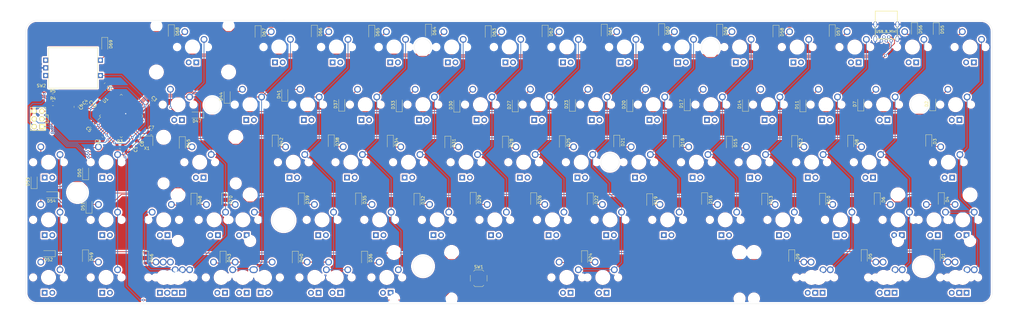
<source format=kicad_pcb>
(kicad_pcb (version 20171130) (host pcbnew "(5.1.5)-3")
  (layers (0 F.Cu signal) (31 B.Cu signal) (34 B.Paste user) (35 F.Paste user) (36 B.SilkS user) (37 F.SilkS user) (38 B.Mask user) (39 F.Mask user) (44 Edge.Cuts user))
  (net 0 "")
  (net 1 GND)
  (net 2 "Net-(C7-Pad1)")
  (net 3 "Net-(C8-Pad1)")
  (net 4 "Net-(C9-Pad1)")
  (net 5 "Net-(C10-Pad1)")
  (net 6 /MOSI)
  (net 7 /RESET)
  (net 8 /SCK)
  (net 9 /MISO)
  (net 10 "Net-(R4-Pad2)")
  (net 11 /D+)
  (net 12 "Net-(R5-Pad2)")
  (net 13 /D-)
  (net 14 /D4)
  (net 15 /D3)
  (net 16 "Net-(U1-Pad39)")
  (net 17 "Net-(U1-Pad38)")
  (net 18 "Net-(U1-Pad37)")
  (net 19 "Net-(U1-Pad22)")
  (net 20 "Net-(U1-Pad8)")
  (net 21 VBUS)
  (net 22 "Net-(J2-Pad4)")
  (net 23 "Net-(U1-Pad21)")
  (net 24 "Net-(U1-Pad20)")
  (net 25 "Net-(MX_SPACE1-Pad4)")
  (net 26 "Net-(MX_SPACE1-Pad3)")
  (net 27 "Net-(MX_0-Pad4)")
  (net 28 "Net-(MX_0-Pad3)")
  (net 29 "Net-(MX_1-Pad4)")
  (net 30 "Net-(MX_1-Pad3)")
  (net 31 "Net-(MX_2-Pad4)")
  (net 32 "Net-(MX_2-Pad3)")
  (net 33 "Net-(MX_3-Pad4)")
  (net 34 "Net-(MX_3-Pad3)")
  (net 35 "Net-(MX_4-Pad4)")
  (net 36 "Net-(MX_4-Pad3)")
  (net 37 "Net-(MX_5-Pad4)")
  (net 38 "Net-(MX_5-Pad3)")
  (net 39 "Net-(MX_6-Pad4)")
  (net 40 "Net-(MX_6-Pad3)")
  (net 41 "Net-(MX_7-Pad4)")
  (net 42 "Net-(MX_7-Pad3)")
  (net 43 "Net-(MX_8-Pad4)")
  (net 44 "Net-(MX_8-Pad3)")
  (net 45 "Net-(MX_9-Pad4)")
  (net 46 "Net-(MX_9-Pad3)")
  (net 47 "Net-(MX_<1-Pad4)")
  (net 48 "Net-(MX_<1-Pad3)")
  (net 49 "Net-(D32-Pad2)")
  (net 50 "Net-(MX_>1-Pad4)")
  (net 51 "Net-(MX_>1-Pad3)")
  (net 52 "Net-(D35-Pad2)")
  (net 53 "Net-(MX_A1-Pad4)")
  (net 54 "Net-(MX_A1-Pad3)")
  (net 55 "Net-(D8-Pad2)")
  (net 56 "Net-(MX_B1-Pad4)")
  (net 57 "Net-(MX_B1-Pad3)")
  (net 58 "Net-(D22-Pad2)")
  (net 59 "Net-(MX_BSLSH1-Pad4)")
  (net 60 "Net-(MX_BSLSH1-Pad3)")
  (net 61 "Net-(D47-Pad2)")
  (net 62 "Net-(MX_BSPC1-Pad4)")
  (net 63 "Net-(MX_BSPC1-Pad3)")
  (net 64 "Net-(MX_C1-Pad4)")
  (net 65 "Net-(MX_C1-Pad3)")
  (net 66 "Net-(D16-Pad2)")
  (net 67 "Net-(MX_CAPS1-Pad4)")
  (net 68 "Net-(MX_CAPS1-Pad3)")
  (net 69 "Net-(D3-Pad2)")
  (net 70 "Net-(MX_CLBRK1-Pad4)")
  (net 71 "Net-(MX_CLBRK1-Pad3)")
  (net 72 "Net-(D44-Pad2)")
  (net 73 "Net-(MX_D1-Pad4)")
  (net 74 "Net-(MX_D1-Pad3)")
  (net 75 "Net-(D15-Pad2)")
  (net 76 "Net-(MX_DOWN1-Pad4)")
  (net 77 "Net-(MX_DOWN1-Pad3)")
  (net 78 "Net-(D49-Pad2)")
  (net 79 "Net-(MX_E1-Pad4)")
  (net 80 "Net-(MX_E1-Pad3)")
  (net 81 "Net-(D14-Pad2)")
  (net 82 "Net-(MX_ENTER1-Pad4)")
  (net 83 "Net-(MX_ENTER1-Pad3)")
  (net 84 "Net-(D45-Pad2)")
  (net 85 "Net-(MX_ESC1-Pad4)")
  (net 86 "Net-(MX_ESC1-Pad3)")
  (net 87 "Net-(MX_EXTRA1-Pad4)")
  (net 88 "Net-(MX_EXTRA1-Pad3)")
  (net 89 "Net-(D6-Pad2)")
  (net 90 "Net-(MX_F1-Pad4)")
  (net 91 "Net-(MX_F1-Pad3)")
  (net 92 "Net-(D18-Pad2)")
  (net 93 "Net-(MX_FSLSH1-Pad4)")
  (net 94 "Net-(MX_FSLSH1-Pad3)")
  (net 95 "Net-(D39-Pad2)")
  (net 96 "Net-(MX_G1-Pad4)")
  (net 97 "Net-(MX_G1-Pad3)")
  (net 98 "Net-(D21-Pad2)")
  (net 99 "Net-(MX_H1-Pad4)")
  (net 100 "Net-(MX_H1-Pad3)")
  (net 101 "Net-(D25-Pad2)")
  (net 102 "Net-(MX_I1-Pad4)")
  (net 103 "Net-(MX_I1-Pad3)")
  (net 104 "Net-(D30-Pad2)")
  (net 105 "Net-(MX_J1-Pad4)")
  (net 106 "Net-(MX_J1-Pad3)")
  (net 107 "Net-(D28-Pad2)")
  (net 108 "Net-(MX_K1-Pad4)")
  (net 109 "Net-(MX_K1-Pad3)")
  (net 110 "Net-(D31-Pad2)")
  (net 111 "Net-(MX_L1-Pad4)")
  (net 112 "Net-(MX_L1-Pad3)")
  (net 113 "Net-(D34-Pad2)")
  (net 114 "Net-(MX_LALT1-Pad4)")
  (net 115 "Net-(MX_LALT1-Pad3)")
  (net 116 "Net-(D9-Pad2)")
  (net 117 "Net-(MX_LCTRL1-Pad4)")
  (net 118 "Net-(MX_LCTRL1-Pad3)")
  (net 119 "Net-(D1-Pad2)")
  (net 120 "Net-(D46-Pad2)")
  (net 121 "Net-(MX_LMENU1-Pad4)")
  (net 122 "Net-(MX_LMENU1-Pad3)")
  (net 123 "Net-(D5-Pad2)")
  (net 124 "Net-(MX_LSHFT1-Pad4)")
  (net 125 "Net-(MX_LSHFT1-Pad3)")
  (net 126 "Net-(D4-Pad2)")
  (net 127 "Net-(MX_LSHFT2-Pad4)")
  (net 128 "Net-(MX_LSHFT2-Pad3)")
  (net 129 "Net-(MX_M1-Pad4)")
  (net 130 "Net-(MX_M1-Pad3)")
  (net 131 "Net-(D29-Pad2)")
  (net 132 "Net-(MX_MACRO1-Pad4)")
  (net 133 "Net-(MX_MACRO1-Pad3)")
  (net 134 "Net-(D50-Pad2)")
  (net 135 "Net-(MX_MACRO2-Pad4)")
  (net 136 "Net-(MX_MACRO2-Pad3)")
  (net 137 "Net-(MX_MACRO2-Pad1)")
  (net 138 "Net-(D53-Pad2)")
  (net 139 "Net-(MX_MACRO3-Pad4)")
  (net 140 "Net-(MX_MACRO3-Pad3)")
  (net 141 "Net-(D54-Pad2)")
  (net 142 "Net-(MX_MINUS1-Pad4)")
  (net 143 "Net-(MX_MINUS1-Pad3)")
  (net 144 "Net-(MX_N1-Pad4)")
  (net 145 "Net-(MX_N1-Pad3)")
  (net 146 "Net-(D26-Pad2)")
  (net 147 "Net-(MX_O1-Pad4)")
  (net 148 "Net-(MX_O1-Pad3)")
  (net 149 "Net-(D33-Pad2)")
  (net 150 "Net-(MX_OPBRK1-Pad4)")
  (net 151 "Net-(MX_OPBRK1-Pad3)")
  (net 152 "Net-(D41-Pad2)")
  (net 153 "Net-(MX_P1-Pad4)")
  (net 154 "Net-(MX_P1-Pad3)")
  (net 155 "Net-(D37-Pad2)")
  (net 156 "Net-(MX_PLUS1-Pad4)")
  (net 157 "Net-(MX_PLUS1-Pad3)")
  (net 158 "Net-(MX_Q1-Pad4)")
  (net 159 "Net-(MX_Q1-Pad3)")
  (net 160 "Net-(D7-Pad2)")
  (net 161 "Net-(MX_QUOTE1-Pad4)")
  (net 162 "Net-(MX_QUOTE1-Pad3)")
  (net 163 "Net-(D42-Pad2)")
  (net 164 "Net-(MX_R1-Pad4)")
  (net 165 "Net-(MX_R1-Pad3)")
  (net 166 "Net-(D17-Pad2)")
  (net 167 "Net-(MX_RALT1-Pad4)")
  (net 168 "Net-(MX_RALT1-Pad3)")
  (net 169 "Net-(D36-Pad2)")
  (net 170 "Net-(MX_RCTRL1-Pad4)")
  (net 171 "Net-(MX_RCTRL1-Pad3)")
  (net 172 "Net-(D43-Pad2)")
  (net 173 "Net-(MX_RIGHT1-Pad4)")
  (net 174 "Net-(MX_RIGHT1-Pad3)")
  (net 175 "Net-(D52-Pad2)")
  (net 176 "Net-(MX_RMENU1-Pad4)")
  (net 177 "Net-(MX_RMENU1-Pad3)")
  (net 178 "Net-(D40-Pad2)")
  (net 179 "Net-(MX_RSHFT1-Pad4)")
  (net 180 "Net-(MX_RSHFT1-Pad3)")
  (net 181 "Net-(D48-Pad2)")
  (net 182 "Net-(MX_S1-Pad4)")
  (net 183 "Net-(MX_S1-Pad3)")
  (net 184 "Net-(D12-Pad2)")
  (net 185 "Net-(MX_SEMI1-Pad4)")
  (net 186 "Net-(MX_SEMI1-Pad3)")
  (net 187 "Net-(D38-Pad2)")
  (net 188 "Net-(D24-Pad2)")
  (net 189 "Net-(MX_T1-Pad4)")
  (net 190 "Net-(MX_T1-Pad3)")
  (net 191 "Net-(D20-Pad2)")
  (net 192 "Net-(MX_TAB1-Pad4)")
  (net 193 "Net-(MX_TAB1-Pad3)")
  (net 194 "Net-(D2-Pad2)")
  (net 195 "Net-(MX_U1-Pad4)")
  (net 196 "Net-(MX_U1-Pad3)")
  (net 197 "Net-(D27-Pad2)")
  (net 198 "Net-(MX_UP1-Pad4)")
  (net 199 "Net-(MX_UP1-Pad3)")
  (net 200 "Net-(D51-Pad2)")
  (net 201 "Net-(MX_V1-Pad4)")
  (net 202 "Net-(MX_V1-Pad3)")
  (net 203 "Net-(D19-Pad2)")
  (net 204 "Net-(MX_W1-Pad4)")
  (net 205 "Net-(MX_W1-Pad3)")
  (net 206 "Net-(D11-Pad2)")
  (net 207 "Net-(MX_X1-Pad4)")
  (net 208 "Net-(MX_X1-Pad3)")
  (net 209 "Net-(D13-Pad2)")
  (net 210 "Net-(MX_Y1-Pad4)")
  (net 211 "Net-(MX_Y1-Pad3)")
  (net 212 "Net-(D23-Pad2)")
  (net 213 "Net-(MX_Z1-Pad4)")
  (net 214 "Net-(MX_Z1-Pad3)")
  (net 215 "Net-(D10-Pad2)")
  (net 216 "Net-(D55-Pad2)")
  (net 217 "Net-(D56-Pad2)")
  (net 218 "Net-(D57-Pad2)")
  (net 219 "Net-(D58-Pad2)")
  (net 220 "Net-(D59-Pad2)")
  (net 221 "Net-(D60-Pad2)")
  (net 222 "Net-(D61-Pad2)")
  (net 223 "Net-(D62-Pad2)")
  (net 224 "Net-(D63-Pad2)")
  (net 225 "Net-(D64-Pad2)")
  (net 226 "Net-(D65-Pad2)")
  (net 227 "Net-(D66-Pad2)")
  (net 228 "Net-(D67-Pad2)")
  (net 229 "Net-(D68-Pad2)")
  (net 230 Row5)
  (net 231 Row2)
  (net 232 Row3)
  (net 233 Row4)
  (net 234 Row1)
  (net 235 "Net-(D69-Pad2)")
  (net 236 Col6)
  (net 237 Col15)
  (net 238 Col14)
  (net 239 Col13)
  (net 240 Col12)
  (net 241 Col11)
  (net 242 Col10)
  (net 243 Col9)
  (net 244 Col8)
  (net 245 Col7)
  (net 246 Col3)
  (net 247 Col16)
  (net 248 Col4)
  (net 249 COL2)
  (net 250 Col5)
  (net 251 "Net-(U1-Pad41)")
  (net 252 "Net-(U1-Pad40)")
  (net 253 "Net-(U1-Pad36)")
  (net 254 "Net-(U1-Pad32)")
  (net 255 "Net-(U1-Pad31)")
  (net 256 "Net-(U1-Pad30)")
  (net 257 "Net-(U1-Pad29)")
  (net 258 "Net-(U1-Pad28)")
  (net 259 "Net-(U1-Pad19)")
  (net 260 "Net-(U1-Pad18)")
  (net 261 "Net-(U1-Pad12)")
  (net 262 "Net-(U1-Pad1)")
  (net 263 "Net-(D70-Pad2)")
  (net 264 "Net-(MX_RSHFT2-Pad4)")
  (net 265 "Net-(MX_RSHFT2-Pad3)")
  (net 266 "Net-(MX_RWIN1-Pad4)")
  (net 267 "Net-(MX_RWIN1-Pad3)")
  (module MX_Only:MXOnly-1.5U-FLIPPED (layer F.Cu) (at 38.1 150)
    (fp_text reference MX_RMENU2)
    (fp_text value MX-LED)
    (pad "" np_thru_hole circle (at 5.08 0 48.0996) (size 1.75 1.75) (drill 1.75) (layers *.Cu *.Mask))
    (pad "" np_thru_hole circle (at -5.08 0 48.0996) (size 1.75 1.75) (drill 1.75) (layers *.Cu *.Mask))
    (pad 4 thru_hole rect (at -1.27 5.08) (size 1.905 1.905) (drill 1.04) (layers *.Cu B.Mask) (net 176 "Net-(MX_RMENU1-Pad4)"))
    (pad 3 thru_hole circle (at 1.27 5.08) (size 1.905 1.905) (drill 1.04) (layers *.Cu B.Mask) (net 177 "Net-(MX_RMENU1-Pad3)"))
    (pad 1 thru_hole circle (at -3.81 -2.54) (size 2.25 2.25) (drill 1.47) (layers *.Cu B.Mask) (net 248 Col4))
    (pad "" np_thru_hole circle (at 0 0) (size 3.9878 3.9878) (drill 3.9878) (layers *.Cu *.Mask))
    (pad 2 thru_hole circle (at 2.54 -5.08) (size 2.25 2.25) (drill 1.47) (layers *.Cu B.Mask) (net 172 "Net-(D43-Pad2)"))
  )
  (module MX_Only:MXOnly-1U (layer F.Cu) (at 4.7625 130.95)
    (fp_text reference MX_UP2)
    (fp_text value MX-LED)
    (pad "" np_thru_hole circle (at 5.08 0 48.0996) (size 1.75 1.75) (drill 1.75) (layers *.Cu *.Mask))
    (pad "" np_thru_hole circle (at -5.08 0 48.0996) (size 1.75 1.75) (drill 1.75) (layers *.Cu *.Mask))
    (pad 4 thru_hole rect (at 1.27 5.08) (size 1.905 1.905) (drill 1.04) (layers *.Cu B.Mask) (net 179 "Net-(MX_RSHFT1-Pad4)"))
    (pad 3 thru_hole circle (at -1.27 5.08) (size 1.905 1.905) (drill 1.04) (layers *.Cu B.Mask) (net 180 "Net-(MX_RSHFT1-Pad3)"))
    (pad 1 thru_hole circle (at -3.81 -2.54) (size 2.25 2.25) (drill 1.47) (layers *.Cu B.Mask) (net 246 Col3))
    (pad "" np_thru_hole circle (at 0 0) (size 3.9878 3.9878) (drill 3.9878) (layers *.Cu *.Mask))
    (pad 2 thru_hole circle (at 2.54 -5.08) (size 2.25 2.25) (drill 1.47) (layers *.Cu B.Mask) (net 181 "Net-(D48-Pad2)"))
  )
  (module MX_Only:MXOnly-7U-FLIPPED-ReversedStabilizers (layer B.Cu) (at 138.09375 150 180)
    (fp_text reference MX_SPACE2)
    (fp_text value MX-LED)
    (pad "" np_thru_hole circle (at 57.15 8.255 180) (size 3.9878 3.9878) (drill 3.9878) (layers *.Cu *.Mask))
    (pad "" np_thru_hole circle (at -57.15 8.255 180) (size 3.9878 3.9878) (drill 3.9878) (layers *.Cu *.Mask))
    (pad "" np_thru_hole circle (at 57.15 -6.985 180) (size 3.048 3.048) (drill 3.048) (layers *.Cu *.Mask))
    (pad "" np_thru_hole circle (at -57.15 -6.985 180) (size 3.048 3.048) (drill 3.048) (layers *.Cu *.Mask))
    (pad "" np_thru_hole circle (at 5.08 0 131.9004) (size 1.75 1.75) (drill 1.75) (layers *.Cu *.Mask))
    (pad "" np_thru_hole circle (at -5.08 0 131.9004) (size 1.75 1.75) (drill 1.75) (layers *.Cu *.Mask))
    (pad 4 thru_hole rect (at -1.27 -5.08 180) (size 1.905 1.905) (drill 1.04) (layers *.Cu F.Mask) (net 25 "Net-(MX_SPACE1-Pad4)"))
    (pad 3 thru_hole circle (at 1.27 -5.08 180) (size 1.905 1.905) (drill 1.04) (layers *.Cu F.Mask) (net 26 "Net-(MX_SPACE1-Pad3)"))
    (pad 1 thru_hole circle (at -3.81 2.54 180) (size 2.25 2.25) (drill 1.47) (layers *.Cu F.Mask) (net 242 Col10))
    (pad "" np_thru_hole circle (at 0 0 180) (size 3.9878 3.9878) (drill 3.9878) (layers *.Cu *.Mask))
    (pad 2 thru_hole circle (at 2.54 5.08 180) (size 2.25 2.25) (drill 1.47) (layers *.Cu F.Mask) (net 188 "Net-(D24-Pad2)"))
  )
  (module MX_Only:MXOnly-1.75U-FLIPPED (layer B.Cu) (at 30.95625 130.95 180)
    (fp_text reference MX_RSHFT2)
    (fp_text value MX-LED)
    (pad "" np_thru_hole circle (at 5.08 0 131.9004) (size 1.75 1.75) (drill 1.75) (layers *.Cu *.Mask))
    (pad "" np_thru_hole circle (at -5.08 0 131.9004) (size 1.75 1.75) (drill 1.75) (layers *.Cu *.Mask))
    (pad 4 thru_hole rect (at -1.27 -5.08 180) (size 1.905 1.905) (drill 1.04) (layers *.Cu F.Mask) (net 264 "Net-(MX_RSHFT2-Pad4)"))
    (pad 3 thru_hole circle (at 1.27 -5.08 180) (size 1.905 1.905) (drill 1.04) (layers *.Cu F.Mask) (net 265 "Net-(MX_RSHFT2-Pad3)"))
    (pad 1 thru_hole circle (at -3.81 2.54 180) (size 2.25 2.25) (drill 1.47) (layers *.Cu F.Mask) (net 248 Col4))
    (pad "" np_thru_hole circle (at 0 0 180) (size 3.9878 3.9878) (drill 3.9878) (layers *.Cu *.Mask))
    (pad 2 thru_hole circle (at 2.54 5.08 180) (size 2.25 2.25) (drill 1.47) (layers *.Cu F.Mask) (net 263 "Net-(D70-Pad2)"))
  )
  (module MX_Only:MXOnly-1U-FLIPPED (layer B.Cu) (at 61.86 150 180)
    (fp_text reference MX_RWIN2)
    (fp_text value MX-LED)
    (pad "" np_thru_hole circle (at 5.08 0 131.9004) (size 1.75 1.75) (drill 1.75) (layers *.Cu *.Mask))
    (pad "" np_thru_hole circle (at -5.08 0 131.9004) (size 1.75 1.75) (drill 1.75) (layers *.Cu *.Mask))
    (pad 4 thru_hole rect (at -1.27 -5.08 180) (size 1.905 1.905) (drill 1.04) (layers *.Cu F.Mask) (net 266 "Net-(MX_RWIN1-Pad4)"))
    (pad 3 thru_hole circle (at 1.27 -5.08 180) (size 1.905 1.905) (drill 1.04) (layers *.Cu F.Mask) (net 267 "Net-(MX_RWIN1-Pad3)"))
    (pad 1 thru_hole circle (at -3.81 2.54 180) (size 2.25 2.25) (drill 1.47) (layers *.Cu F.Mask) (net 250 Col5))
    (pad "" np_thru_hole circle (at 0 0 180) (size 3.9878 3.9878) (drill 3.9878) (layers *.Cu *.Mask))
    (pad 2 thru_hole circle (at 2.54 5.08 180) (size 2.25 2.25) (drill 1.47) (layers *.Cu F.Mask) (net 178 "Net-(D40-Pad2)"))
  )
  (module MX_Only:MXOnly-1U-FLIPPED (layer B.Cu) (at 23.78 150 180)
    (fp_text reference MX_RMENU3)
    (fp_text value MX-LED)
    (pad "" np_thru_hole circle (at 5.08 0 131.9004) (size 1.75 1.75) (drill 1.75) (layers *.Cu *.Mask))
    (pad "" np_thru_hole circle (at -5.08 0 131.9004) (size 1.75 1.75) (drill 1.75) (layers *.Cu *.Mask))
    (pad 4 thru_hole rect (at -1.27 -5.08 180) (size 1.905 1.905) (drill 1.04) (layers *.Cu F.Mask) (net 176 "Net-(MX_RMENU1-Pad4)"))
    (pad 3 thru_hole circle (at 1.27 -5.08 180) (size 1.905 1.905) (drill 1.04) (layers *.Cu F.Mask) (net 177 "Net-(MX_RMENU1-Pad3)"))
    (pad 1 thru_hole circle (at -3.81 2.54 180) (size 2.25 2.25) (drill 1.47) (layers *.Cu F.Mask) (net 248 Col4))
    (pad "" np_thru_hole circle (at 0 0 180) (size 3.9878 3.9878) (drill 3.9878) (layers *.Cu *.Mask))
    (pad 2 thru_hole circle (at 2.54 5.08 180) (size 2.25 2.25) (drill 1.47) (layers *.Cu F.Mask) (net 172 "Net-(D43-Pad2)"))
  )
  (module MX_Only:MXOnly-1U-FLIPPED (layer B.Cu) (at 242.86875 150 180)
    (fp_text reference MX_LMENU2)
    (fp_text value MX-LED)
    (pad "" np_thru_hole circle (at 5.08 0 131.9004) (size 1.75 1.75) (drill 1.75) (layers *.Cu *.Mask))
    (pad "" np_thru_hole circle (at -5.08 0 131.9004) (size 1.75 1.75) (drill 1.75) (layers *.Cu *.Mask))
    (pad 4 thru_hole rect (at -1.27 -5.08 180) (size 1.905 1.905) (drill 1.04) (layers *.Cu F.Mask) (net 121 "Net-(MX_LMENU1-Pad4)"))
    (pad 3 thru_hole circle (at 1.27 -5.08 180) (size 1.905 1.905) (drill 1.04) (layers *.Cu F.Mask) (net 122 "Net-(MX_LMENU1-Pad3)"))
    (pad 1 thru_hole circle (at -3.81 2.54 180) (size 2.25 2.25) (drill 1.47) (layers *.Cu F.Mask) (net 237 Col15))
    (pad "" np_thru_hole circle (at 0 0 180) (size 3.9878 3.9878) (drill 3.9878) (layers *.Cu *.Mask))
    (pad 2 thru_hole circle (at 2.54 5.08 180) (size 2.25 2.25) (drill 1.47) (layers *.Cu F.Mask) (net 123 "Net-(D5-Pad2)"))
  )
  (module MX_Only:MXOnly-1U (layer B.Cu) (at 4.75875 150 180)
    (fp_text reference MX_RCTRL3)
    (fp_text value MX-LED)
    (pad "" np_thru_hole circle (at 5.08 0 131.9004) (size 1.75 1.75) (drill 1.75) (layers *.Cu *.Mask))
    (pad "" np_thru_hole circle (at -5.08 0 131.9004) (size 1.75 1.75) (drill 1.75) (layers *.Cu *.Mask))
    (pad 4 thru_hole rect (at 1.27 -5.08 180) (size 1.905 1.905) (drill 1.04) (layers *.Cu F.Mask) (net 170 "Net-(MX_RCTRL1-Pad4)"))
    (pad 3 thru_hole circle (at -1.27 -5.08 180) (size 1.905 1.905) (drill 1.04) (layers *.Cu F.Mask) (net 171 "Net-(MX_RCTRL1-Pad3)"))
    (pad 1 thru_hole circle (at -3.81 2.54 180) (size 2.25 2.25) (drill 1.47) (layers *.Cu F.Mask) (net 246 Col3))
    (pad "" np_thru_hole circle (at 0 0 180) (size 3.9878 3.9878) (drill 3.9878) (layers *.Cu *.Mask))
    (pad 2 thru_hole circle (at 2.54 5.08 180) (size 2.25 2.25) (drill 1.47) (layers *.Cu F.Mask) (net 120 "Net-(D46-Pad2)"))
  )
  (module MX_Only:MXOnly-1.5U-FLIPPED (layer B.Cu) (at 9.52125 150 180)
    (fp_text reference MX_RCTRL2)
    (fp_text value MX-LED)
    (pad "" np_thru_hole circle (at 5.08 0 131.9004) (size 1.75 1.75) (drill 1.75) (layers *.Cu *.Mask))
    (pad "" np_thru_hole circle (at -5.08 0 131.9004) (size 1.75 1.75) (drill 1.75) (layers *.Cu *.Mask))
    (pad 4 thru_hole rect (at -1.27 -5.08 180) (size 1.905 1.905) (drill 1.04) (layers *.Cu F.Mask) (net 170 "Net-(MX_RCTRL1-Pad4)"))
    (pad 3 thru_hole circle (at 1.27 -5.08 180) (size 1.905 1.905) (drill 1.04) (layers *.Cu F.Mask) (net 171 "Net-(MX_RCTRL1-Pad3)"))
    (pad 1 thru_hole circle (at -3.81 2.54 180) (size 2.25 2.25) (drill 1.47) (layers *.Cu F.Mask) (net 246 Col3))
    (pad "" np_thru_hole circle (at 0 0 180) (size 3.9878 3.9878) (drill 3.9878) (layers *.Cu *.Mask))
    (pad 2 thru_hole circle (at 2.54 5.08 180) (size 2.25 2.25) (drill 1.47) (layers *.Cu F.Mask) (net 120 "Net-(D46-Pad2)"))
  )
  (module MX_Only:MXOnly-1.25U-FLIPPED (layer B.Cu) (at 7.14 150 180)
    (fp_text reference MX_RCTRL1)
    (fp_text value MX-LED)
    (pad "" np_thru_hole circle (at 5.08 0 131.9004) (size 1.75 1.75) (drill 1.75) (layers *.Cu *.Mask))
    (pad "" np_thru_hole circle (at -5.08 0 131.9004) (size 1.75 1.75) (drill 1.75) (layers *.Cu *.Mask))
    (pad 4 thru_hole rect (at -1.27 -5.08 180) (size 1.905 1.905) (drill 1.04) (layers *.Cu F.Mask) (net 170 "Net-(MX_RCTRL1-Pad4)"))
    (pad 3 thru_hole circle (at 1.27 -5.08 180) (size 1.905 1.905) (drill 1.04) (layers *.Cu F.Mask) (net 171 "Net-(MX_RCTRL1-Pad3)"))
    (pad 1 thru_hole circle (at -3.81 2.54 180) (size 2.25 2.25) (drill 1.47) (layers *.Cu F.Mask) (net 246 Col3))
    (pad "" np_thru_hole circle (at 0 0 180) (size 3.9878 3.9878) (drill 3.9878) (layers *.Cu *.Mask))
    (pad 2 thru_hole circle (at 2.54 5.08 180) (size 2.25 2.25) (drill 1.47) (layers *.Cu F.Mask) (net 120 "Net-(D46-Pad2)"))
  )
  (module MX_Only:MXOnly-1.5U-FLIPPED (layer B.Cu) (at 266.68125 150 180)
    (fp_text reference MX_LCTRL2)
    (fp_text value MX-LED)
    (pad "" np_thru_hole circle (at 5.08 0 131.9004) (size 1.75 1.75) (drill 1.75) (layers *.Cu *.Mask))
    (pad "" np_thru_hole circle (at -5.08 0 131.9004) (size 1.75 1.75) (drill 1.75) (layers *.Cu *.Mask))
    (pad 4 thru_hole rect (at -1.27 -5.08 180) (size 1.905 1.905) (drill 1.04) (layers *.Cu F.Mask) (net 117 "Net-(MX_LCTRL1-Pad4)"))
    (pad 3 thru_hole circle (at 1.27 -5.08 180) (size 1.905 1.905) (drill 1.04) (layers *.Cu F.Mask) (net 118 "Net-(MX_LCTRL1-Pad3)"))
    (pad 1 thru_hole circle (at -3.81 2.54 180) (size 2.25 2.25) (drill 1.47) (layers *.Cu F.Mask) (net 247 Col16))
    (pad "" np_thru_hole circle (at 0 0 180) (size 3.9878 3.9878) (drill 3.9878) (layers *.Cu *.Mask))
    (pad 2 thru_hole circle (at 2.54 5.08 180) (size 2.25 2.25) (drill 1.47) (layers *.Cu F.Mask) (net 119 "Net-(D1-Pad2)"))
  )
  (module MX_Only:MXOnly-1.5U-FLIPPED (layer B.Cu) (at 219.05625 150 180)
    (fp_text reference MX_LALT2)
    (fp_text value MX-LED)
    (pad "" np_thru_hole circle (at 5.08 0 131.9004) (size 1.75 1.75) (drill 1.75) (layers *.Cu *.Mask))
    (pad "" np_thru_hole circle (at -5.08 0 131.9004) (size 1.75 1.75) (drill 1.75) (layers *.Cu *.Mask))
    (pad 4 thru_hole rect (at -1.27 -5.08 180) (size 1.905 1.905) (drill 1.04) (layers *.Cu F.Mask) (net 114 "Net-(MX_LALT1-Pad4)"))
    (pad 3 thru_hole circle (at 1.27 -5.08 180) (size 1.905 1.905) (drill 1.04) (layers *.Cu F.Mask) (net 115 "Net-(MX_LALT1-Pad3)"))
    (pad 1 thru_hole circle (at -3.81 2.54 180) (size 2.25 2.25) (drill 1.47) (layers *.Cu F.Mask) (net 238 Col14))
    (pad "" np_thru_hole circle (at 0 0 180) (size 3.9878 3.9878) (drill 3.9878) (layers *.Cu *.Mask))
    (pad 2 thru_hole circle (at 2.54 5.08 180) (size 2.25 2.25) (drill 1.47) (layers *.Cu F.Mask) (net 116 "Net-(D9-Pad2)"))
  )
  (module Diode_SMD:D_SOD-123 (layer F.Cu) (at 24.98 124.35 270)
    (fp_text reference D70 (at 0 -2 90) (layer F.SilkS))
    (fp_text value D_Small)
    (pad 2 smd rect (at 1.65 0 270) (size 0.9 1.2) (layers F.Cu F.Paste F.Mask) (net 263 "Net-(D70-Pad2)"))
    (pad 1 smd rect (at -1.65 0 270) (size 0.9 1.2) (layers F.Cu F.Paste F.Mask) (net 233 Row4))
  )
  (module Diode_SMD:D_SOD-123 (layer F.Cu) (at 15.74 96.29 180)
    (fp_text reference D47 (at 0 -2) (layer F.SilkS))
    (fp_text value D_Small)
    (pad 2 smd rect (at 1.65 0 180) (size 0.9 1.2) (layers F.Cu F.Paste F.Mask) (net 61 "Net-(D47-Pad2)"))
    (pad 1 smd rect (at -1.65 0 180) (size 0.9 1.2) (layers F.Cu F.Paste F.Mask) (net 231 Row2))
  )
  (module Diode_SMD:D_SOD-123 (layer F.Cu) (at 25.74 90.15 90)
    (fp_text reference D44 (at 0 -2 90) (layer F.SilkS))
    (fp_text value D_Small)
    (pad 2 smd rect (at 1.65 0 90) (size 0.9 1.2) (layers F.Cu F.Paste F.Mask) (net 72 "Net-(D44-Pad2)"))
    (pad 1 smd rect (at -1.65 0 90) (size 0.9 1.2) (layers F.Cu F.Paste F.Mask) (net 231 Row2))
  )
  (module Diode_SMD:D_SOD-123 (layer F.Cu) (at 44.84 89.46 90)
    (fp_text reference D41 (at 0 -2 90) (layer F.SilkS))
    (fp_text value D_Small)
    (pad 2 smd rect (at 1.65 0 90) (size 0.9 1.2) (layers F.Cu F.Paste F.Mask) (net 152 "Net-(D41-Pad2)"))
    (pad 1 smd rect (at -1.65 0 90) (size 0.9 1.2) (layers F.Cu F.Paste F.Mask) (net 231 Row2))
  )
  (module Diode_SMD:D_SOD-123 (layer F.Cu) (at -14.72 72.88 270)
    (fp_text reference D69 (at 0 -2 90) (layer F.SilkS))
    (fp_text value D_Small)
    (pad 2 smd rect (at 1.65 0 270) (size 0.9 1.2) (layers F.Cu F.Paste F.Mask) (net 235 "Net-(D69-Pad2)"))
    (pad 1 smd rect (at -1.65 0 270) (size 0.9 1.2) (layers F.Cu F.Paste F.Mask) (net 234 Row1))
  )
  (module Pikatea:Encoder-BI_EN11_HSM0E (layer F.Cu) (at -25.21458 80.68564)
    (fp_text reference SW2 (at -10.5 5.9) (layer F.SilkS))
    (fp_text value Rotary_Encoder_Switch)
    (pad S1 thru_hole rect (at 9.05 -2.54) (size 1.7 1.7) (drill 1) (layers *.Cu *.Mask) (net 235 "Net-(D69-Pad2)"))
    (pad S2 thru_hole rect (at 9.05 2.54) (size 1.7 1.7) (drill 1) (layers *.Cu *.Mask) (net 249 COL2))
    (pad C thru_hole rect (at -9.05 0) (size 1.7 1.7) (drill 1) (layers *.Cu *.Mask) (net 1 GND))
    (pad B thru_hole rect (at -9.05 -2.54) (size 1.7 1.7) (drill 1) (layers *.Cu *.Mask) (net 15 /D3))
    (pad A thru_hole rect (at -9.05 2.54) (size 1.7 1.7) (drill 1) (layers *.Cu *.Mask) (net 14 /D4))
  )
  (module Diode_SMD:D_SOD-123 (layer F.Cu) (at 7.32 68.65 270)
    (fp_text reference D68 (at 0 -2 90) (layer F.SilkS))
    (fp_text value D_Small)
    (pad 2 smd rect (at 1.65 0 270) (size 0.9 1.2) (layers F.Cu F.Paste F.Mask) (net 229 "Net-(D68-Pad2)"))
    (pad 1 smd rect (at -1.65 0 270) (size 0.9 1.2) (layers F.Cu F.Paste F.Mask) (net 234 Row1))
  )
  (module Diode_SMD:D_SOD-123 (layer F.Cu) (at 35.99 68.97 270)
    (fp_text reference D67 (at 0 -2 90) (layer F.SilkS))
    (fp_text value D_Small)
    (pad 2 smd rect (at 1.65 0 270) (size 0.9 1.2) (layers F.Cu F.Paste F.Mask) (net 228 "Net-(D67-Pad2)"))
    (pad 1 smd rect (at -1.65 0 270) (size 0.9 1.2) (layers F.Cu F.Paste F.Mask) (net 234 Row1))
  )
  (module Diode_SMD:D_SOD-123 (layer F.Cu) (at 54.62 68.81 270)
    (fp_text reference D66 (at 0 -2 90) (layer F.SilkS))
    (fp_text value D_Small)
    (pad 2 smd rect (at 1.65 0 270) (size 0.9 1.2) (layers F.Cu F.Paste F.Mask) (net 227 "Net-(D66-Pad2)"))
    (pad 1 smd rect (at -1.65 0 270) (size 0.9 1.2) (layers F.Cu F.Paste F.Mask) (net 234 Row1))
  )
  (module Diode_SMD:D_SOD-123 (layer F.Cu) (at 73.56 68.86 270)
    (fp_text reference D65 (at 0 -2 90) (layer F.SilkS))
    (fp_text value D_Small)
    (pad 2 smd rect (at 1.65 0 270) (size 0.9 1.2) (layers F.Cu F.Paste F.Mask) (net 226 "Net-(D65-Pad2)"))
    (pad 1 smd rect (at -1.65 0 270) (size 0.9 1.2) (layers F.Cu F.Paste F.Mask) (net 234 Row1))
  )
  (module Diode_SMD:D_SOD-123 (layer F.Cu) (at 92.36 68.49 270)
    (fp_text reference D64 (at 0 -2 90) (layer F.SilkS))
    (fp_text value D_Small)
    (pad 2 smd rect (at 1.65 0 270) (size 0.9 1.2) (layers F.Cu F.Paste F.Mask) (net 225 "Net-(D64-Pad2)"))
    (pad 1 smd rect (at -1.65 0 270) (size 0.9 1.2) (layers F.Cu F.Paste F.Mask) (net 234 Row1))
  )
  (module Diode_SMD:D_SOD-123 (layer F.Cu) (at 112.13 68.97 270)
    (fp_text reference D63 (at 0 -2 90) (layer F.SilkS))
    (fp_text value D_Small)
    (pad 2 smd rect (at 1.65 0 270) (size 0.9 1.2) (layers F.Cu F.Paste F.Mask) (net 224 "Net-(D63-Pad2)"))
    (pad 1 smd rect (at -1.65 0 270) (size 0.9 1.2) (layers F.Cu F.Paste F.Mask) (net 234 Row1))
  )
  (module Diode_SMD:D_SOD-123 (layer F.Cu) (at 130.92 68.81 270)
    (fp_text reference D62 (at 0 -2 90) (layer F.SilkS))
    (fp_text value D_Small)
    (pad 2 smd rect (at 1.65 0 270) (size 0.9 1.2) (layers F.Cu F.Paste F.Mask) (net 223 "Net-(D62-Pad2)"))
    (pad 1 smd rect (at -1.65 0 270) (size 0.9 1.2) (layers F.Cu F.Paste F.Mask) (net 234 Row1))
  )
  (module Diode_SMD:D_SOD-123 (layer F.Cu) (at 150.51 68.54 270)
    (fp_text reference D61 (at 0 -2 90) (layer F.SilkS))
    (fp_text value D_Small)
    (pad 2 smd rect (at 1.65 0 270) (size 0.9 1.2) (layers F.Cu F.Paste F.Mask) (net 222 "Net-(D61-Pad2)"))
    (pad 1 smd rect (at -1.65 0 270) (size 0.9 1.2) (layers F.Cu F.Paste F.Mask) (net 234 Row1))
  )
  (module Diode_SMD:D_SOD-123 (layer F.Cu) (at 169.46 68.37 270)
    (fp_text reference D60 (at 0 -2 90) (layer F.SilkS))
    (fp_text value D_Small)
    (pad 2 smd rect (at 1.65 0 270) (size 0.9 1.2) (layers F.Cu F.Paste F.Mask) (net 221 "Net-(D60-Pad2)"))
    (pad 1 smd rect (at -1.65 0 270) (size 0.9 1.2) (layers F.Cu F.Paste F.Mask) (net 234 Row1))
  )
  (module Diode_SMD:D_SOD-123 (layer F.Cu) (at 188.67 68.54 270)
    (fp_text reference D59 (at 0 -2 90) (layer F.SilkS))
    (fp_text value D_Small)
    (pad 2 smd rect (at 1.65 0 270) (size 0.9 1.2) (layers F.Cu F.Paste F.Mask) (net 220 "Net-(D59-Pad2)"))
    (pad 1 smd rect (at -1.65 0 270) (size 0.9 1.2) (layers F.Cu F.Paste F.Mask) (net 234 Row1))
  )
  (module Diode_SMD:D_SOD-123 (layer F.Cu) (at 207.3 68.86 270)
    (fp_text reference D58 (at 0 -2 90) (layer F.SilkS))
    (fp_text value D_Small)
    (pad 2 smd rect (at 1.65 0 270) (size 0.9 1.2) (layers F.Cu F.Paste F.Mask) (net 219 "Net-(D58-Pad2)"))
    (pad 1 smd rect (at -1.65 0 270) (size 0.9 1.2) (layers F.Cu F.Paste F.Mask) (net 234 Row1))
  )
  (module Diode_SMD:D_SOD-123 (layer F.Cu) (at 225.93 68.7 270)
    (fp_text reference D57 (at 0 -2 90) (layer F.SilkS))
    (fp_text value D_Small)
    (pad 2 smd rect (at 1.65 0 270) (size 0.9 1.2) (layers F.Cu F.Paste F.Mask) (net 218 "Net-(D57-Pad2)"))
    (pad 1 smd rect (at -1.65 0 270) (size 0.9 1.2) (layers F.Cu F.Paste F.Mask) (net 234 Row1))
  )
  (module Diode_SMD:D_SOD-123 (layer F.Cu) (at 253.11 67.96 270)
    (fp_text reference D56 (at 0 -2 90) (layer F.SilkS))
    (fp_text value D_Small)
    (pad 2 smd rect (at 1.65 0 270) (size 0.9 1.2) (layers F.Cu F.Paste F.Mask) (net 217 "Net-(D56-Pad2)"))
    (pad 1 smd rect (at -1.65 0 270) (size 0.9 1.2) (layers F.Cu F.Paste F.Mask) (net 234 Row1))
  )
  (module Diode_SMD:D_SOD-123 (layer F.Cu) (at 260.3 68.04 270)
    (fp_text reference D55 (at 0 -2 90) (layer F.SilkS))
    (fp_text value D_Small)
    (pad 2 smd rect (at 1.65 0 270) (size 0.9 1.2) (layers F.Cu F.Paste F.Mask) (net 216 "Net-(D55-Pad2)"))
    (pad 1 smd rect (at -1.65 0 270) (size 0.9 1.2) (layers F.Cu F.Paste F.Mask) (net 234 Row1))
  )
  (module MX_Only:MXOnly-2U-FLIPPED (layer B.Cu) (at 14.2875 73.8 180)
    (fp_text reference MX_BSPC1)
    (fp_text value MX-LED)
    (pad "" np_thru_hole circle (at 11.938 -8.255 180) (size 3.9878 3.9878) (drill 3.9878) (layers *.Cu *.Mask))
    (pad "" np_thru_hole circle (at -11.938 -8.255 180) (size 3.9878 3.9878) (drill 3.9878) (layers *.Cu *.Mask))
    (pad "" np_thru_hole circle (at 11.938 6.985 180) (size 3.048 3.048) (drill 3.048) (layers *.Cu *.Mask))
    (pad "" np_thru_hole circle (at -11.938 6.985 180) (size 3.048 3.048) (drill 3.048) (layers *.Cu *.Mask))
    (pad "" np_thru_hole circle (at 5.08 0 131.9004) (size 1.75 1.75) (drill 1.75) (layers *.Cu *.Mask))
    (pad "" np_thru_hole circle (at -5.08 0 131.9004) (size 1.75 1.75) (drill 1.75) (layers *.Cu *.Mask))
    (pad 4 thru_hole rect (at -1.27 -5.08 180) (size 1.905 1.905) (drill 1.04) (layers *.Cu F.Mask) (net 62 "Net-(MX_BSPC1-Pad4)"))
    (pad 3 thru_hole circle (at 1.27 -5.08 180) (size 1.905 1.905) (drill 1.04) (layers *.Cu F.Mask) (net 63 "Net-(MX_BSPC1-Pad3)"))
    (pad 1 thru_hole circle (at -3.81 2.54 180) (size 2.25 2.25) (drill 1.47) (layers *.Cu F.Mask) (net 246 Col3))
    (pad "" np_thru_hole circle (at 0 0 180) (size 3.9878 3.9878) (drill 3.9878) (layers *.Cu *.Mask))
    (pad 2 thru_hole circle (at 2.54 5.08 180) (size 2.25 2.25) (drill 1.47) (layers *.Cu F.Mask) (net 229 "Net-(D68-Pad2)"))
  )
  (module Diode_SMD:D_SOD-123 (layer F.Cu) (at -32.375 122.7 180)
    (fp_text reference D54 (at 0 -2) (layer F.SilkS))
    (fp_text value D_Small)
    (pad 2 smd rect (at 1.65 0 180) (size 0.9 1.2) (layers F.Cu F.Paste F.Mask) (net 141 "Net-(D54-Pad2)"))
    (pad 1 smd rect (at -1.65 0 180) (size 0.9 1.2) (layers F.Cu F.Paste F.Mask) (net 233 Row4))
  )
  (module Diode_SMD:D_SOD-123 (layer F.Cu) (at -38.11 118.37 90)
    (fp_text reference D53 (at 0 -2 90) (layer F.SilkS))
    (fp_text value D_Small)
    (pad 2 smd rect (at 1.65 0 90) (size 0.9 1.2) (layers F.Cu F.Paste F.Mask) (net 138 "Net-(D53-Pad2)"))
    (pad 1 smd rect (at -1.65 0 90) (size 0.9 1.2) (layers F.Cu F.Paste F.Mask) (net 232 Row3))
  )
  (module Diode_SMD:D_SOD-123 (layer F.Cu) (at -33.33 142.13 180)
    (fp_text reference D52 (at 0 -2) (layer F.SilkS))
    (fp_text value D_Small)
    (pad 2 smd rect (at 1.65 0 180) (size 0.9 1.2) (layers F.Cu F.Paste F.Mask) (net 175 "Net-(D52-Pad2)"))
    (pad 1 smd rect (at -1.65 0 180) (size 0.9 1.2) (layers F.Cu F.Paste F.Mask) (net 230 Row5))
  )
  (module Diode_SMD:D_SOD-123 (layer F.Cu) (at -19.939 126.493 90)
    (fp_text reference D51 (at 0 -2 90) (layer F.SilkS))
    (fp_text value D_Small)
    (pad 2 smd rect (at 1.65 0 90) (size 0.9 1.2) (layers F.Cu F.Paste F.Mask) (net 200 "Net-(D51-Pad2)"))
    (pad 1 smd rect (at -1.65 0 90) (size 0.9 1.2) (layers F.Cu F.Paste F.Mask) (net 233 Row4))
  )
  (module Diode_SMD:D_SOD-123 (layer F.Cu) (at -21.082 115.442 90)
    (fp_text reference D50 (at 0 -2 90) (layer F.SilkS))
    (fp_text value D_Small)
    (pad 2 smd rect (at 1.65 0 90) (size 0.9 1.2) (layers F.Cu F.Paste F.Mask) (net 134 "Net-(D50-Pad2)"))
    (pad 1 smd rect (at -1.65 0 90) (size 0.9 1.2) (layers F.Cu F.Paste F.Mask) (net 232 Row3))
  )
  (module Diode_SMD:D_SOD-123 (layer F.Cu) (at -21.1 143.15 270)
    (fp_text reference D49 (at 0 -2 90) (layer F.SilkS))
    (fp_text value D_Small)
    (pad 2 smd rect (at 1.65 0 270) (size 0.9 1.2) (layers F.Cu F.Paste F.Mask) (net 78 "Net-(D49-Pad2)"))
    (pad 1 smd rect (at -1.65 0 270) (size 0.9 1.2) (layers F.Cu F.Paste F.Mask) (net 230 Row5))
  )
  (module Diode_SMD:D_SOD-123 (layer F.Cu) (at 14.8 124.41 270)
    (fp_text reference D48 (at 0 -2 90) (layer F.SilkS))
    (fp_text value D_Small)
    (pad 2 smd rect (at 1.65 0 270) (size 0.9 1.2) (layers F.Cu F.Paste F.Mask) (net 181 "Net-(D48-Pad2)"))
    (pad 1 smd rect (at -1.65 0 270) (size 0.9 1.2) (layers F.Cu F.Paste F.Mask) (net 233 Row4))
  )
  (module Diode_SMD:D_SOD-123 (layer F.Cu) (at -1.25 143.59 270)
    (fp_text reference D46 (at 0 -2 90) (layer F.SilkS))
    (fp_text value D_Small)
    (pad 2 smd rect (at 1.65 0 270) (size 0.9 1.2) (layers F.Cu F.Paste F.Mask) (net 120 "Net-(D46-Pad2)"))
    (pad 1 smd rect (at -1.65 0 270) (size 0.9 1.2) (layers F.Cu F.Paste F.Mask) (net 230 Row5))
  )
  (module Diode_SMD:D_SOD-123 (layer F.Cu) (at 10.95 105.675 270)
    (fp_text reference D45 (at 0 -2 90) (layer F.SilkS))
    (fp_text value D_Small)
    (pad 2 smd rect (at 1.65 0 270) (size 0.9 1.2) (layers F.Cu F.Paste F.Mask) (net 84 "Net-(D45-Pad2)"))
    (pad 1 smd rect (at -1.65 0 270) (size 0.9 1.2) (layers F.Cu F.Paste F.Mask) (net 232 Row3))
  )
  (module Diode_SMD:D_SOD-123 (layer F.Cu) (at 24.4 143.575 270)
    (fp_text reference D43 (at 0 -2 90) (layer F.SilkS))
    (fp_text value D_Small)
    (pad 2 smd rect (at 1.65 0 270) (size 0.9 1.2) (layers F.Cu F.Paste F.Mask) (net 172 "Net-(D43-Pad2)"))
    (pad 1 smd rect (at -1.65 0 270) (size 0.9 1.2) (layers F.Cu F.Paste F.Mask) (net 230 Row5))
  )
  (module Diode_SMD:D_SOD-123 (layer F.Cu) (at 41.69 105.16 270)
    (fp_text reference D42 (at 0 -2 90) (layer F.SilkS))
    (fp_text value D_Small)
    (pad 2 smd rect (at 1.65 0 270) (size 0.9 1.2) (layers F.Cu F.Paste F.Mask) (net 163 "Net-(D42-Pad2)"))
    (pad 1 smd rect (at -1.65 0 270) (size 0.9 1.2) (layers F.Cu F.Paste F.Mask) (net 232 Row3))
  )
  (module Diode_SMD:D_SOD-123 (layer F.Cu) (at 48.325 143.575 270)
    (fp_text reference D40 (at 0 -2 90) (layer F.SilkS))
    (fp_text value D_Small)
    (pad 2 smd rect (at 1.65 0 270) (size 0.9 1.2) (layers F.Cu F.Paste F.Mask) (net 178 "Net-(D40-Pad2)"))
    (pad 1 smd rect (at -1.65 0 270) (size 0.9 1.2) (layers F.Cu F.Paste F.Mask) (net 230 Row5))
  )
  (module Diode_SMD:D_SOD-123 (layer F.Cu) (at 50.33 124.31 270)
    (fp_text reference D39 (at 0 -2 90) (layer F.SilkS))
    (fp_text value D_Small)
    (pad 2 smd rect (at 1.65 0 270) (size 0.9 1.2) (layers F.Cu F.Paste F.Mask) (net 95 "Net-(D39-Pad2)"))
    (pad 1 smd rect (at -1.65 0 270) (size 0.9 1.2) (layers F.Cu F.Paste F.Mask) (net 233 Row4))
  )
  (module Diode_SMD:D_SOD-123 (layer F.Cu) (at 60.225 105.125 270)
    (fp_text reference D38 (at 0 -2 90) (layer F.SilkS))
    (fp_text value D_Small)
    (pad 2 smd rect (at 1.65 0 270) (size 0.9 1.2) (layers F.Cu F.Paste F.Mask) (net 187 "Net-(D38-Pad2)"))
    (pad 1 smd rect (at -1.65 0 270) (size 0.9 1.2) (layers F.Cu F.Paste F.Mask) (net 232 Row3))
  )
  (module Diode_SMD:D_SOD-123 (layer F.Cu) (at 63.64 92.74 90)
    (fp_text reference D37 (at 0 -2 90) (layer F.SilkS))
    (fp_text value D_Small)
    (pad 2 smd rect (at 1.65 0 90) (size 0.9 1.2) (layers F.Cu F.Paste F.Mask) (net 155 "Net-(D37-Pad2)"))
    (pad 1 smd rect (at -1.65 0 90) (size 0.9 1.2) (layers F.Cu F.Paste F.Mask) (net 231 Row2))
  )
  (module Diode_SMD:D_SOD-123 (layer F.Cu) (at 71.2 143.575 270)
    (fp_text reference D36 (at 0 -2 90) (layer F.SilkS))
    (fp_text value D_Small)
    (pad 2 smd rect (at 1.65 0 270) (size 0.9 1.2) (layers F.Cu F.Paste F.Mask) (net 169 "Net-(D36-Pad2)"))
    (pad 1 smd rect (at -1.65 0 270) (size 0.9 1.2) (layers F.Cu F.Paste F.Mask) (net 230 Row5))
  )
  (module Diode_SMD:D_SOD-123 (layer F.Cu) (at 69.23 124.34 270)
    (fp_text reference D35 (at 0 -2 90) (layer F.SilkS))
    (fp_text value D_Small)
    (pad 2 smd rect (at 1.65 0 270) (size 0.9 1.2) (layers F.Cu F.Paste F.Mask) (net 52 "Net-(D35-Pad2)"))
    (pad 1 smd rect (at -1.65 0 270) (size 0.9 1.2) (layers F.Cu F.Paste F.Mask) (net 233 Row4))
  )
  (module Diode_SMD:D_SOD-123 (layer F.Cu) (at 79.75 105.23 270)
    (fp_text reference D34 (at 0 -2 90) (layer F.SilkS))
    (fp_text value D_Small)
    (pad 2 smd rect (at 1.65 0 270) (size 0.9 1.2) (layers F.Cu F.Paste F.Mask) (net 113 "Net-(D34-Pad2)"))
    (pad 1 smd rect (at -1.65 0 270) (size 0.9 1.2) (layers F.Cu F.Paste F.Mask) (net 232 Row3))
  )
  (module Diode_SMD:D_SOD-123 (layer F.Cu) (at 82.65 92.94 90)
    (fp_text reference D33 (at 0 -2 90) (layer F.SilkS))
    (fp_text value D_Small)
    (pad 2 smd rect (at 1.65 0 90) (size 0.9 1.2) (layers F.Cu F.Paste F.Mask) (net 149 "Net-(D33-Pad2)"))
    (pad 1 smd rect (at -1.65 0 90) (size 0.9 1.2) (layers F.Cu F.Paste F.Mask) (net 231 Row2))
  )
  (module Diode_SMD:D_SOD-123 (layer F.Cu) (at 88.56 124.47 270)
    (fp_text reference D32 (at 0 -2 90) (layer F.SilkS))
    (fp_text value D_Small)
    (pad 2 smd rect (at 1.65 0 270) (size 0.9 1.2) (layers F.Cu F.Paste F.Mask) (net 49 "Net-(D32-Pad2)"))
    (pad 1 smd rect (at -1.65 0 270) (size 0.9 1.2) (layers F.Cu F.Paste F.Mask) (net 233 Row4))
  )
  (module Diode_SMD:D_SOD-123 (layer F.Cu) (at 98.775 105.525 270)
    (fp_text reference D31 (at 0 -2 90) (layer F.SilkS))
    (fp_text value D_Small)
    (pad 2 smd rect (at 1.65 0 270) (size 0.9 1.2) (layers F.Cu F.Paste F.Mask) (net 110 "Net-(D31-Pad2)"))
    (pad 1 smd rect (at -1.65 0 270) (size 0.9 1.2) (layers F.Cu F.Paste F.Mask) (net 232 Row3))
  )
  (module Diode_SMD:D_SOD-123 (layer F.Cu) (at 101.75 93.05 90)
    (fp_text reference D30 (at 0 -2 90) (layer F.SilkS))
    (fp_text value D_Small)
    (pad 2 smd rect (at 1.65 0 90) (size 0.9 1.2) (layers F.Cu F.Paste F.Mask) (net 104 "Net-(D30-Pad2)"))
    (pad 1 smd rect (at -1.65 0 90) (size 0.9 1.2) (layers F.Cu F.Paste F.Mask) (net 231 Row2))
  )
  (module Diode_SMD:D_SOD-123 (layer F.Cu) (at 107.175 124.15 270)
    (fp_text reference D29 (at 0 -2 90) (layer F.SilkS))
    (fp_text value D_Small)
    (pad 2 smd rect (at 1.65 0 270) (size 0.9 1.2) (layers F.Cu F.Paste F.Mask) (net 131 "Net-(D29-Pad2)"))
    (pad 1 smd rect (at -1.65 0 270) (size 0.9 1.2) (layers F.Cu F.Paste F.Mask) (net 233 Row4))
  )
  (module Diode_SMD:D_SOD-123 (layer F.Cu) (at 117.83 105.52 270)
    (fp_text reference D28 (at 0 -2 90) (layer F.SilkS))
    (fp_text value D_Small)
    (pad 2 smd rect (at 1.65 0 270) (size 0.9 1.2) (layers F.Cu F.Paste F.Mask) (net 107 "Net-(D28-Pad2)"))
    (pad 1 smd rect (at -1.65 0 270) (size 0.9 1.2) (layers F.Cu F.Paste F.Mask) (net 232 Row3))
  )
  (module Diode_SMD:D_SOD-123 (layer F.Cu) (at 121.04 92.99 90)
    (fp_text reference D27 (at 0 -2 90) (layer F.SilkS))
    (fp_text value D_Small)
    (pad 2 smd rect (at 1.65 0 90) (size 0.9 1.2) (layers F.Cu F.Paste F.Mask) (net 197 "Net-(D27-Pad2)"))
    (pad 1 smd rect (at -1.65 0 90) (size 0.9 1.2) (layers F.Cu F.Paste F.Mask) (net 231 Row2))
  )
  (module Diode_SMD:D_SOD-123 (layer F.Cu) (at 127.125 124.25 270)
    (fp_text reference D26 (at 0 -2 90) (layer F.SilkS))
    (fp_text value D_Small)
    (pad 2 smd rect (at 1.65 0 270) (size 0.9 1.2) (layers F.Cu F.Paste F.Mask) (net 146 "Net-(D26-Pad2)"))
    (pad 1 smd rect (at -1.65 0 270) (size 0.9 1.2) (layers F.Cu F.Paste F.Mask) (net 233 Row4))
  )
  (module Diode_SMD:D_SOD-123 (layer F.Cu) (at 136.67 105.35 270)
    (fp_text reference D25 (at 0 -2 90) (layer F.SilkS))
    (fp_text value D_Small)
    (pad 2 smd rect (at 1.65 0 270) (size 0.9 1.2) (layers F.Cu F.Paste F.Mask) (net 101 "Net-(D25-Pad2)"))
    (pad 1 smd rect (at -1.65 0 270) (size 0.9 1.2) (layers F.Cu F.Paste F.Mask) (net 232 Row3))
  )
  (module Diode_SMD:D_SOD-123 (layer F.Cu) (at 143.975 143.4 270)
    (fp_text reference D24 (at 0 -2 90) (layer F.SilkS))
    (fp_text value D_Small)
    (pad 2 smd rect (at 1.65 0 270) (size 0.9 1.2) (layers F.Cu F.Paste F.Mask) (net 188 "Net-(D24-Pad2)"))
    (pad 1 smd rect (at -1.65 0 270) (size 0.9 1.2) (layers F.Cu F.Paste F.Mask) (net 230 Row5))
  )
  (module Diode_SMD:D_SOD-123 (layer F.Cu) (at 139.97 92.78 90)
    (fp_text reference D23 (at 0 -2 90) (layer F.SilkS))
    (fp_text value D_Small)
    (pad 2 smd rect (at 1.65 0 90) (size 0.9 1.2) (layers F.Cu F.Paste F.Mask) (net 212 "Net-(D23-Pad2)"))
    (pad 1 smd rect (at -1.65 0 90) (size 0.9 1.2) (layers F.Cu F.Paste F.Mask) (net 231 Row2))
  )
  (module Diode_SMD:D_SOD-123 (layer F.Cu) (at 145.9 124.3 270)
    (fp_text reference D22 (at 0 -2 90) (layer F.SilkS))
    (fp_text value D_Small)
    (pad 2 smd rect (at 1.65 0 270) (size 0.9 1.2) (layers F.Cu F.Paste F.Mask) (net 58 "Net-(D22-Pad2)"))
    (pad 1 smd rect (at -1.65 0 270) (size 0.9 1.2) (layers F.Cu F.Paste F.Mask) (net 233 Row4))
  )
  (module Diode_SMD:D_SOD-123 (layer F.Cu) (at 154.65 105.2 270)
    (fp_text reference D21 (at 0 -2 90) (layer F.SilkS))
    (fp_text value D_Small)
    (pad 2 smd rect (at 1.65 0 270) (size 0.9 1.2) (layers F.Cu F.Paste F.Mask) (net 98 "Net-(D21-Pad2)"))
    (pad 1 smd rect (at -1.65 0 270) (size 0.9 1.2) (layers F.Cu F.Paste F.Mask) (net 232 Row3))
  )
  (module Diode_SMD:D_SOD-123 (layer F.Cu) (at 158.96 92.88 90)
    (fp_text reference D20 (at 0 -2 90) (layer F.SilkS))
    (fp_text value D_Small)
    (pad 2 smd rect (at 1.65 0 90) (size 0.9 1.2) (layers F.Cu F.Paste F.Mask) (net 191 "Net-(D20-Pad2)"))
    (pad 1 smd rect (at -1.65 0 90) (size 0.9 1.2) (layers F.Cu F.Paste F.Mask) (net 231 Row2))
  )
  (module Diode_SMD:D_SOD-123 (layer F.Cu) (at 165.525 124.575 270)
    (fp_text reference D19 (at 0 -2 90) (layer F.SilkS))
    (fp_text value D_Small)
    (pad 2 smd rect (at 1.65 0 270) (size 0.9 1.2) (layers F.Cu F.Paste F.Mask) (net 203 "Net-(D19-Pad2)"))
    (pad 1 smd rect (at -1.65 0 270) (size 0.9 1.2) (layers F.Cu F.Paste F.Mask) (net 233 Row4))
  )
  (module Diode_SMD:D_SOD-123 (layer F.Cu) (at 174.41 105.35 270)
    (fp_text reference D18 (at 0 -2 90) (layer F.SilkS))
    (fp_text value D_Small)
    (pad 2 smd rect (at 1.65 0 270) (size 0.9 1.2) (layers F.Cu F.Paste F.Mask) (net 92 "Net-(D18-Pad2)"))
    (pad 1 smd rect (at -1.65 0 270) (size 0.9 1.2) (layers F.Cu F.Paste F.Mask) (net 232 Row3))
  )
  (module Diode_SMD:D_SOD-123 (layer F.Cu) (at 177.95 92.58 90)
    (fp_text reference D17 (at 0 -2 90) (layer F.SilkS))
    (fp_text value D_Small)
    (pad 2 smd rect (at 1.65 0 90) (size 0.9 1.2) (layers F.Cu F.Paste F.Mask) (net 166 "Net-(D17-Pad2)"))
    (pad 1 smd rect (at -1.65 0 90) (size 0.9 1.2) (layers F.Cu F.Paste F.Mask) (net 231 Row2))
  )
  (module Diode_SMD:D_SOD-123 (layer F.Cu) (at 183.675 124.25 270)
    (fp_text reference D16 (at 0 -2 90) (layer F.SilkS))
    (fp_text value D_Small)
    (pad 2 smd rect (at 1.65 0 270) (size 0.9 1.2) (layers F.Cu F.Paste F.Mask) (net 66 "Net-(D16-Pad2)"))
    (pad 1 smd rect (at -1.65 0 270) (size 0.9 1.2) (layers F.Cu F.Paste F.Mask) (net 233 Row4))
  )
  (module Diode_SMD:D_SOD-123 (layer F.Cu) (at 191.9 105.525 270)
    (fp_text reference D15 (at 0 -2 90) (layer F.SilkS))
    (fp_text value D_Small)
    (pad 2 smd rect (at 1.65 0 270) (size 0.9 1.2) (layers F.Cu F.Paste F.Mask) (net 75 "Net-(D15-Pad2)"))
    (pad 1 smd rect (at -1.65 0 270) (size 0.9 1.2) (layers F.Cu F.Paste F.Mask) (net 232 Row3))
  )
  (module Diode_SMD:D_SOD-123 (layer F.Cu) (at 197.21 92.83 90)
    (fp_text reference D14 (at 0 -2 90) (layer F.SilkS))
    (fp_text value D_Small)
    (pad 2 smd rect (at 1.65 0 90) (size 0.9 1.2) (layers F.Cu F.Paste F.Mask) (net 81 "Net-(D14-Pad2)"))
    (pad 1 smd rect (at -1.65 0 90) (size 0.9 1.2) (layers F.Cu F.Paste F.Mask) (net 231 Row2))
  )
  (module Diode_SMD:D_SOD-123 (layer F.Cu) (at 203.6 124.4 270)
    (fp_text reference D13 (at 0 -2 90) (layer F.SilkS))
    (fp_text value D_Small)
    (pad 2 smd rect (at 1.65 0 270) (size 0.9 1.2) (layers F.Cu F.Paste F.Mask) (net 209 "Net-(D13-Pad2)"))
    (pad 1 smd rect (at -1.65 0 270) (size 0.9 1.2) (layers F.Cu F.Paste F.Mask) (net 233 Row4))
  )
  (module Diode_SMD:D_SOD-123 (layer F.Cu) (at 213.475 105.325 270)
    (fp_text reference D12 (at 0 -2 90) (layer F.SilkS))
    (fp_text value D_Small)
    (pad 2 smd rect (at 1.65 0 270) (size 0.9 1.2) (layers F.Cu F.Paste F.Mask) (net 184 "Net-(D12-Pad2)"))
    (pad 1 smd rect (at -1.65 0 270) (size 0.9 1.2) (layers F.Cu F.Paste F.Mask) (net 232 Row3))
  )
  (module Diode_SMD:D_SOD-123 (layer F.Cu) (at 216.21 92.94 90)
    (fp_text reference D11 (at 0 -2 90) (layer F.SilkS))
    (fp_text value D_Small)
    (pad 2 smd rect (at 1.65 0 90) (size 0.9 1.2) (layers F.Cu F.Paste F.Mask) (net 206 "Net-(D11-Pad2)"))
    (pad 1 smd rect (at -1.65 0 90) (size 0.9 1.2) (layers F.Cu F.Paste F.Mask) (net 231 Row2))
  )
  (module Diode_SMD:D_SOD-123 (layer F.Cu) (at 222.7 124.4 270)
    (fp_text reference D10 (at 0 -2 90) (layer F.SilkS))
    (fp_text value D_Small)
    (pad 2 smd rect (at 1.65 0 270) (size 0.9 1.2) (layers F.Cu F.Paste F.Mask) (net 215 "Net-(D10-Pad2)"))
    (pad 1 smd rect (at -1.65 0 270) (size 0.9 1.2) (layers F.Cu F.Paste F.Mask) (net 233 Row4))
  )
  (module Diode_SMD:D_SOD-123 (layer F.Cu) (at 212.52 143.08 270)
    (fp_text reference D9 (at 0 -2 90) (layer F.SilkS))
    (fp_text value D_Small)
    (pad 2 smd rect (at 1.65 0 270) (size 0.9 1.2) (layers F.Cu F.Paste F.Mask) (net 116 "Net-(D9-Pad2)"))
    (pad 1 smd rect (at -1.65 0 270) (size 0.9 1.2) (layers F.Cu F.Paste F.Mask) (net 230 Row5))
  )
  (module Diode_SMD:D_SOD-123 (layer F.Cu) (at 232.025 105.2 270)
    (fp_text reference D8 (at 0 -2 90) (layer F.SilkS))
    (fp_text value D_Small)
    (pad 2 smd rect (at 1.65 0 270) (size 0.9 1.2) (layers F.Cu F.Paste F.Mask) (net 55 "Net-(D8-Pad2)"))
    (pad 1 smd rect (at -1.65 0 270) (size 0.9 1.2) (layers F.Cu F.Paste F.Mask) (net 232 Row3))
  )
  (module Diode_SMD:D_SOD-123 (layer F.Cu) (at 235.36 92.69 90)
    (fp_text reference D7 (at 0 -2 90) (layer F.SilkS))
    (fp_text value D_Small)
    (pad 2 smd rect (at 1.65 0 90) (size 0.9 1.2) (layers F.Cu F.Paste F.Mask) (net 160 "Net-(D7-Pad2)"))
    (pad 1 smd rect (at -1.65 0 90) (size 0.9 1.2) (layers F.Cu F.Paste F.Mask) (net 231 Row2))
  )
  (module Diode_SMD:D_SOD-123 (layer F.Cu) (at 240.825 124.3 270)
    (fp_text reference D6 (at 0 -2 90) (layer F.SilkS))
    (fp_text value D_Small)
    (pad 2 smd rect (at 1.65 0 270) (size 0.9 1.2) (layers F.Cu F.Paste F.Mask) (net 89 "Net-(D6-Pad2)"))
    (pad 1 smd rect (at -1.65 0 270) (size 0.9 1.2) (layers F.Cu F.Paste F.Mask) (net 233 Row4))
  )
  (module Diode_SMD:D_SOD-123 (layer F.Cu) (at 236.48 143.04 270)
    (fp_text reference D5 (at 0 -2 90) (layer F.SilkS))
    (fp_text value D_Small)
    (pad 2 smd rect (at 1.65 0 270) (size 0.9 1.2) (layers F.Cu F.Paste F.Mask) (net 123 "Net-(D5-Pad2)"))
    (pad 1 smd rect (at -1.65 0 270) (size 0.9 1.2) (layers F.Cu F.Paste F.Mask) (net 230 Row5))
  )
  (module Diode_SMD:D_SOD-123 (layer F.Cu) (at 262 124.2 270)
    (fp_text reference D4 (at 0 -2 90) (layer F.SilkS))
    (fp_text value D_Small)
    (pad 2 smd rect (at 1.65 0 270) (size 0.9 1.2) (layers F.Cu F.Paste F.Mask) (net 126 "Net-(D4-Pad2)"))
    (pad 1 smd rect (at -1.65 0 270) (size 0.9 1.2) (layers F.Cu F.Paste F.Mask) (net 233 Row4))
  )
  (module Diode_SMD:D_SOD-123 (layer F.Cu) (at 257.85 105.025 270)
    (fp_text reference D3 (at 0 -2 90) (layer F.SilkS))
    (fp_text value D_Small)
    (pad 2 smd rect (at 1.65 0 270) (size 0.9 1.2) (layers F.Cu F.Paste F.Mask) (net 69 "Net-(D3-Pad2)"))
    (pad 1 smd rect (at -1.65 0 270) (size 0.9 1.2) (layers F.Cu F.Paste F.Mask) (net 232 Row3))
  )
  (module Diode_SMD:D_SOD-123 (layer F.Cu) (at 259.11 92.62 90)
    (fp_text reference D2 (at 0 -2 90) (layer F.SilkS))
    (fp_text value D_Small)
    (pad 2 smd rect (at 1.65 0 90) (size 0.9 1.2) (layers F.Cu F.Paste F.Mask) (net 194 "Net-(D2-Pad2)"))
    (pad 1 smd rect (at -1.65 0 90) (size 0.9 1.2) (layers F.Cu F.Paste F.Mask) (net 231 Row2))
  )
  (module Diode_SMD:D_SOD-123 (layer F.Cu) (at 260.61 142.93 270)
    (fp_text reference D1 (at 0 -2 90) (layer F.SilkS))
    (fp_text value D_Small)
    (pad 2 smd rect (at 1.65 0 270) (size 0.9 1.2) (layers F.Cu F.Paste F.Mask) (net 119 "Net-(D1-Pad2)"))
    (pad 1 smd rect (at -1.65 0 270) (size 0.9 1.2) (layers F.Cu F.Paste F.Mask) (net 230 Row5))
  )
  (module MX_Only:MXOnly-1.25U-FLIPPED (layer B.Cu) (at 269.0625 130.95 180)
    (fp_text reference MX_LSHFT2)
    (fp_text value MX-LED)
    (pad "" np_thru_hole circle (at 5.08 0 131.9004) (size 1.75 1.75) (drill 1.75) (layers *.Cu *.Mask))
    (pad "" np_thru_hole circle (at -5.08 0 131.9004) (size 1.75 1.75) (drill 1.75) (layers *.Cu *.Mask))
    (pad 4 thru_hole rect (at -1.27 -5.08 180) (size 1.905 1.905) (drill 1.04) (layers *.Cu F.Mask) (net 127 "Net-(MX_LSHFT2-Pad4)"))
    (pad 3 thru_hole circle (at 1.27 -5.08 180) (size 1.905 1.905) (drill 1.04) (layers *.Cu F.Mask) (net 128 "Net-(MX_LSHFT2-Pad3)"))
    (pad 1 thru_hole circle (at -3.81 2.54 180) (size 2.25 2.25) (drill 1.47) (layers *.Cu F.Mask) (net 247 Col16))
    (pad "" np_thru_hole circle (at 0 0 180) (size 3.9878 3.9878) (drill 3.9878) (layers *.Cu *.Mask))
    (pad 2 thru_hole circle (at 2.54 5.08 180) (size 2.25 2.25) (drill 1.47) (layers *.Cu F.Mask) (net 126 "Net-(D4-Pad2)"))
  )
  (module MX_Only:MXOnly-1U (layer B.Cu) (at 209.55 130.95 180)
    (fp_text reference MX_X1)
    (fp_text value MX-LED)
    (pad "" np_thru_hole circle (at 5.08 0 131.9004) (size 1.75 1.75) (drill 1.75) (layers *.Cu *.Mask))
    (pad "" np_thru_hole circle (at -5.08 0 131.9004) (size 1.75 1.75) (drill 1.75) (layers *.Cu *.Mask))
    (pad 4 thru_hole rect (at 1.27 -5.08 180) (size 1.905 1.905) (drill 1.04) (layers *.Cu F.Mask) (net 207 "Net-(MX_X1-Pad4)"))
    (pad 3 thru_hole circle (at -1.27 -5.08 180) (size 1.905 1.905) (drill 1.04) (layers *.Cu F.Mask) (net 208 "Net-(MX_X1-Pad3)"))
    (pad 1 thru_hole circle (at -3.81 2.54 180) (size 2.25 2.25) (drill 1.47) (layers *.Cu F.Mask) (net 239 Col13))
    (pad "" np_thru_hole circle (at 0 0 180) (size 3.9878 3.9878) (drill 3.9878) (layers *.Cu *.Mask))
    (pad 2 thru_hole circle (at 2.54 5.08 180) (size 2.25 2.25) (drill 1.47) (layers *.Cu F.Mask) (net 209 "Net-(D13-Pad2)"))
  )
  (module MX_Only:MXOnly-1.25U-FLIPPED (layer B.Cu) (at 269.0625 150 180)
    (fp_text reference MX_LCTRL1)
    (fp_text value MX-LED)
    (pad "" np_thru_hole circle (at 5.08 0 131.9004) (size 1.75 1.75) (drill 1.75) (layers *.Cu *.Mask))
    (pad "" np_thru_hole circle (at -5.08 0 131.9004) (size 1.75 1.75) (drill 1.75) (layers *.Cu *.Mask))
    (pad 4 thru_hole rect (at -1.27 -5.08 180) (size 1.905 1.905) (drill 1.04) (layers *.Cu F.Mask) (net 117 "Net-(MX_LCTRL1-Pad4)"))
    (pad 3 thru_hole circle (at 1.27 -5.08 180) (size 1.905 1.905) (drill 1.04) (layers *.Cu F.Mask) (net 118 "Net-(MX_LCTRL1-Pad3)"))
    (pad 1 thru_hole circle (at -3.81 2.54 180) (size 2.25 2.25) (drill 1.47) (layers *.Cu F.Mask) (net 247 Col16))
    (pad "" np_thru_hole circle (at 0 0 180) (size 3.9878 3.9878) (drill 3.9878) (layers *.Cu *.Mask))
    (pad 2 thru_hole circle (at 2.54 5.08 180) (size 2.25 2.25) (drill 1.47) (layers *.Cu F.Mask) (net 119 "Net-(D1-Pad2)"))
  )
  (module Crystal:Crystal_SMD_SeikoEpson_FA238-4Pin_3.2x2.5mm (layer F.Cu) (at -0.81 104.83 180)
    (fp_text reference X1 (at 0 -2.45) (layer F.SilkS))
    (fp_text value 16MHz)
    (pad 4 smd rect (at -1.1 -0.8 180) (size 1.4 1.2) (layers F.Cu F.Paste F.Mask) (net 1 GND))
    (pad 3 smd rect (at 1.1 -0.8 180) (size 1.4 1.2) (layers F.Cu F.Paste F.Mask) (net 3 "Net-(C8-Pad1)"))
    (pad 2 smd rect (at 1.1 0.8 180) (size 1.4 1.2) (layers F.Cu F.Paste F.Mask) (net 1 GND))
    (pad 1 smd rect (at -1.1 0.8 180) (size 1.4 1.2) (layers F.Cu F.Paste F.Mask) (net 2 "Net-(C7-Pad1)"))
  )
  (module Package_QFP:LQFP-44_10x10mm_P0.8mm (layer F.Cu) (at -9.28 96.6 45)
    (fp_text reference U1 (at 0 -7.35 45) (layer F.SilkS))
    (fp_text value ATMEGA32U4-EP)
    (pad 44 smd roundrect (at -4 -5.6625 45) (size 0.55 1.475) (layers F.Cu F.Paste F.Mask) (net 21 VBUS))
    (pad 43 smd roundrect (at -3.2 -5.6625 45) (size 0.55 1.475) (layers F.Cu F.Paste F.Mask) (net 1 GND))
    (pad 42 smd roundrect (at -2.4 -5.6625 45) (size 0.55 1.475) (layers F.Cu F.Paste F.Mask) (net 5 "Net-(C10-Pad1)"))
    (pad 41 smd roundrect (at -1.6 -5.6625 45) (size 0.55 1.475) (layers F.Cu F.Paste F.Mask) (net 251 "Net-(U1-Pad41)"))
    (pad 40 smd roundrect (at -0.8 -5.6625 45) (size 0.55 1.475) (layers F.Cu F.Paste F.Mask) (net 252 "Net-(U1-Pad40)"))
    (pad 39 smd roundrect (at 0 -5.6625 45) (size 0.55 1.475) (layers F.Cu F.Paste F.Mask) (net 16 "Net-(U1-Pad39)"))
    (pad 38 smd roundrect (at 0.8 -5.6625 45) (size 0.55 1.475) (layers F.Cu F.Paste F.Mask) (net 17 "Net-(U1-Pad38)"))
    (pad 37 smd roundrect (at 1.6 -5.6625 45) (size 0.55 1.475) (layers F.Cu F.Paste F.Mask) (net 18 "Net-(U1-Pad37)"))
    (pad 36 smd roundrect (at 2.4 -5.6625 45) (size 0.55 1.475) (layers F.Cu F.Paste F.Mask) (net 253 "Net-(U1-Pad36)"))
    (pad 35 smd roundrect (at 3.2 -5.6625 45) (size 0.55 1.475) (layers F.Cu F.Paste F.Mask) (net 1 GND))
    (pad 34 smd roundrect (at 4 -5.6625 45) (size 0.55 1.475) (layers F.Cu F.Paste F.Mask) (net 21 VBUS))
    (pad 33 smd roundrect (at 5.6625 -4 45) (size 1.475 0.55) (layers F.Cu F.Paste F.Mask) (net 1 GND))
    (pad 32 smd roundrect (at 5.6625 -3.2 45) (size 1.475 0.55) (layers F.Cu F.Paste F.Mask) (net 254 "Net-(U1-Pad32)"))
    (pad 31 smd roundrect (at 5.6625 -2.4 45) (size 1.475 0.55) (layers F.Cu F.Paste F.Mask) (net 255 "Net-(U1-Pad31)"))
    (pad 30 smd roundrect (at 5.6625 -1.6 45) (size 1.475 0.55) (layers F.Cu F.Paste F.Mask) (net 256 "Net-(U1-Pad30)"))
    (pad 29 smd roundrect (at 5.6625 -0.8 45) (size 1.475 0.55) (layers F.Cu F.Paste F.Mask) (net 257 "Net-(U1-Pad29)"))
    (pad 28 smd roundrect (at 5.6625 0 45) (size 1.475 0.55) (layers F.Cu F.Paste F.Mask) (net 258 "Net-(U1-Pad28)"))
    (pad 27 smd roundrect (at 5.6625 0.8 45) (size 1.475 0.55) (layers F.Cu F.Paste F.Mask) (net 250 Col5))
    (pad 26 smd roundrect (at 5.6625 1.6 45) (size 1.475 0.55) (layers F.Cu F.Paste F.Mask) (net 248 Col4))
    (pad 25 smd roundrect (at 5.6625 2.4 45) (size 1.475 0.55) (layers F.Cu F.Paste F.Mask) (net 246 Col3))
    (pad 24 smd roundrect (at 5.6625 3.2 45) (size 1.475 0.55) (layers F.Cu F.Paste F.Mask) (net 21 VBUS))
    (pad 23 smd roundrect (at 5.6625 4 45) (size 1.475 0.55) (layers F.Cu F.Paste F.Mask) (net 1 GND))
    (pad 22 smd roundrect (at 4 5.6625 45) (size 0.55 1.475) (layers F.Cu F.Paste F.Mask) (net 19 "Net-(U1-Pad22)"))
    (pad 21 smd roundrect (at 3.2 5.6625 45) (size 0.55 1.475) (layers F.Cu F.Paste F.Mask) (net 23 "Net-(U1-Pad21)"))
    (pad 20 smd roundrect (at 2.4 5.6625 45) (size 0.55 1.475) (layers F.Cu F.Paste F.Mask) (net 24 "Net-(U1-Pad20)"))
    (pad 19 smd roundrect (at 1.6 5.6625 45) (size 0.55 1.475) (layers F.Cu F.Paste F.Mask) (net 259 "Net-(U1-Pad19)"))
    (pad 18 smd roundrect (at 0.8 5.6625 45) (size 0.55 1.475) (layers F.Cu F.Paste F.Mask) (net 260 "Net-(U1-Pad18)"))
    (pad 17 smd roundrect (at 0 5.6625 45) (size 0.55 1.475) (layers F.Cu F.Paste F.Mask) (net 2 "Net-(C7-Pad1)"))
    (pad 16 smd roundrect (at -0.8 5.6625 45) (size 0.55 1.475) (layers F.Cu F.Paste F.Mask) (net 3 "Net-(C8-Pad1)"))
    (pad 15 smd roundrect (at -1.6 5.6625 45) (size 0.55 1.475) (layers F.Cu F.Paste F.Mask) (net 1 GND))
    (pad 14 smd roundrect (at -2.4 5.6625 45) (size 0.55 1.475) (layers F.Cu F.Paste F.Mask) (net 21 VBUS))
    (pad 13 smd roundrect (at -3.2 5.6625 45) (size 0.55 1.475) (layers F.Cu F.Paste F.Mask) (net 7 /RESET))
    (pad 12 smd roundrect (at -4 5.6625 45) (size 0.55 1.475) (layers F.Cu F.Paste F.Mask) (net 261 "Net-(U1-Pad12)"))
    (pad 11 smd roundrect (at -5.6625 4 45) (size 1.475 0.55) (layers F.Cu F.Paste F.Mask) (net 9 /MISO))
    (pad 10 smd roundrect (at -5.6625 3.2 45) (size 1.475 0.55) (layers F.Cu F.Paste F.Mask) (net 6 /MOSI))
    (pad 9 smd roundrect (at -5.6625 2.4 45) (size 1.475 0.55) (layers F.Cu F.Paste F.Mask) (net 8 /SCK))
    (pad 8 smd roundrect (at -5.6625 1.6 45) (size 1.475 0.55) (layers F.Cu F.Paste F.Mask) (net 20 "Net-(U1-Pad8)"))
    (pad 7 smd roundrect (at -5.6625 0.8 45) (size 1.475 0.55) (layers F.Cu F.Paste F.Mask) (net 21 VBUS))
    (pad 6 smd roundrect (at -5.6625 0 45) (size 1.475 0.55) (layers F.Cu F.Paste F.Mask) (net 4 "Net-(C9-Pad1)"))
    (pad 5 smd roundrect (at -5.6625 -0.8 45) (size 1.475 0.55) (layers F.Cu F.Paste F.Mask) (net 1 GND))
    (pad 4 smd roundrect (at -5.6625 -1.6 45) (size 1.475 0.55) (layers F.Cu F.Paste F.Mask) (net 10 "Net-(R4-Pad2)"))
    (pad 3 smd roundrect (at -5.6625 -2.4 45) (size 1.475 0.55) (layers F.Cu F.Paste F.Mask) (net 12 "Net-(R5-Pad2)"))
    (pad 2 smd roundrect (at -5.6625 -3.2 45) (size 1.475 0.55) (layers F.Cu F.Paste F.Mask) (net 21 VBUS))
    (pad 1 smd roundrect (at -5.6625 -4 45) (size 1.475 0.55) (layers F.Cu F.Paste F.Mask) (net 262 "Net-(U1-Pad1)"))
  )
  (module Button_Switch_SMD:SW_SPST_TL3342 (layer F.Cu) (at 108.96314 150.2718)
    (fp_text reference SW1 (at 0 -3.75) (layer F.SilkS))
    (fp_text value SW_DPST)
    (pad 2 smd rect (at 3.15 1.9) (size 1.7 1) (layers F.Cu F.Paste F.Mask) (net 7 /RESET))
    (pad 2 smd rect (at -3.15 1.9) (size 1.7 1) (layers F.Cu F.Paste F.Mask) (net 7 /RESET))
    (pad 1 smd rect (at 3.15 -1.9) (size 1.7 1) (layers F.Cu F.Paste F.Mask) (net 1 GND))
    (pad 1 smd rect (at -3.15 -1.9) (size 1.7 1) (layers F.Cu F.Paste F.Mask) (net 1 GND))
  )
  (module Resistor_SMD:R_0805_2012Metric (layer F.Cu) (at -31.9475 90)
    (fp_text reference R5 (at 0 -1.65) (layer F.SilkS))
    (fp_text value 22)
    (pad 2 smd roundrect (at 0.9375 0) (size 0.975 1.4) (layers F.Cu F.Paste F.Mask) (net 12 "Net-(R5-Pad2)"))
    (pad 1 smd roundrect (at -0.9375 0) (size 0.975 1.4) (layers F.Cu F.Paste F.Mask) (net 13 /D-))
  )
  (module Resistor_SMD:R_0805_2012Metric (layer F.Cu) (at -31.8675 92.45)
    (fp_text reference R4 (at 0 -1.65) (layer F.SilkS))
    (fp_text value 22)
    (pad 2 smd roundrect (at 0.9375 0) (size 0.975 1.4) (layers F.Cu F.Paste F.Mask) (net 10 "Net-(R4-Pad2)"))
    (pad 1 smd roundrect (at -0.9375 0) (size 0.975 1.4) (layers F.Cu F.Paste F.Mask) (net 11 /D+))
  )
  (module Resistor_SMD:R_0805_2012Metric (layer F.Cu) (at -9.7175 106.62)
    (fp_text reference R3 (at 0 -1.65) (layer F.SilkS))
    (fp_text value 10K)
    (pad 2 smd roundrect (at 0.9375 0) (size 0.975 1.4) (layers F.Cu F.Paste F.Mask) (net 7 /RESET))
    (pad 1 smd roundrect (at -0.9375 0) (size 0.975 1.4) (layers F.Cu F.Paste F.Mask) (net 21 VBUS))
  )
  (module MX_Only:MXOnly-1U (layer B.Cu) (at -33.3375 130.95 180)
    (fp_text reference MX_MACRO3)
    (fp_text value MX-LED)
    (pad "" np_thru_hole circle (at 5.08 0 131.9004) (size 1.75 1.75) (drill 1.75) (layers *.Cu *.Mask))
    (pad "" np_thru_hole circle (at -5.08 0 131.9004) (size 1.75 1.75) (drill 1.75) (layers *.Cu *.Mask))
    (pad 4 thru_hole rect (at 1.27 -5.08 180) (size 1.905 1.905) (drill 1.04) (layers *.Cu F.Mask) (net 139 "Net-(MX_MACRO3-Pad4)"))
    (pad 3 thru_hole circle (at -1.27 -5.08 180) (size 1.905 1.905) (drill 1.04) (layers *.Cu F.Mask) (net 140 "Net-(MX_MACRO3-Pad3)"))
    (pad 1 thru_hole circle (at -3.81 2.54 180) (size 2.25 2.25) (drill 1.47) (layers *.Cu F.Mask) (net 137 "Net-(MX_MACRO2-Pad1)"))
    (pad "" np_thru_hole circle (at 0 0 180) (size 3.9878 3.9878) (drill 3.9878) (layers *.Cu *.Mask))
    (pad 2 thru_hole circle (at 2.54 5.08 180) (size 2.25 2.25) (drill 1.47) (layers *.Cu F.Mask) (net 141 "Net-(D54-Pad2)"))
  )
  (module MX_Only:MXOnly-1U (layer B.Cu) (at -33.3375 111.9 180)
    (fp_text reference MX_MACRO2)
    (fp_text value MX-LED)
    (pad "" np_thru_hole circle (at 5.08 0 131.9004) (size 1.75 1.75) (drill 1.75) (layers *.Cu *.Mask))
    (pad "" np_thru_hole circle (at -5.08 0 131.9004) (size 1.75 1.75) (drill 1.75) (layers *.Cu *.Mask))
    (pad 4 thru_hole rect (at 1.27 -5.08 180) (size 1.905 1.905) (drill 1.04) (layers *.Cu F.Mask) (net 135 "Net-(MX_MACRO2-Pad4)"))
    (pad 3 thru_hole circle (at -1.27 -5.08 180) (size 1.905 1.905) (drill 1.04) (layers *.Cu F.Mask) (net 136 "Net-(MX_MACRO2-Pad3)"))
    (pad 1 thru_hole circle (at -3.81 2.54 180) (size 2.25 2.25) (drill 1.47) (layers *.Cu F.Mask) (net 137 "Net-(MX_MACRO2-Pad1)"))
    (pad "" np_thru_hole circle (at 0 0 180) (size 3.9878 3.9878) (drill 3.9878) (layers *.Cu *.Mask))
    (pad 2 thru_hole circle (at 2.54 5.08 180) (size 2.25 2.25) (drill 1.47) (layers *.Cu F.Mask) (net 138 "Net-(D53-Pad2)"))
  )
  (module MX_Only:MXOnly-1U (layer B.Cu) (at -33.3375 150 180)
    (fp_text reference MX_RIGHT1)
    (fp_text value MX-LED)
    (pad "" np_thru_hole circle (at 5.08 0 131.9004) (size 1.75 1.75) (drill 1.75) (layers *.Cu *.Mask))
    (pad "" np_thru_hole circle (at -5.08 0 131.9004) (size 1.75 1.75) (drill 1.75) (layers *.Cu *.Mask))
    (pad 4 thru_hole rect (at 1.27 -5.08 180) (size 1.905 1.905) (drill 1.04) (layers *.Cu F.Mask) (net 173 "Net-(MX_RIGHT1-Pad4)"))
    (pad 3 thru_hole circle (at -1.27 -5.08 180) (size 1.905 1.905) (drill 1.04) (layers *.Cu F.Mask) (net 174 "Net-(MX_RIGHT1-Pad3)"))
    (pad 1 thru_hole circle (at -3.81 2.54 180) (size 2.25 2.25) (drill 1.47) (layers *.Cu F.Mask) (net 137 "Net-(MX_MACRO2-Pad1)"))
    (pad "" np_thru_hole circle (at 0 0 180) (size 3.9878 3.9878) (drill 3.9878) (layers *.Cu *.Mask))
    (pad 2 thru_hole circle (at 2.54 5.08 180) (size 2.25 2.25) (drill 1.47) (layers *.Cu F.Mask) (net 175 "Net-(D52-Pad2)"))
  )
  (module MX_Only:MXOnly-1U (layer B.Cu) (at -14.2875 130.95 180)
    (fp_text reference MX_UP1)
    (fp_text value MX-LED)
    (pad "" np_thru_hole circle (at 5.08 0 131.9004) (size 1.75 1.75) (drill 1.75) (layers *.Cu *.Mask))
    (pad "" np_thru_hole circle (at -5.08 0 131.9004) (size 1.75 1.75) (drill 1.75) (layers *.Cu *.Mask))
    (pad 4 thru_hole rect (at 1.27 -5.08 180) (size 1.905 1.905) (drill 1.04) (layers *.Cu F.Mask) (net 198 "Net-(MX_UP1-Pad4)"))
    (pad 3 thru_hole circle (at -1.27 -5.08 180) (size 1.905 1.905) (drill 1.04) (layers *.Cu F.Mask) (net 199 "Net-(MX_UP1-Pad3)"))
    (pad 1 thru_hole circle (at -3.81 2.54 180) (size 2.25 2.25) (drill 1.47) (layers *.Cu F.Mask) (net 249 COL2))
    (pad "" np_thru_hole circle (at 0 0 180) (size 3.9878 3.9878) (drill 3.9878) (layers *.Cu *.Mask))
    (pad 2 thru_hole circle (at 2.54 5.08 180) (size 2.25 2.25) (drill 1.47) (layers *.Cu F.Mask) (net 200 "Net-(D51-Pad2)"))
  )
  (module MX_Only:MXOnly-1U (layer B.Cu) (at -14.2875 111.9 180)
    (fp_text reference MX_MACRO1)
    (fp_text value MX-LED)
    (pad "" np_thru_hole circle (at 5.08 0 131.9004) (size 1.75 1.75) (drill 1.75) (layers *.Cu *.Mask))
    (pad "" np_thru_hole circle (at -5.08 0 131.9004) (size 1.75 1.75) (drill 1.75) (layers *.Cu *.Mask))
    (pad 4 thru_hole rect (at 1.27 -5.08 180) (size 1.905 1.905) (drill 1.04) (layers *.Cu F.Mask) (net 132 "Net-(MX_MACRO1-Pad4)"))
    (pad 3 thru_hole circle (at -1.27 -5.08 180) (size 1.905 1.905) (drill 1.04) (layers *.Cu F.Mask) (net 133 "Net-(MX_MACRO1-Pad3)"))
    (pad 1 thru_hole circle (at -3.81 2.54 180) (size 2.25 2.25) (drill 1.47) (layers *.Cu F.Mask) (net 249 COL2))
    (pad "" np_thru_hole circle (at 0 0 180) (size 3.9878 3.9878) (drill 3.9878) (layers *.Cu *.Mask))
    (pad 2 thru_hole circle (at 2.54 5.08 180) (size 2.25 2.25) (drill 1.47) (layers *.Cu F.Mask) (net 134 "Net-(D50-Pad2)"))
  )
  (module MX_Only:MXOnly-1U (layer B.Cu) (at -14.2875 150 180)
    (fp_text reference MX_DOWN1)
    (fp_text value MX-LED)
    (pad "" np_thru_hole circle (at 5.08 0 131.9004) (size 1.75 1.75) (drill 1.75) (layers *.Cu *.Mask))
    (pad "" np_thru_hole circle (at -5.08 0 131.9004) (size 1.75 1.75) (drill 1.75) (layers *.Cu *.Mask))
    (pad 4 thru_hole rect (at 1.27 -5.08 180) (size 1.905 1.905) (drill 1.04) (layers *.Cu F.Mask) (net 76 "Net-(MX_DOWN1-Pad4)"))
    (pad 3 thru_hole circle (at -1.27 -5.08 180) (size 1.905 1.905) (drill 1.04) (layers *.Cu F.Mask) (net 77 "Net-(MX_DOWN1-Pad3)"))
    (pad 1 thru_hole circle (at -3.81 2.54 180) (size 2.25 2.25) (drill 1.47) (layers *.Cu F.Mask) (net 249 COL2))
    (pad "" np_thru_hole circle (at 0 0 180) (size 3.9878 3.9878) (drill 3.9878) (layers *.Cu *.Mask))
    (pad 2 thru_hole circle (at 2.54 5.08 180) (size 2.25 2.25) (drill 1.47) (layers *.Cu F.Mask) (net 78 "Net-(D49-Pad2)"))
  )
  (module MX_Only:MXOnly-2.75U-FLIPPED-ReversedStabilizers (layer B.Cu) (at 21.43125 130.95 180)
    (fp_text reference MX_RSHFT1)
    (fp_text value MX-LED)
    (pad "" np_thru_hole circle (at 11.938 8.255 180) (size 3.9878 3.9878) (drill 3.9878) (layers *.Cu *.Mask))
    (pad "" np_thru_hole circle (at -11.938 8.255 180) (size 3.9878 3.9878) (drill 3.9878) (layers *.Cu *.Mask))
    (pad "" np_thru_hole circle (at 11.938 -6.985 180) (size 3.048 3.048) (drill 3.048) (layers *.Cu *.Mask))
    (pad "" np_thru_hole circle (at -11.938 -6.985 180) (size 3.048 3.048) (drill 3.048) (layers *.Cu *.Mask))
    (pad "" np_thru_hole circle (at 5.08 0 131.9004) (size 1.75 1.75) (drill 1.75) (layers *.Cu *.Mask))
    (pad "" np_thru_hole circle (at -5.08 0 131.9004) (size 1.75 1.75) (drill 1.75) (layers *.Cu *.Mask))
    (pad 4 thru_hole rect (at -1.27 -5.08 180) (size 1.905 1.905) (drill 1.04) (layers *.Cu F.Mask) (net 179 "Net-(MX_RSHFT1-Pad4)"))
    (pad 3 thru_hole circle (at 1.27 -5.08 180) (size 1.905 1.905) (drill 1.04) (layers *.Cu F.Mask) (net 180 "Net-(MX_RSHFT1-Pad3)"))
    (pad 1 thru_hole circle (at -3.81 2.54 180) (size 2.25 2.25) (drill 1.47) (layers *.Cu F.Mask) (net 246 Col3))
    (pad "" np_thru_hole circle (at 0 0 180) (size 3.9878 3.9878) (drill 3.9878) (layers *.Cu *.Mask))
    (pad 2 thru_hole circle (at 2.54 5.08 180) (size 2.25 2.25) (drill 1.47) (layers *.Cu F.Mask) (net 181 "Net-(D48-Pad2)"))
  )
  (module MX_Only:MXOnly-1.5U-FLIPPED (layer B.Cu) (at 9.525 92.85 180)
    (fp_text reference MX_BSLSH1)
    (fp_text value MX-LED)
    (pad "" np_thru_hole circle (at 5.08 0 131.9004) (size 1.75 1.75) (drill 1.75) (layers *.Cu *.Mask))
    (pad "" np_thru_hole circle (at -5.08 0 131.9004) (size 1.75 1.75) (drill 1.75) (layers *.Cu *.Mask))
    (pad 4 thru_hole rect (at -1.27 -5.08 180) (size 1.905 1.905) (drill 1.04) (layers *.Cu F.Mask) (net 59 "Net-(MX_BSLSH1-Pad4)"))
    (pad 3 thru_hole circle (at 1.27 -5.08 180) (size 1.905 1.905) (drill 1.04) (layers *.Cu F.Mask) (net 60 "Net-(MX_BSLSH1-Pad3)"))
    (pad 1 thru_hole circle (at -3.81 2.54 180) (size 2.25 2.25) (drill 1.47) (layers *.Cu F.Mask) (net 246 Col3))
    (pad "" np_thru_hole circle (at 0 0 180) (size 3.9878 3.9878) (drill 3.9878) (layers *.Cu *.Mask))
    (pad 2 thru_hole circle (at 2.54 5.08 180) (size 2.25 2.25) (drill 1.47) (layers *.Cu F.Mask) (net 61 "Net-(D47-Pad2)"))
  )
  (module MX_Only:MXOnly-2.25U-FLIPPED-ReversedStabilizers (layer B.Cu) (at 16.66875 111.9 180)
    (fp_text reference MX_ENTER1)
    (fp_text value MX-LED)
    (pad "" np_thru_hole circle (at 11.938 8.255 180) (size 3.9878 3.9878) (drill 3.9878) (layers *.Cu *.Mask))
    (pad "" np_thru_hole circle (at -11.938 8.255 180) (size 3.9878 3.9878) (drill 3.9878) (layers *.Cu *.Mask))
    (pad "" np_thru_hole circle (at 11.938 -6.985 180) (size 3.048 3.048) (drill 3.048) (layers *.Cu *.Mask))
    (pad "" np_thru_hole circle (at -11.938 -6.985 180) (size 3.048 3.048) (drill 3.048) (layers *.Cu *.Mask))
    (pad "" np_thru_hole circle (at 5.08 0 131.9004) (size 1.75 1.75) (drill 1.75) (layers *.Cu *.Mask))
    (pad "" np_thru_hole circle (at -5.08 0 131.9004) (size 1.75 1.75) (drill 1.75) (layers *.Cu *.Mask))
    (pad 4 thru_hole rect (at -1.27 -5.08 180) (size 1.905 1.905) (drill 1.04) (layers *.Cu F.Mask) (net 82 "Net-(MX_ENTER1-Pad4)"))
    (pad 3 thru_hole circle (at 1.27 -5.08 180) (size 1.905 1.905) (drill 1.04) (layers *.Cu F.Mask) (net 83 "Net-(MX_ENTER1-Pad3)"))
    (pad 1 thru_hole circle (at -3.81 2.54 180) (size 2.25 2.25) (drill 1.47) (layers *.Cu F.Mask) (net 246 Col3))
    (pad "" np_thru_hole circle (at 0 0 180) (size 3.9878 3.9878) (drill 3.9878) (layers *.Cu *.Mask))
    (pad 2 thru_hole circle (at 2.54 5.08 180) (size 2.25 2.25) (drill 1.47) (layers *.Cu F.Mask) (net 84 "Net-(D45-Pad2)"))
  )
  (module MX_Only:MXOnly-1U (layer B.Cu) (at 33.3375 92.85 180)
    (fp_text reference MX_CLBRK1)
    (fp_text value MX-LED)
    (pad "" np_thru_hole circle (at 5.08 0 131.9004) (size 1.75 1.75) (drill 1.75) (layers *.Cu *.Mask))
    (pad "" np_thru_hole circle (at -5.08 0 131.9004) (size 1.75 1.75) (drill 1.75) (layers *.Cu *.Mask))
    (pad 4 thru_hole rect (at 1.27 -5.08 180) (size 1.905 1.905) (drill 1.04) (layers *.Cu F.Mask) (net 70 "Net-(MX_CLBRK1-Pad4)"))
    (pad 3 thru_hole circle (at -1.27 -5.08 180) (size 1.905 1.905) (drill 1.04) (layers *.Cu F.Mask) (net 71 "Net-(MX_CLBRK1-Pad3)"))
    (pad 1 thru_hole circle (at -3.81 2.54 180) (size 2.25 2.25) (drill 1.47) (layers *.Cu F.Mask) (net 248 Col4))
    (pad "" np_thru_hole circle (at 0 0 180) (size 3.9878 3.9878) (drill 3.9878) (layers *.Cu *.Mask))
    (pad 2 thru_hole circle (at 2.54 5.08 180) (size 2.25 2.25) (drill 1.47) (layers *.Cu F.Mask) (net 72 "Net-(D44-Pad2)"))
  )
  (module MX_Only:MXOnly-1.25U-FLIPPED (layer B.Cu) (at 30.95625 150 180)
    (fp_text reference MX_RMENU1)
    (fp_text value MX-LED)
    (pad "" np_thru_hole circle (at 5.08 0 131.9004) (size 1.75 1.75) (drill 1.75) (layers *.Cu *.Mask))
    (pad "" np_thru_hole circle (at -5.08 0 131.9004) (size 1.75 1.75) (drill 1.75) (layers *.Cu *.Mask))
    (pad 4 thru_hole rect (at -1.27 -5.08 180) (size 1.905 1.905) (drill 1.04) (layers *.Cu F.Mask) (net 176 "Net-(MX_RMENU1-Pad4)"))
    (pad 3 thru_hole circle (at 1.27 -5.08 180) (size 1.905 1.905) (drill 1.04) (layers *.Cu F.Mask) (net 177 "Net-(MX_RMENU1-Pad3)"))
    (pad 1 thru_hole circle (at -3.81 2.54 180) (size 2.25 2.25) (drill 1.47) (layers *.Cu F.Mask) (net 248 Col4))
    (pad "" np_thru_hole circle (at 0 0 180) (size 3.9878 3.9878) (drill 3.9878) (layers *.Cu *.Mask))
    (pad 2 thru_hole circle (at 2.54 5.08 180) (size 2.25 2.25) (drill 1.47) (layers *.Cu F.Mask) (net 172 "Net-(D43-Pad2)"))
  )
  (module MX_Only:MXOnly-1U (layer B.Cu) (at 42.8625 73.8 180)
    (fp_text reference MX_PLUS1)
    (fp_text value MX-LED)
    (pad "" np_thru_hole circle (at 5.08 0 131.9004) (size 1.75 1.75) (drill 1.75) (layers *.Cu *.Mask))
    (pad "" np_thru_hole circle (at -5.08 0 131.9004) (size 1.75 1.75) (drill 1.75) (layers *.Cu *.Mask))
    (pad 4 thru_hole rect (at 1.27 -5.08 180) (size 1.905 1.905) (drill 1.04) (layers *.Cu F.Mask) (net 156 "Net-(MX_PLUS1-Pad4)"))
    (pad 3 thru_hole circle (at -1.27 -5.08 180) (size 1.905 1.905) (drill 1.04) (layers *.Cu F.Mask) (net 157 "Net-(MX_PLUS1-Pad3)"))
    (pad 1 thru_hole circle (at -3.81 2.54 180) (size 2.25 2.25) (drill 1.47) (layers *.Cu F.Mask) (net 248 Col4))
    (pad "" np_thru_hole circle (at 0 0 180) (size 3.9878 3.9878) (drill 3.9878) (layers *.Cu *.Mask))
    (pad 2 thru_hole circle (at 2.54 5.08 180) (size 2.25 2.25) (drill 1.47) (layers *.Cu F.Mask) (net 228 "Net-(D67-Pad2)"))
  )
  (module MX_Only:MXOnly-1U (layer B.Cu) (at 47.625 111.9 180)
    (fp_text reference MX_QUOTE1)
    (fp_text value MX-LED)
    (pad "" np_thru_hole circle (at 5.08 0 131.9004) (size 1.75 1.75) (drill 1.75) (layers *.Cu *.Mask))
    (pad "" np_thru_hole circle (at -5.08 0 131.9004) (size 1.75 1.75) (drill 1.75) (layers *.Cu *.Mask))
    (pad 4 thru_hole rect (at 1.27 -5.08 180) (size 1.905 1.905) (drill 1.04) (layers *.Cu F.Mask) (net 161 "Net-(MX_QUOTE1-Pad4)"))
    (pad 3 thru_hole circle (at -1.27 -5.08 180) (size 1.905 1.905) (drill 1.04) (layers *.Cu F.Mask) (net 162 "Net-(MX_QUOTE1-Pad3)"))
    (pad 1 thru_hole circle (at -3.81 2.54 180) (size 2.25 2.25) (drill 1.47) (layers *.Cu F.Mask) (net 250 Col5))
    (pad "" np_thru_hole circle (at 0 0 180) (size 3.9878 3.9878) (drill 3.9878) (layers *.Cu *.Mask))
    (pad 2 thru_hole circle (at 2.54 5.08 180) (size 2.25 2.25) (drill 1.47) (layers *.Cu F.Mask) (net 163 "Net-(D42-Pad2)"))
  )
  (module MX_Only:MXOnly-1U (layer B.Cu) (at 52.3875 92.85 180)
    (fp_text reference MX_OPBRK1)
    (fp_text value MX-LED)
    (pad "" np_thru_hole circle (at 5.08 0 131.9004) (size 1.75 1.75) (drill 1.75) (layers *.Cu *.Mask))
    (pad "" np_thru_hole circle (at -5.08 0 131.9004) (size 1.75 1.75) (drill 1.75) (layers *.Cu *.Mask))
    (pad 4 thru_hole rect (at 1.27 -5.08 180) (size 1.905 1.905) (drill 1.04) (layers *.Cu F.Mask) (net 150 "Net-(MX_OPBRK1-Pad4)"))
    (pad 3 thru_hole circle (at -1.27 -5.08 180) (size 1.905 1.905) (drill 1.04) (layers *.Cu F.Mask) (net 151 "Net-(MX_OPBRK1-Pad3)"))
    (pad 1 thru_hole circle (at -3.81 2.54 180) (size 2.25 2.25) (drill 1.47) (layers *.Cu F.Mask) (net 250 Col5))
    (pad "" np_thru_hole circle (at 0 0 180) (size 3.9878 3.9878) (drill 3.9878) (layers *.Cu *.Mask))
    (pad 2 thru_hole circle (at 2.54 5.08 180) (size 2.25 2.25) (drill 1.47) (layers *.Cu F.Mask) (net 152 "Net-(D41-Pad2)"))
  )
  (module MX_Only:MXOnly-1.25U-FLIPPED (layer B.Cu) (at 54.75 150 180)
    (fp_text reference MX_RWIN1)
    (fp_text value MX-LED)
    (pad "" np_thru_hole circle (at 5.08 0 131.9004) (size 1.75 1.75) (drill 1.75) (layers *.Cu *.Mask))
    (pad "" np_thru_hole circle (at -5.08 0 131.9004) (size 1.75 1.75) (drill 1.75) (layers *.Cu *.Mask))
    (pad 4 thru_hole rect (at -1.27 -5.08 180) (size 1.905 1.905) (drill 1.04) (layers *.Cu F.Mask) (net 266 "Net-(MX_RWIN1-Pad4)"))
    (pad 3 thru_hole circle (at 1.27 -5.08 180) (size 1.905 1.905) (drill 1.04) (layers *.Cu F.Mask) (net 267 "Net-(MX_RWIN1-Pad3)"))
    (pad 1 thru_hole circle (at -3.81 2.54 180) (size 2.25 2.25) (drill 1.47) (layers *.Cu F.Mask) (net 250 Col5))
    (pad "" np_thru_hole circle (at 0 0 180) (size 3.9878 3.9878) (drill 3.9878) (layers *.Cu *.Mask))
    (pad 2 thru_hole circle (at 2.54 5.08 180) (size 2.25 2.25) (drill 1.47) (layers *.Cu F.Mask) (net 178 "Net-(D40-Pad2)"))
  )
  (module MX_Only:MXOnly-1U (layer B.Cu) (at 57.15 130.95 180)
    (fp_text reference MX_FSLSH1)
    (fp_text value MX-LED)
    (pad "" np_thru_hole circle (at 5.08 0 131.9004) (size 1.75 1.75) (drill 1.75) (layers *.Cu *.Mask))
    (pad "" np_thru_hole circle (at -5.08 0 131.9004) (size 1.75 1.75) (drill 1.75) (layers *.Cu *.Mask))
    (pad 4 thru_hole rect (at 1.27 -5.08 180) (size 1.905 1.905) (drill 1.04) (layers *.Cu F.Mask) (net 93 "Net-(MX_FSLSH1-Pad4)"))
    (pad 3 thru_hole circle (at -1.27 -5.08 180) (size 1.905 1.905) (drill 1.04) (layers *.Cu F.Mask) (net 94 "Net-(MX_FSLSH1-Pad3)"))
    (pad 1 thru_hole circle (at -3.81 2.54 180) (size 2.25 2.25) (drill 1.47) (layers *.Cu F.Mask) (net 250 Col5))
    (pad "" np_thru_hole circle (at 0 0 180) (size 3.9878 3.9878) (drill 3.9878) (layers *.Cu *.Mask))
    (pad 2 thru_hole circle (at 2.54 5.08 180) (size 2.25 2.25) (drill 1.47) (layers *.Cu F.Mask) (net 95 "Net-(D39-Pad2)"))
  )
  (module MX_Only:MXOnly-1U (layer B.Cu) (at 61.9125 73.8 180)
    (fp_text reference MX_MINUS1)
    (fp_text value MX-LED)
    (pad "" np_thru_hole circle (at 5.08 0 131.9004) (size 1.75 1.75) (drill 1.75) (layers *.Cu *.Mask))
    (pad "" np_thru_hole circle (at -5.08 0 131.9004) (size 1.75 1.75) (drill 1.75) (layers *.Cu *.Mask))
    (pad 4 thru_hole rect (at 1.27 -5.08 180) (size 1.905 1.905) (drill 1.04) (layers *.Cu F.Mask) (net 142 "Net-(MX_MINUS1-Pad4)"))
    (pad 3 thru_hole circle (at -1.27 -5.08 180) (size 1.905 1.905) (drill 1.04) (layers *.Cu F.Mask) (net 143 "Net-(MX_MINUS1-Pad3)"))
    (pad 1 thru_hole circle (at -3.81 2.54 180) (size 2.25 2.25) (drill 1.47) (layers *.Cu F.Mask) (net 250 Col5))
    (pad "" np_thru_hole circle (at 0 0 180) (size 3.9878 3.9878) (drill 3.9878) (layers *.Cu *.Mask))
    (pad 2 thru_hole circle (at 2.54 5.08 180) (size 2.25 2.25) (drill 1.47) (layers *.Cu F.Mask) (net 227 "Net-(D66-Pad2)"))
  )
  (module MX_Only:MXOnly-1U (layer B.Cu) (at 66.675 111.9 180)
    (fp_text reference MX_SEMI1)
    (fp_text value MX-LED)
    (pad "" np_thru_hole circle (at 5.08 0 131.9004) (size 1.75 1.75) (drill 1.75) (layers *.Cu *.Mask))
    (pad "" np_thru_hole circle (at -5.08 0 131.9004) (size 1.75 1.75) (drill 1.75) (layers *.Cu *.Mask))
    (pad 4 thru_hole rect (at 1.27 -5.08 180) (size 1.905 1.905) (drill 1.04) (layers *.Cu F.Mask) (net 185 "Net-(MX_SEMI1-Pad4)"))
    (pad 3 thru_hole circle (at -1.27 -5.08 180) (size 1.905 1.905) (drill 1.04) (layers *.Cu F.Mask) (net 186 "Net-(MX_SEMI1-Pad3)"))
    (pad 1 thru_hole circle (at -3.81 2.54 180) (size 2.25 2.25) (drill 1.47) (layers *.Cu F.Mask) (net 236 Col6))
    (pad "" np_thru_hole circle (at 0 0 180) (size 3.9878 3.9878) (drill 3.9878) (layers *.Cu *.Mask))
    (pad 2 thru_hole circle (at 2.54 5.08 180) (size 2.25 2.25) (drill 1.47) (layers *.Cu F.Mask) (net 187 "Net-(D38-Pad2)"))
  )
  (module MX_Only:MXOnly-1U (layer B.Cu) (at 71.4375 92.85 180)
    (fp_text reference MX_P1)
    (fp_text value MX-LED)
    (pad "" np_thru_hole circle (at 5.08 0 131.9004) (size 1.75 1.75) (drill 1.75) (layers *.Cu *.Mask))
    (pad "" np_thru_hole circle (at -5.08 0 131.9004) (size 1.75 1.75) (drill 1.75) (layers *.Cu *.Mask))
    (pad 4 thru_hole rect (at 1.27 -5.08 180) (size 1.905 1.905) (drill 1.04) (layers *.Cu F.Mask) (net 153 "Net-(MX_P1-Pad4)"))
    (pad 3 thru_hole circle (at -1.27 -5.08 180) (size 1.905 1.905) (drill 1.04) (layers *.Cu F.Mask) (net 154 "Net-(MX_P1-Pad3)"))
    (pad 1 thru_hole circle (at -3.81 2.54 180) (size 2.25 2.25) (drill 1.47) (layers *.Cu F.Mask) (net 236 Col6))
    (pad "" np_thru_hole circle (at 0 0 180) (size 3.9878 3.9878) (drill 3.9878) (layers *.Cu *.Mask))
    (pad 2 thru_hole circle (at 2.54 5.08 180) (size 2.25 2.25) (drill 1.47) (layers *.Cu F.Mask) (net 155 "Net-(D37-Pad2)"))
  )
  (module MX_Only:MXOnly-1.25U-FLIPPED (layer B.Cu) (at 78.5625 150 180)
    (fp_text reference MX_RALT1)
    (fp_text value MX-LED)
    (pad "" np_thru_hole circle (at 5.08 0 131.9004) (size 1.75 1.75) (drill 1.75) (layers *.Cu *.Mask))
    (pad "" np_thru_hole circle (at -5.08 0 131.9004) (size 1.75 1.75) (drill 1.75) (layers *.Cu *.Mask))
    (pad 4 thru_hole rect (at -1.27 -5.08 180) (size 1.905 1.905) (drill 1.04) (layers *.Cu F.Mask) (net 167 "Net-(MX_RALT1-Pad4)"))
    (pad 3 thru_hole circle (at 1.27 -5.08 180) (size 1.905 1.905) (drill 1.04) (layers *.Cu F.Mask) (net 168 "Net-(MX_RALT1-Pad3)"))
    (pad 1 thru_hole circle (at -3.81 2.54 180) (size 2.25 2.25) (drill 1.47) (layers *.Cu F.Mask) (net 236 Col6))
    (pad "" np_thru_hole circle (at 0 0 180) (size 3.9878 3.9878) (drill 3.9878) (layers *.Cu *.Mask))
    (pad 2 thru_hole circle (at 2.54 5.08 180) (size 2.25 2.25) (drill 1.47) (layers *.Cu F.Mask) (net 169 "Net-(D36-Pad2)"))
  )
  (module MX_Only:MXOnly-1U (layer B.Cu) (at 76.2 130.95 180)
    (fp_text reference MX_>1)
    (fp_text value MX-LED)
    (pad "" np_thru_hole circle (at 5.08 0 131.9004) (size 1.75 1.75) (drill 1.75) (layers *.Cu *.Mask))
    (pad "" np_thru_hole circle (at -5.08 0 131.9004) (size 1.75 1.75) (drill 1.75) (layers *.Cu *.Mask))
    (pad 4 thru_hole rect (at 1.27 -5.08 180) (size 1.905 1.905) (drill 1.04) (layers *.Cu F.Mask) (net 50 "Net-(MX_>1-Pad4)"))
    (pad 3 thru_hole circle (at -1.27 -5.08 180) (size 1.905 1.905) (drill 1.04) (layers *.Cu F.Mask) (net 51 "Net-(MX_>1-Pad3)"))
    (pad 1 thru_hole circle (at -3.81 2.54 180) (size 2.25 2.25) (drill 1.47) (layers *.Cu F.Mask) (net 236 Col6))
    (pad "" np_thru_hole circle (at 0 0 180) (size 3.9878 3.9878) (drill 3.9878) (layers *.Cu *.Mask))
    (pad 2 thru_hole circle (at 2.54 5.08 180) (size 2.25 2.25) (drill 1.47) (layers *.Cu F.Mask) (net 52 "Net-(D35-Pad2)"))
  )
  (module MX_Only:MXOnly-1U (layer B.Cu) (at 80.9625 73.8 180)
    (fp_text reference MX_0)
    (fp_text value MX-LED)
    (pad "" np_thru_hole circle (at 5.08 0 131.9004) (size 1.75 1.75) (drill 1.75) (layers *.Cu *.Mask))
    (pad "" np_thru_hole circle (at -5.08 0 131.9004) (size 1.75 1.75) (drill 1.75) (layers *.Cu *.Mask))
    (pad 4 thru_hole rect (at 1.27 -5.08 180) (size 1.905 1.905) (drill 1.04) (layers *.Cu F.Mask) (net 27 "Net-(MX_0-Pad4)"))
    (pad 3 thru_hole circle (at -1.27 -5.08 180) (size 1.905 1.905) (drill 1.04) (layers *.Cu F.Mask) (net 28 "Net-(MX_0-Pad3)"))
    (pad 1 thru_hole circle (at -3.81 2.54 180) (size 2.25 2.25) (drill 1.47) (layers *.Cu F.Mask) (net 236 Col6))
    (pad "" np_thru_hole circle (at 0 0 180) (size 3.9878 3.9878) (drill 3.9878) (layers *.Cu *.Mask))
    (pad 2 thru_hole circle (at 2.54 5.08 180) (size 2.25 2.25) (drill 1.47) (layers *.Cu F.Mask) (net 226 "Net-(D65-Pad2)"))
  )
  (module MX_Only:MXOnly-1U (layer B.Cu) (at 85.725 111.9 180)
    (fp_text reference MX_L1)
    (fp_text value MX-LED)
    (pad "" np_thru_hole circle (at 5.08 0 131.9004) (size 1.75 1.75) (drill 1.75) (layers *.Cu *.Mask))
    (pad "" np_thru_hole circle (at -5.08 0 131.9004) (size 1.75 1.75) (drill 1.75) (layers *.Cu *.Mask))
    (pad 4 thru_hole rect (at 1.27 -5.08 180) (size 1.905 1.905) (drill 1.04) (layers *.Cu F.Mask) (net 111 "Net-(MX_L1-Pad4)"))
    (pad 3 thru_hole circle (at -1.27 -5.08 180) (size 1.905 1.905) (drill 1.04) (layers *.Cu F.Mask) (net 112 "Net-(MX_L1-Pad3)"))
    (pad 1 thru_hole circle (at -3.81 2.54 180) (size 2.25 2.25) (drill 1.47) (layers *.Cu F.Mask) (net 245 Col7))
    (pad "" np_thru_hole circle (at 0 0 180) (size 3.9878 3.9878) (drill 3.9878) (layers *.Cu *.Mask))
    (pad 2 thru_hole circle (at 2.54 5.08 180) (size 2.25 2.25) (drill 1.47) (layers *.Cu F.Mask) (net 113 "Net-(D34-Pad2)"))
  )
  (module MX_Only:MXOnly-1U (layer B.Cu) (at 90.4875 92.85 180)
    (fp_text reference MX_O1)
    (fp_text value MX-LED)
    (pad "" np_thru_hole circle (at 5.08 0 131.9004) (size 1.75 1.75) (drill 1.75) (layers *.Cu *.Mask))
    (pad "" np_thru_hole circle (at -5.08 0 131.9004) (size 1.75 1.75) (drill 1.75) (layers *.Cu *.Mask))
    (pad 4 thru_hole rect (at 1.27 -5.08 180) (size 1.905 1.905) (drill 1.04) (layers *.Cu F.Mask) (net 147 "Net-(MX_O1-Pad4)"))
    (pad 3 thru_hole circle (at -1.27 -5.08 180) (size 1.905 1.905) (drill 1.04) (layers *.Cu F.Mask) (net 148 "Net-(MX_O1-Pad3)"))
    (pad 1 thru_hole circle (at -3.81 2.54 180) (size 2.25 2.25) (drill 1.47) (layers *.Cu F.Mask) (net 245 Col7))
    (pad "" np_thru_hole circle (at 0 0 180) (size 3.9878 3.9878) (drill 3.9878) (layers *.Cu *.Mask))
    (pad 2 thru_hole circle (at 2.54 5.08 180) (size 2.25 2.25) (drill 1.47) (layers *.Cu F.Mask) (net 149 "Net-(D33-Pad2)"))
  )
  (module MX_Only:MXOnly-1U (layer B.Cu) (at 95.25 130.95 180)
    (fp_text reference MX_<1)
    (fp_text value MX-LED)
    (pad "" np_thru_hole circle (at 5.08 0 131.9004) (size 1.75 1.75) (drill 1.75) (layers *.Cu *.Mask))
    (pad "" np_thru_hole circle (at -5.08 0 131.9004) (size 1.75 1.75) (drill 1.75) (layers *.Cu *.Mask))
    (pad 4 thru_hole rect (at 1.27 -5.08 180) (size 1.905 1.905) (drill 1.04) (layers *.Cu F.Mask) (net 47 "Net-(MX_<1-Pad4)"))
    (pad 3 thru_hole circle (at -1.27 -5.08 180) (size 1.905 1.905) (drill 1.04) (layers *.Cu F.Mask) (net 48 "Net-(MX_<1-Pad3)"))
    (pad 1 thru_hole circle (at -3.81 2.54 180) (size 2.25 2.25) (drill 1.47) (layers *.Cu F.Mask) (net 245 Col7))
    (pad "" np_thru_hole circle (at 0 0 180) (size 3.9878 3.9878) (drill 3.9878) (layers *.Cu *.Mask))
    (pad 2 thru_hole circle (at 2.54 5.08 180) (size 2.25 2.25) (drill 1.47) (layers *.Cu F.Mask) (net 49 "Net-(D32-Pad2)"))
  )
  (module MX_Only:MXOnly-1U (layer B.Cu) (at 100.0125 73.8 180)
    (fp_text reference MX_9)
    (fp_text value MX-LED)
    (pad "" np_thru_hole circle (at 5.08 0 131.9004) (size 1.75 1.75) (drill 1.75) (layers *.Cu *.Mask))
    (pad "" np_thru_hole circle (at -5.08 0 131.9004) (size 1.75 1.75) (drill 1.75) (layers *.Cu *.Mask))
    (pad 4 thru_hole rect (at 1.27 -5.08 180) (size 1.905 1.905) (drill 1.04) (layers *.Cu F.Mask) (net 45 "Net-(MX_9-Pad4)"))
    (pad 3 thru_hole circle (at -1.27 -5.08 180) (size 1.905 1.905) (drill 1.04) (layers *.Cu F.Mask) (net 46 "Net-(MX_9-Pad3)"))
    (pad 1 thru_hole circle (at -3.81 2.54 180) (size 2.25 2.25) (drill 1.47) (layers *.Cu F.Mask) (net 245 Col7))
    (pad "" np_thru_hole circle (at 0 0 180) (size 3.9878 3.9878) (drill 3.9878) (layers *.Cu *.Mask))
    (pad 2 thru_hole circle (at 2.54 5.08 180) (size 2.25 2.25) (drill 1.47) (layers *.Cu F.Mask) (net 225 "Net-(D64-Pad2)"))
  )
  (module MX_Only:MXOnly-1U (layer B.Cu) (at 104.775 111.9 180)
    (fp_text reference MX_K1)
    (fp_text value MX-LED)
    (pad "" np_thru_hole circle (at 5.08 0 131.9004) (size 1.75 1.75) (drill 1.75) (layers *.Cu *.Mask))
    (pad "" np_thru_hole circle (at -5.08 0 131.9004) (size 1.75 1.75) (drill 1.75) (layers *.Cu *.Mask))
    (pad 4 thru_hole rect (at 1.27 -5.08 180) (size 1.905 1.905) (drill 1.04) (layers *.Cu F.Mask) (net 108 "Net-(MX_K1-Pad4)"))
    (pad 3 thru_hole circle (at -1.27 -5.08 180) (size 1.905 1.905) (drill 1.04) (layers *.Cu F.Mask) (net 109 "Net-(MX_K1-Pad3)"))
    (pad 1 thru_hole circle (at -3.81 2.54 180) (size 2.25 2.25) (drill 1.47) (layers *.Cu F.Mask) (net 244 Col8))
    (pad "" np_thru_hole circle (at 0 0 180) (size 3.9878 3.9878) (drill 3.9878) (layers *.Cu *.Mask))
    (pad 2 thru_hole circle (at 2.54 5.08 180) (size 2.25 2.25) (drill 1.47) (layers *.Cu F.Mask) (net 110 "Net-(D31-Pad2)"))
  )
  (module MX_Only:MXOnly-1U (layer B.Cu) (at 109.5375 92.85 180)
    (fp_text reference MX_I1)
    (fp_text value MX-LED)
    (pad "" np_thru_hole circle (at 5.08 0 131.9004) (size 1.75 1.75) (drill 1.75) (layers *.Cu *.Mask))
    (pad "" np_thru_hole circle (at -5.08 0 131.9004) (size 1.75 1.75) (drill 1.75) (layers *.Cu *.Mask))
    (pad 4 thru_hole rect (at 1.27 -5.08 180) (size 1.905 1.905) (drill 1.04) (layers *.Cu F.Mask) (net 102 "Net-(MX_I1-Pad4)"))
    (pad 3 thru_hole circle (at -1.27 -5.08 180) (size 1.905 1.905) (drill 1.04) (layers *.Cu F.Mask) (net 103 "Net-(MX_I1-Pad3)"))
    (pad 1 thru_hole circle (at -3.81 2.54 180) (size 2.25 2.25) (drill 1.47) (layers *.Cu F.Mask) (net 244 Col8))
    (pad "" np_thru_hole circle (at 0 0 180) (size 3.9878 3.9878) (drill 3.9878) (layers *.Cu *.Mask))
    (pad 2 thru_hole circle (at 2.54 5.08 180) (size 2.25 2.25) (drill 1.47) (layers *.Cu F.Mask) (net 104 "Net-(D30-Pad2)"))
  )
  (module MX_Only:MXOnly-1U (layer B.Cu) (at 114.3 130.95 180)
    (fp_text reference MX_M1)
    (fp_text value MX-LED)
    (pad "" np_thru_hole circle (at 5.08 0 131.9004) (size 1.75 1.75) (drill 1.75) (layers *.Cu *.Mask))
    (pad "" np_thru_hole circle (at -5.08 0 131.9004) (size 1.75 1.75) (drill 1.75) (layers *.Cu *.Mask))
    (pad 4 thru_hole rect (at 1.27 -5.08 180) (size 1.905 1.905) (drill 1.04) (layers *.Cu F.Mask) (net 129 "Net-(MX_M1-Pad4)"))
    (pad 3 thru_hole circle (at -1.27 -5.08 180) (size 1.905 1.905) (drill 1.04) (layers *.Cu F.Mask) (net 130 "Net-(MX_M1-Pad3)"))
    (pad 1 thru_hole circle (at -3.81 2.54 180) (size 2.25 2.25) (drill 1.47) (layers *.Cu F.Mask) (net 244 Col8))
    (pad "" np_thru_hole circle (at 0 0 180) (size 3.9878 3.9878) (drill 3.9878) (layers *.Cu *.Mask))
    (pad 2 thru_hole circle (at 2.54 5.08 180) (size 2.25 2.25) (drill 1.47) (layers *.Cu F.Mask) (net 131 "Net-(D29-Pad2)"))
  )
  (module MX_Only:MXOnly-1U (layer B.Cu) (at 119.0625 73.8 180)
    (fp_text reference MX_8)
    (fp_text value MX-LED)
    (pad "" np_thru_hole circle (at 5.08 0 131.9004) (size 1.75 1.75) (drill 1.75) (layers *.Cu *.Mask))
    (pad "" np_thru_hole circle (at -5.08 0 131.9004) (size 1.75 1.75) (drill 1.75) (layers *.Cu *.Mask))
    (pad 4 thru_hole rect (at 1.27 -5.08 180) (size 1.905 1.905) (drill 1.04) (layers *.Cu F.Mask) (net 43 "Net-(MX_8-Pad4)"))
    (pad 3 thru_hole circle (at -1.27 -5.08 180) (size 1.905 1.905) (drill 1.04) (layers *.Cu F.Mask) (net 44 "Net-(MX_8-Pad3)"))
    (pad 1 thru_hole circle (at -3.81 2.54 180) (size 2.25 2.25) (drill 1.47) (layers *.Cu F.Mask) (net 244 Col8))
    (pad "" np_thru_hole circle (at 0 0 180) (size 3.9878 3.9878) (drill 3.9878) (layers *.Cu *.Mask))
    (pad 2 thru_hole circle (at 2.54 5.08 180) (size 2.25 2.25) (drill 1.47) (layers *.Cu F.Mask) (net 224 "Net-(D63-Pad2)"))
  )
  (module MX_Only:MXOnly-1U (layer B.Cu) (at 123.825 111.9 180)
    (fp_text reference MX_J1)
    (fp_text value MX-LED)
    (pad "" np_thru_hole circle (at 5.08 0 131.9004) (size 1.75 1.75) (drill 1.75) (layers *.Cu *.Mask))
    (pad "" np_thru_hole circle (at -5.08 0 131.9004) (size 1.75 1.75) (drill 1.75) (layers *.Cu *.Mask))
    (pad 4 thru_hole rect (at 1.27 -5.08 180) (size 1.905 1.905) (drill 1.04) (layers *.Cu F.Mask) (net 105 "Net-(MX_J1-Pad4)"))
    (pad 3 thru_hole circle (at -1.27 -5.08 180) (size 1.905 1.905) (drill 1.04) (layers *.Cu F.Mask) (net 106 "Net-(MX_J1-Pad3)"))
    (pad 1 thru_hole circle (at -3.81 2.54 180) (size 2.25 2.25) (drill 1.47) (layers *.Cu F.Mask) (net 243 Col9))
    (pad "" np_thru_hole circle (at 0 0 180) (size 3.9878 3.9878) (drill 3.9878) (layers *.Cu *.Mask))
    (pad 2 thru_hole circle (at 2.54 5.08 180) (size 2.25 2.25) (drill 1.47) (layers *.Cu F.Mask) (net 107 "Net-(D28-Pad2)"))
  )
  (module MX_Only:MXOnly-1U (layer B.Cu) (at 128.5875 92.85 180)
    (fp_text reference MX_U1)
    (fp_text value MX-LED)
    (pad "" np_thru_hole circle (at 5.08 0 131.9004) (size 1.75 1.75) (drill 1.75) (layers *.Cu *.Mask))
    (pad "" np_thru_hole circle (at -5.08 0 131.9004) (size 1.75 1.75) (drill 1.75) (layers *.Cu *.Mask))
    (pad 4 thru_hole rect (at 1.27 -5.08 180) (size 1.905 1.905) (drill 1.04) (layers *.Cu F.Mask) (net 195 "Net-(MX_U1-Pad4)"))
    (pad 3 thru_hole circle (at -1.27 -5.08 180) (size 1.905 1.905) (drill 1.04) (layers *.Cu F.Mask) (net 196 "Net-(MX_U1-Pad3)"))
    (pad 1 thru_hole circle (at -3.81 2.54 180) (size 2.25 2.25) (drill 1.47) (layers *.Cu F.Mask) (net 243 Col9))
    (pad "" np_thru_hole circle (at 0 0 180) (size 3.9878 3.9878) (drill 3.9878) (layers *.Cu *.Mask))
    (pad 2 thru_hole circle (at 2.54 5.08 180) (size 2.25 2.25) (drill 1.47) (layers *.Cu F.Mask) (net 197 "Net-(D27-Pad2)"))
  )
  (module MX_Only:MXOnly-1U (layer B.Cu) (at 133.35 130.95 180)
    (fp_text reference MX_N1)
    (fp_text value MX-LED)
    (pad "" np_thru_hole circle (at 5.08 0 131.9004) (size 1.75 1.75) (drill 1.75) (layers *.Cu *.Mask))
    (pad "" np_thru_hole circle (at -5.08 0 131.9004) (size 1.75 1.75) (drill 1.75) (layers *.Cu *.Mask))
    (pad 4 thru_hole rect (at 1.27 -5.08 180) (size 1.905 1.905) (drill 1.04) (layers *.Cu F.Mask) (net 144 "Net-(MX_N1-Pad4)"))
    (pad 3 thru_hole circle (at -1.27 -5.08 180) (size 1.905 1.905) (drill 1.04) (layers *.Cu F.Mask) (net 145 "Net-(MX_N1-Pad3)"))
    (pad 1 thru_hole circle (at -3.81 2.54 180) (size 2.25 2.25) (drill 1.47) (layers *.Cu F.Mask) (net 243 Col9))
    (pad "" np_thru_hole circle (at 0 0 180) (size 3.9878 3.9878) (drill 3.9878) (layers *.Cu *.Mask))
    (pad 2 thru_hole circle (at 2.54 5.08 180) (size 2.25 2.25) (drill 1.47) (layers *.Cu F.Mask) (net 146 "Net-(D26-Pad2)"))
  )
  (module MX_Only:MXOnly-1U (layer B.Cu) (at 138.1125 73.8 180)
    (fp_text reference MX_7)
    (fp_text value MX-LED)
    (pad "" np_thru_hole circle (at 5.08 0 131.9004) (size 1.75 1.75) (drill 1.75) (layers *.Cu *.Mask))
    (pad "" np_thru_hole circle (at -5.08 0 131.9004) (size 1.75 1.75) (drill 1.75) (layers *.Cu *.Mask))
    (pad 4 thru_hole rect (at 1.27 -5.08 180) (size 1.905 1.905) (drill 1.04) (layers *.Cu F.Mask) (net 41 "Net-(MX_7-Pad4)"))
    (pad 3 thru_hole circle (at -1.27 -5.08 180) (size 1.905 1.905) (drill 1.04) (layers *.Cu F.Mask) (net 42 "Net-(MX_7-Pad3)"))
    (pad 1 thru_hole circle (at -3.81 2.54 180) (size 2.25 2.25) (drill 1.47) (layers *.Cu F.Mask) (net 243 Col9))
    (pad "" np_thru_hole circle (at 0 0 180) (size 3.9878 3.9878) (drill 3.9878) (layers *.Cu *.Mask))
    (pad 2 thru_hole circle (at 2.54 5.08 180) (size 2.25 2.25) (drill 1.47) (layers *.Cu F.Mask) (net 223 "Net-(D62-Pad2)"))
  )
  (module MX_Only:MXOnly-1U (layer B.Cu) (at 142.875 111.9 180)
    (fp_text reference MX_H1)
    (fp_text value MX-LED)
    (pad "" np_thru_hole circle (at 5.08 0 131.9004) (size 1.75 1.75) (drill 1.75) (layers *.Cu *.Mask))
    (pad "" np_thru_hole circle (at -5.08 0 131.9004) (size 1.75 1.75) (drill 1.75) (layers *.Cu *.Mask))
    (pad 4 thru_hole rect (at 1.27 -5.08 180) (size 1.905 1.905) (drill 1.04) (layers *.Cu F.Mask) (net 99 "Net-(MX_H1-Pad4)"))
    (pad 3 thru_hole circle (at -1.27 -5.08 180) (size 1.905 1.905) (drill 1.04) (layers *.Cu F.Mask) (net 100 "Net-(MX_H1-Pad3)"))
    (pad 1 thru_hole circle (at -3.81 2.54 180) (size 2.25 2.25) (drill 1.47) (layers *.Cu F.Mask) (net 242 Col10))
    (pad "" np_thru_hole circle (at 0 0 180) (size 3.9878 3.9878) (drill 3.9878) (layers *.Cu *.Mask))
    (pad 2 thru_hole circle (at 2.54 5.08 180) (size 2.25 2.25) (drill 1.47) (layers *.Cu F.Mask) (net 101 "Net-(D25-Pad2)"))
  )
  (module MX_Only:MXOnly-6.25U-FLIPPED-ReversedStabilizers (layer B.Cu) (at 150 150 180)
    (fp_text reference MX_SPACE1)
    (fp_text value MX-LED)
    (pad "" np_thru_hole circle (at 49.9999 8.255 180) (size 3.9878 3.9878) (drill 3.9878) (layers *.Cu *.Mask))
    (pad "" np_thru_hole circle (at -49.9999 8.255 180) (size 3.9878 3.9878) (drill 3.9878) (layers *.Cu *.Mask))
    (pad "" np_thru_hole circle (at 49.9999 -6.985 180) (size 3.048 3.048) (drill 3.048) (layers *.Cu *.Mask))
    (pad "" np_thru_hole circle (at -49.9999 -6.985 180) (size 3.048 3.048) (drill 3.048) (layers *.Cu *.Mask))
    (pad "" np_thru_hole circle (at 5.08 0 131.9004) (size 1.75 1.75) (drill 1.75) (layers *.Cu *.Mask))
    (pad "" np_thru_hole circle (at -5.08 0 131.9004) (size 1.75 1.75) (drill 1.75) (layers *.Cu *.Mask))
    (pad 4 thru_hole rect (at -1.27 -5.08 180) (size 1.905 1.905) (drill 1.04) (layers *.Cu F.Mask) (net 25 "Net-(MX_SPACE1-Pad4)"))
    (pad 3 thru_hole circle (at 1.27 -5.08 180) (size 1.905 1.905) (drill 1.04) (layers *.Cu F.Mask) (net 26 "Net-(MX_SPACE1-Pad3)"))
    (pad 1 thru_hole circle (at -3.81 2.54 180) (size 2.25 2.25) (drill 1.47) (layers *.Cu F.Mask) (net 242 Col10))
    (pad "" np_thru_hole circle (at 0 0 180) (size 3.9878 3.9878) (drill 3.9878) (layers *.Cu *.Mask))
    (pad 2 thru_hole circle (at 2.54 5.08 180) (size 2.25 2.25) (drill 1.47) (layers *.Cu F.Mask) (net 188 "Net-(D24-Pad2)"))
  )
  (module MX_Only:MXOnly-1U (layer B.Cu) (at 147.6375 92.85 180)
    (fp_text reference MX_Y1)
    (fp_text value MX-LED)
    (pad "" np_thru_hole circle (at 5.08 0 131.9004) (size 1.75 1.75) (drill 1.75) (layers *.Cu *.Mask))
    (pad "" np_thru_hole circle (at -5.08 0 131.9004) (size 1.75 1.75) (drill 1.75) (layers *.Cu *.Mask))
    (pad 4 thru_hole rect (at 1.27 -5.08 180) (size 1.905 1.905) (drill 1.04) (layers *.Cu F.Mask) (net 210 "Net-(MX_Y1-Pad4)"))
    (pad 3 thru_hole circle (at -1.27 -5.08 180) (size 1.905 1.905) (drill 1.04) (layers *.Cu F.Mask) (net 211 "Net-(MX_Y1-Pad3)"))
    (pad 1 thru_hole circle (at -3.81 2.54 180) (size 2.25 2.25) (drill 1.47) (layers *.Cu F.Mask) (net 242 Col10))
    (pad "" np_thru_hole circle (at 0 0 180) (size 3.9878 3.9878) (drill 3.9878) (layers *.Cu *.Mask))
    (pad 2 thru_hole circle (at 2.54 5.08 180) (size 2.25 2.25) (drill 1.47) (layers *.Cu F.Mask) (net 212 "Net-(D23-Pad2)"))
  )
  (module MX_Only:MXOnly-1U (layer B.Cu) (at 152.4 130.95 180)
    (fp_text reference MX_B1)
    (fp_text value MX-LED)
    (pad "" np_thru_hole circle (at 5.08 0 131.9004) (size 1.75 1.75) (drill 1.75) (layers *.Cu *.Mask))
    (pad "" np_thru_hole circle (at -5.08 0 131.9004) (size 1.75 1.75) (drill 1.75) (layers *.Cu *.Mask))
    (pad 4 thru_hole rect (at 1.27 -5.08 180) (size 1.905 1.905) (drill 1.04) (layers *.Cu F.Mask) (net 56 "Net-(MX_B1-Pad4)"))
    (pad 3 thru_hole circle (at -1.27 -5.08 180) (size 1.905 1.905) (drill 1.04) (layers *.Cu F.Mask) (net 57 "Net-(MX_B1-Pad3)"))
    (pad 1 thru_hole circle (at -3.81 2.54 180) (size 2.25 2.25) (drill 1.47) (layers *.Cu F.Mask) (net 242 Col10))
    (pad "" np_thru_hole circle (at 0 0 180) (size 3.9878 3.9878) (drill 3.9878) (layers *.Cu *.Mask))
    (pad 2 thru_hole circle (at 2.54 5.08 180) (size 2.25 2.25) (drill 1.47) (layers *.Cu F.Mask) (net 58 "Net-(D22-Pad2)"))
  )
  (module MX_Only:MXOnly-1U (layer B.Cu) (at 157.1625 73.8 180)
    (fp_text reference MX_6)
    (fp_text value MX-LED)
    (pad "" np_thru_hole circle (at 5.08 0 131.9004) (size 1.75 1.75) (drill 1.75) (layers *.Cu *.Mask))
    (pad "" np_thru_hole circle (at -5.08 0 131.9004) (size 1.75 1.75) (drill 1.75) (layers *.Cu *.Mask))
    (pad 4 thru_hole rect (at 1.27 -5.08 180) (size 1.905 1.905) (drill 1.04) (layers *.Cu F.Mask) (net 39 "Net-(MX_6-Pad4)"))
    (pad 3 thru_hole circle (at -1.27 -5.08 180) (size 1.905 1.905) (drill 1.04) (layers *.Cu F.Mask) (net 40 "Net-(MX_6-Pad3)"))
    (pad 1 thru_hole circle (at -3.81 2.54 180) (size 2.25 2.25) (drill 1.47) (layers *.Cu F.Mask) (net 242 Col10))
    (pad "" np_thru_hole circle (at 0 0 180) (size 3.9878 3.9878) (drill 3.9878) (layers *.Cu *.Mask))
    (pad 2 thru_hole circle (at 2.54 5.08 180) (size 2.25 2.25) (drill 1.47) (layers *.Cu F.Mask) (net 222 "Net-(D61-Pad2)"))
  )
  (module MX_Only:MXOnly-1U (layer B.Cu) (at 161.925 111.9 180)
    (fp_text reference MX_G1)
    (fp_text value MX-LED)
    (pad "" np_thru_hole circle (at 5.08 0 131.9004) (size 1.75 1.75) (drill 1.75) (layers *.Cu *.Mask))
    (pad "" np_thru_hole circle (at -5.08 0 131.9004) (size 1.75 1.75) (drill 1.75) (layers *.Cu *.Mask))
    (pad 4 thru_hole rect (at 1.27 -5.08 180) (size 1.905 1.905) (drill 1.04) (layers *.Cu F.Mask) (net 96 "Net-(MX_G1-Pad4)"))
    (pad 3 thru_hole circle (at -1.27 -5.08 180) (size 1.905 1.905) (drill 1.04) (layers *.Cu F.Mask) (net 97 "Net-(MX_G1-Pad3)"))
    (pad 1 thru_hole circle (at -3.81 2.54 180) (size 2.25 2.25) (drill 1.47) (layers *.Cu F.Mask) (net 241 Col11))
    (pad "" np_thru_hole circle (at 0 0 180) (size 3.9878 3.9878) (drill 3.9878) (layers *.Cu *.Mask))
    (pad 2 thru_hole circle (at 2.54 5.08 180) (size 2.25 2.25) (drill 1.47) (layers *.Cu F.Mask) (net 98 "Net-(D21-Pad2)"))
  )
  (module MX_Only:MXOnly-1U (layer B.Cu) (at 166.6875 92.85 180)
    (fp_text reference MX_T1)
    (fp_text value MX-LED)
    (pad "" np_thru_hole circle (at 5.08 0 131.9004) (size 1.75 1.75) (drill 1.75) (layers *.Cu *.Mask))
    (pad "" np_thru_hole circle (at -5.08 0 131.9004) (size 1.75 1.75) (drill 1.75) (layers *.Cu *.Mask))
    (pad 4 thru_hole rect (at 1.27 -5.08 180) (size 1.905 1.905) (drill 1.04) (layers *.Cu F.Mask) (net 189 "Net-(MX_T1-Pad4)"))
    (pad 3 thru_hole circle (at -1.27 -5.08 180) (size 1.905 1.905) (drill 1.04) (layers *.Cu F.Mask) (net 190 "Net-(MX_T1-Pad3)"))
    (pad 1 thru_hole circle (at -3.81 2.54 180) (size 2.25 2.25) (drill 1.47) (layers *.Cu F.Mask) (net 241 Col11))
    (pad "" np_thru_hole circle (at 0 0 180) (size 3.9878 3.9878) (drill 3.9878) (layers *.Cu *.Mask))
    (pad 2 thru_hole circle (at 2.54 5.08 180) (size 2.25 2.25) (drill 1.47) (layers *.Cu F.Mask) (net 191 "Net-(D20-Pad2)"))
  )
  (module MX_Only:MXOnly-1U (layer B.Cu) (at 171.45 130.95 180)
    (fp_text reference MX_V1)
    (fp_text value MX-LED)
    (pad "" np_thru_hole circle (at 5.08 0 131.9004) (size 1.75 1.75) (drill 1.75) (layers *.Cu *.Mask))
    (pad "" np_thru_hole circle (at -5.08 0 131.9004) (size 1.75 1.75) (drill 1.75) (layers *.Cu *.Mask))
    (pad 4 thru_hole rect (at 1.27 -5.08 180) (size 1.905 1.905) (drill 1.04) (layers *.Cu F.Mask) (net 201 "Net-(MX_V1-Pad4)"))
    (pad 3 thru_hole circle (at -1.27 -5.08 180) (size 1.905 1.905) (drill 1.04) (layers *.Cu F.Mask) (net 202 "Net-(MX_V1-Pad3)"))
    (pad 1 thru_hole circle (at -3.81 2.54 180) (size 2.25 2.25) (drill 1.47) (layers *.Cu F.Mask) (net 241 Col11))
    (pad "" np_thru_hole circle (at 0 0 180) (size 3.9878 3.9878) (drill 3.9878) (layers *.Cu *.Mask))
    (pad 2 thru_hole circle (at 2.54 5.08 180) (size 2.25 2.25) (drill 1.47) (layers *.Cu F.Mask) (net 203 "Net-(D19-Pad2)"))
  )
  (module MX_Only:MXOnly-1U (layer B.Cu) (at 176.2125 73.8 180)
    (fp_text reference MX_5)
    (fp_text value MX-LED)
    (pad "" np_thru_hole circle (at 5.08 0 131.9004) (size 1.75 1.75) (drill 1.75) (layers *.Cu *.Mask))
    (pad "" np_thru_hole circle (at -5.08 0 131.9004) (size 1.75 1.75) (drill 1.75) (layers *.Cu *.Mask))
    (pad 4 thru_hole rect (at 1.27 -5.08 180) (size 1.905 1.905) (drill 1.04) (layers *.Cu F.Mask) (net 37 "Net-(MX_5-Pad4)"))
    (pad 3 thru_hole circle (at -1.27 -5.08 180) (size 1.905 1.905) (drill 1.04) (layers *.Cu F.Mask) (net 38 "Net-(MX_5-Pad3)"))
    (pad 1 thru_hole circle (at -3.81 2.54 180) (size 2.25 2.25) (drill 1.47) (layers *.Cu F.Mask) (net 241 Col11))
    (pad "" np_thru_hole circle (at 0 0 180) (size 3.9878 3.9878) (drill 3.9878) (layers *.Cu *.Mask))
    (pad 2 thru_hole circle (at 2.54 5.08 180) (size 2.25 2.25) (drill 1.47) (layers *.Cu F.Mask) (net 221 "Net-(D60-Pad2)"))
  )
  (module MX_Only:MXOnly-1U (layer B.Cu) (at 180.975 111.9 180)
    (fp_text reference MX_F1)
    (fp_text value MX-LED)
    (pad "" np_thru_hole circle (at 5.08 0 131.9004) (size 1.75 1.75) (drill 1.75) (layers *.Cu *.Mask))
    (pad "" np_thru_hole circle (at -5.08 0 131.9004) (size 1.75 1.75) (drill 1.75) (layers *.Cu *.Mask))
    (pad 4 thru_hole rect (at 1.27 -5.08 180) (size 1.905 1.905) (drill 1.04) (layers *.Cu F.Mask) (net 90 "Net-(MX_F1-Pad4)"))
    (pad 3 thru_hole circle (at -1.27 -5.08 180) (size 1.905 1.905) (drill 1.04) (layers *.Cu F.Mask) (net 91 "Net-(MX_F1-Pad3)"))
    (pad 1 thru_hole circle (at -3.81 2.54 180) (size 2.25 2.25) (drill 1.47) (layers *.Cu F.Mask) (net 240 Col12))
    (pad "" np_thru_hole circle (at 0 0 180) (size 3.9878 3.9878) (drill 3.9878) (layers *.Cu *.Mask))
    (pad 2 thru_hole circle (at 2.54 5.08 180) (size 2.25 2.25) (drill 1.47) (layers *.Cu F.Mask) (net 92 "Net-(D18-Pad2)"))
  )
  (module MX_Only:MXOnly-1U (layer B.Cu) (at 185.7375 92.85 180)
    (fp_text reference MX_R1)
    (fp_text value MX-LED)
    (pad "" np_thru_hole circle (at 5.08 0 131.9004) (size 1.75 1.75) (drill 1.75) (layers *.Cu *.Mask))
    (pad "" np_thru_hole circle (at -5.08 0 131.9004) (size 1.75 1.75) (drill 1.75) (layers *.Cu *.Mask))
    (pad 4 thru_hole rect (at 1.27 -5.08 180) (size 1.905 1.905) (drill 1.04) (layers *.Cu F.Mask) (net 164 "Net-(MX_R1-Pad4)"))
    (pad 3 thru_hole circle (at -1.27 -5.08 180) (size 1.905 1.905) (drill 1.04) (layers *.Cu F.Mask) (net 165 "Net-(MX_R1-Pad3)"))
    (pad 1 thru_hole circle (at -3.81 2.54 180) (size 2.25 2.25) (drill 1.47) (layers *.Cu F.Mask) (net 240 Col12))
    (pad "" np_thru_hole circle (at 0 0 180) (size 3.9878 3.9878) (drill 3.9878) (layers *.Cu *.Mask))
    (pad 2 thru_hole circle (at 2.54 5.08 180) (size 2.25 2.25) (drill 1.47) (layers *.Cu F.Mask) (net 166 "Net-(D17-Pad2)"))
  )
  (module MX_Only:MXOnly-1U (layer B.Cu) (at 190.5 130.95 180)
    (fp_text reference MX_C1)
    (fp_text value MX-LED)
    (pad "" np_thru_hole circle (at 5.08 0 131.9004) (size 1.75 1.75) (drill 1.75) (layers *.Cu *.Mask))
    (pad "" np_thru_hole circle (at -5.08 0 131.9004) (size 1.75 1.75) (drill 1.75) (layers *.Cu *.Mask))
    (pad 4 thru_hole rect (at 1.27 -5.08 180) (size 1.905 1.905) (drill 1.04) (layers *.Cu F.Mask) (net 64 "Net-(MX_C1-Pad4)"))
    (pad 3 thru_hole circle (at -1.27 -5.08 180) (size 1.905 1.905) (drill 1.04) (layers *.Cu F.Mask) (net 65 "Net-(MX_C1-Pad3)"))
    (pad 1 thru_hole circle (at -3.81 2.54 180) (size 2.25 2.25) (drill 1.47) (layers *.Cu F.Mask) (net 240 Col12))
    (pad "" np_thru_hole circle (at 0 0 180) (size 3.9878 3.9878) (drill 3.9878) (layers *.Cu *.Mask))
    (pad 2 thru_hole circle (at 2.54 5.08 180) (size 2.25 2.25) (drill 1.47) (layers *.Cu F.Mask) (net 66 "Net-(D16-Pad2)"))
  )
  (module MX_Only:MXOnly-1U (layer B.Cu) (at 195.2625 73.8 180)
    (fp_text reference MX_4)
    (fp_text value MX-LED)
    (pad "" np_thru_hole circle (at 5.08 0 131.9004) (size 1.75 1.75) (drill 1.75) (layers *.Cu *.Mask))
    (pad "" np_thru_hole circle (at -5.08 0 131.9004) (size 1.75 1.75) (drill 1.75) (layers *.Cu *.Mask))
    (pad 4 thru_hole rect (at 1.27 -5.08 180) (size 1.905 1.905) (drill 1.04) (layers *.Cu F.Mask) (net 35 "Net-(MX_4-Pad4)"))
    (pad 3 thru_hole circle (at -1.27 -5.08 180) (size 1.905 1.905) (drill 1.04) (layers *.Cu F.Mask) (net 36 "Net-(MX_4-Pad3)"))
    (pad 1 thru_hole circle (at -3.81 2.54 180) (size 2.25 2.25) (drill 1.47) (layers *.Cu F.Mask) (net 240 Col12))
    (pad "" np_thru_hole circle (at 0 0 180) (size 3.9878 3.9878) (drill 3.9878) (layers *.Cu *.Mask))
    (pad 2 thru_hole circle (at 2.54 5.08 180) (size 2.25 2.25) (drill 1.47) (layers *.Cu F.Mask) (net 220 "Net-(D59-Pad2)"))
  )
  (module MX_Only:MXOnly-1U (layer B.Cu) (at 200.025 111.9 180)
    (fp_text reference MX_D1)
    (fp_text value MX-LED)
    (pad "" np_thru_hole circle (at 5.08 0 131.9004) (size 1.75 1.75) (drill 1.75) (layers *.Cu *.Mask))
    (pad "" np_thru_hole circle (at -5.08 0 131.9004) (size 1.75 1.75) (drill 1.75) (layers *.Cu *.Mask))
    (pad 4 thru_hole rect (at 1.27 -5.08 180) (size 1.905 1.905) (drill 1.04) (layers *.Cu F.Mask) (net 73 "Net-(MX_D1-Pad4)"))
    (pad 3 thru_hole circle (at -1.27 -5.08 180) (size 1.905 1.905) (drill 1.04) (layers *.Cu F.Mask) (net 74 "Net-(MX_D1-Pad3)"))
    (pad 1 thru_hole circle (at -3.81 2.54 180) (size 2.25 2.25) (drill 1.47) (layers *.Cu F.Mask) (net 239 Col13))
    (pad "" np_thru_hole circle (at 0 0 180) (size 3.9878 3.9878) (drill 3.9878) (layers *.Cu *.Mask))
    (pad 2 thru_hole circle (at 2.54 5.08 180) (size 2.25 2.25) (drill 1.47) (layers *.Cu F.Mask) (net 75 "Net-(D15-Pad2)"))
  )
  (module MX_Only:MXOnly-1U (layer B.Cu) (at 204.7875 92.85 180)
    (fp_text reference MX_E1)
    (fp_text value MX-LED)
    (pad "" np_thru_hole circle (at 5.08 0 131.9004) (size 1.75 1.75) (drill 1.75) (layers *.Cu *.Mask))
    (pad "" np_thru_hole circle (at -5.08 0 131.9004) (size 1.75 1.75) (drill 1.75) (layers *.Cu *.Mask))
    (pad 4 thru_hole rect (at 1.27 -5.08 180) (size 1.905 1.905) (drill 1.04) (layers *.Cu F.Mask) (net 79 "Net-(MX_E1-Pad4)"))
    (pad 3 thru_hole circle (at -1.27 -5.08 180) (size 1.905 1.905) (drill 1.04) (layers *.Cu F.Mask) (net 80 "Net-(MX_E1-Pad3)"))
    (pad 1 thru_hole circle (at -3.81 2.54 180) (size 2.25 2.25) (drill 1.47) (layers *.Cu F.Mask) (net 239 Col13))
    (pad "" np_thru_hole circle (at 0 0 180) (size 3.9878 3.9878) (drill 3.9878) (layers *.Cu *.Mask))
    (pad 2 thru_hole circle (at 2.54 5.08 180) (size 2.25 2.25) (drill 1.47) (layers *.Cu F.Mask) (net 81 "Net-(D14-Pad2)"))
  )
  (module MX_Only:MXOnly-1U (layer B.Cu) (at 214.3125 73.8 180)
    (fp_text reference MX_3)
    (fp_text value MX-LED)
    (pad "" np_thru_hole circle (at 5.08 0 131.9004) (size 1.75 1.75) (drill 1.75) (layers *.Cu *.Mask))
    (pad "" np_thru_hole circle (at -5.08 0 131.9004) (size 1.75 1.75) (drill 1.75) (layers *.Cu *.Mask))
    (pad 4 thru_hole rect (at 1.27 -5.08 180) (size 1.905 1.905) (drill 1.04) (layers *.Cu F.Mask) (net 33 "Net-(MX_3-Pad4)"))
    (pad 3 thru_hole circle (at -1.27 -5.08 180) (size 1.905 1.905) (drill 1.04) (layers *.Cu F.Mask) (net 34 "Net-(MX_3-Pad3)"))
    (pad 1 thru_hole circle (at -3.81 2.54 180) (size 2.25 2.25) (drill 1.47) (layers *.Cu F.Mask) (net 239 Col13))
    (pad "" np_thru_hole circle (at 0 0 180) (size 3.9878 3.9878) (drill 3.9878) (layers *.Cu *.Mask))
    (pad 2 thru_hole circle (at 2.54 5.08 180) (size 2.25 2.25) (drill 1.47) (layers *.Cu F.Mask) (net 219 "Net-(D58-Pad2)"))
  )
  (module MX_Only:MXOnly-1U (layer B.Cu) (at 219.075 111.9 180)
    (fp_text reference MX_S1)
    (fp_text value MX-LED)
    (pad "" np_thru_hole circle (at 5.08 0 131.9004) (size 1.75 1.75) (drill 1.75) (layers *.Cu *.Mask))
    (pad "" np_thru_hole circle (at -5.08 0 131.9004) (size 1.75 1.75) (drill 1.75) (layers *.Cu *.Mask))
    (pad 4 thru_hole rect (at 1.27 -5.08 180) (size 1.905 1.905) (drill 1.04) (layers *.Cu F.Mask) (net 182 "Net-(MX_S1-Pad4)"))
    (pad 3 thru_hole circle (at -1.27 -5.08 180) (size 1.905 1.905) (drill 1.04) (layers *.Cu F.Mask) (net 183 "Net-(MX_S1-Pad3)"))
    (pad 1 thru_hole circle (at -3.81 2.54 180) (size 2.25 2.25) (drill 1.47) (layers *.Cu F.Mask) (net 238 Col14))
    (pad "" np_thru_hole circle (at 0 0 180) (size 3.9878 3.9878) (drill 3.9878) (layers *.Cu *.Mask))
    (pad 2 thru_hole circle (at 2.54 5.08 180) (size 2.25 2.25) (drill 1.47) (layers *.Cu F.Mask) (net 184 "Net-(D12-Pad2)"))
  )
  (module MX_Only:MXOnly-1U (layer B.Cu) (at 223.8375 92.85 180)
    (fp_text reference MX_W1)
    (fp_text value MX-LED)
    (pad "" np_thru_hole circle (at 5.08 0 131.9004) (size 1.75 1.75) (drill 1.75) (layers *.Cu *.Mask))
    (pad "" np_thru_hole circle (at -5.08 0 131.9004) (size 1.75 1.75) (drill 1.75) (layers *.Cu *.Mask))
    (pad 4 thru_hole rect (at 1.27 -5.08 180) (size 1.905 1.905) (drill 1.04) (layers *.Cu F.Mask) (net 204 "Net-(MX_W1-Pad4)"))
    (pad 3 thru_hole circle (at -1.27 -5.08 180) (size 1.905 1.905) (drill 1.04) (layers *.Cu F.Mask) (net 205 "Net-(MX_W1-Pad3)"))
    (pad 1 thru_hole circle (at -3.81 2.54 180) (size 2.25 2.25) (drill 1.47) (layers *.Cu F.Mask) (net 238 Col14))
    (pad "" np_thru_hole circle (at 0 0 180) (size 3.9878 3.9878) (drill 3.9878) (layers *.Cu *.Mask))
    (pad 2 thru_hole circle (at 2.54 5.08 180) (size 2.25 2.25) (drill 1.47) (layers *.Cu F.Mask) (net 206 "Net-(D11-Pad2)"))
  )
  (module MX_Only:MXOnly-1U (layer B.Cu) (at 228.6 130.95 180)
    (fp_text reference MX_Z1)
    (fp_text value MX-LED)
    (pad "" np_thru_hole circle (at 5.08 0 131.9004) (size 1.75 1.75) (drill 1.75) (layers *.Cu *.Mask))
    (pad "" np_thru_hole circle (at -5.08 0 131.9004) (size 1.75 1.75) (drill 1.75) (layers *.Cu *.Mask))
    (pad 4 thru_hole rect (at 1.27 -5.08 180) (size 1.905 1.905) (drill 1.04) (layers *.Cu F.Mask) (net 213 "Net-(MX_Z1-Pad4)"))
    (pad 3 thru_hole circle (at -1.27 -5.08 180) (size 1.905 1.905) (drill 1.04) (layers *.Cu F.Mask) (net 214 "Net-(MX_Z1-Pad3)"))
    (pad 1 thru_hole circle (at -3.81 2.54 180) (size 2.25 2.25) (drill 1.47) (layers *.Cu F.Mask) (net 238 Col14))
    (pad "" np_thru_hole circle (at 0 0 180) (size 3.9878 3.9878) (drill 3.9878) (layers *.Cu *.Mask))
    (pad 2 thru_hole circle (at 2.54 5.08 180) (size 2.25 2.25) (drill 1.47) (layers *.Cu F.Mask) (net 215 "Net-(D10-Pad2)"))
  )
  (module MX_Only:MXOnly-1.25U-FLIPPED (layer B.Cu) (at 221.4375 150 180)
    (fp_text reference MX_LALT1)
    (fp_text value MX-LED)
    (pad "" np_thru_hole circle (at 5.08 0 131.9004) (size 1.75 1.75) (drill 1.75) (layers *.Cu *.Mask))
    (pad "" np_thru_hole circle (at -5.08 0 131.9004) (size 1.75 1.75) (drill 1.75) (layers *.Cu *.Mask))
    (pad 4 thru_hole rect (at -1.27 -5.08 180) (size 1.905 1.905) (drill 1.04) (layers *.Cu F.Mask) (net 114 "Net-(MX_LALT1-Pad4)"))
    (pad 3 thru_hole circle (at 1.27 -5.08 180) (size 1.905 1.905) (drill 1.04) (layers *.Cu F.Mask) (net 115 "Net-(MX_LALT1-Pad3)"))
    (pad 1 thru_hole circle (at -3.81 2.54 180) (size 2.25 2.25) (drill 1.47) (layers *.Cu F.Mask) (net 238 Col14))
    (pad "" np_thru_hole circle (at 0 0 180) (size 3.9878 3.9878) (drill 3.9878) (layers *.Cu *.Mask))
    (pad 2 thru_hole circle (at 2.54 5.08 180) (size 2.25 2.25) (drill 1.47) (layers *.Cu F.Mask) (net 116 "Net-(D9-Pad2)"))
  )
  (module MX_Only:MXOnly-1U-FLIPPED (layer B.Cu) (at 233.3625 73.8 180)
    (fp_text reference MX_2)
    (fp_text value MX-LED)
    (pad "" np_thru_hole circle (at 5.08 0 131.9004) (size 1.75 1.75) (drill 1.75) (layers *.Cu *.Mask))
    (pad "" np_thru_hole circle (at -5.08 0 131.9004) (size 1.75 1.75) (drill 1.75) (layers *.Cu *.Mask))
    (pad 4 thru_hole rect (at -1.27 -5.08 180) (size 1.905 1.905) (drill 1.04) (layers *.Cu F.Mask) (net 31 "Net-(MX_2-Pad4)"))
    (pad 3 thru_hole circle (at 1.27 -5.08 180) (size 1.905 1.905) (drill 1.04) (layers *.Cu F.Mask) (net 32 "Net-(MX_2-Pad3)"))
    (pad 1 thru_hole circle (at -3.81 2.54 180) (size 2.25 2.25) (drill 1.47) (layers *.Cu F.Mask) (net 238 Col14))
    (pad "" np_thru_hole circle (at 0 0 180) (size 3.9878 3.9878) (drill 3.9878) (layers *.Cu *.Mask))
    (pad 2 thru_hole circle (at 2.54 5.08 180) (size 2.25 2.25) (drill 1.47) (layers *.Cu F.Mask) (net 218 "Net-(D57-Pad2)"))
  )
  (module MX_Only:MXOnly-1U-FLIPPED (layer B.Cu) (at 238.125 111.9 180)
    (fp_text reference MX_A1)
    (fp_text value MX-LED)
    (pad "" np_thru_hole circle (at 5.08 0 131.9004) (size 1.75 1.75) (drill 1.75) (layers *.Cu *.Mask))
    (pad "" np_thru_hole circle (at -5.08 0 131.9004) (size 1.75 1.75) (drill 1.75) (layers *.Cu *.Mask))
    (pad 4 thru_hole rect (at -1.27 -5.08 180) (size 1.905 1.905) (drill 1.04) (layers *.Cu F.Mask) (net 53 "Net-(MX_A1-Pad4)"))
    (pad 3 thru_hole circle (at 1.27 -5.08 180) (size 1.905 1.905) (drill 1.04) (layers *.Cu F.Mask) (net 54 "Net-(MX_A1-Pad3)"))
    (pad 1 thru_hole circle (at -3.81 2.54 180) (size 2.25 2.25) (drill 1.47) (layers *.Cu F.Mask) (net 237 Col15))
    (pad "" np_thru_hole circle (at 0 0 180) (size 3.9878 3.9878) (drill 3.9878) (layers *.Cu *.Mask))
    (pad 2 thru_hole circle (at 2.54 5.08 180) (size 2.25 2.25) (drill 1.47) (layers *.Cu F.Mask) (net 55 "Net-(D8-Pad2)"))
  )
  (module MX_Only:MXOnly-1U-FLIPPED (layer B.Cu) (at 242.8875 92.85 180)
    (fp_text reference MX_Q1)
    (fp_text value MX-LED)
    (pad "" np_thru_hole circle (at 5.08 0 131.9004) (size 1.75 1.75) (drill 1.75) (layers *.Cu *.Mask))
    (pad "" np_thru_hole circle (at -5.08 0 131.9004) (size 1.75 1.75) (drill 1.75) (layers *.Cu *.Mask))
    (pad 4 thru_hole rect (at -1.27 -5.08 180) (size 1.905 1.905) (drill 1.04) (layers *.Cu F.Mask) (net 158 "Net-(MX_Q1-Pad4)"))
    (pad 3 thru_hole circle (at 1.27 -5.08 180) (size 1.905 1.905) (drill 1.04) (layers *.Cu F.Mask) (net 159 "Net-(MX_Q1-Pad3)"))
    (pad 1 thru_hole circle (at -3.81 2.54 180) (size 2.25 2.25) (drill 1.47) (layers *.Cu F.Mask) (net 237 Col15))
    (pad "" np_thru_hole circle (at 0 0 180) (size 3.9878 3.9878) (drill 3.9878) (layers *.Cu *.Mask))
    (pad 2 thru_hole circle (at 2.54 5.08 180) (size 2.25 2.25) (drill 1.47) (layers *.Cu F.Mask) (net 160 "Net-(D7-Pad2)"))
  )
  (module MX_Only:MXOnly-1U-FLIPPED (layer B.Cu) (at 247.65 130.95 180)
    (fp_text reference MX_EXTRA1)
    (fp_text value MX-LED)
    (pad "" np_thru_hole circle (at 5.08 0 131.9004) (size 1.75 1.75) (drill 1.75) (layers *.Cu *.Mask))
    (pad "" np_thru_hole circle (at -5.08 0 131.9004) (size 1.75 1.75) (drill 1.75) (layers *.Cu *.Mask))
    (pad 4 thru_hole rect (at -1.27 -5.08 180) (size 1.905 1.905) (drill 1.04) (layers *.Cu F.Mask) (net 87 "Net-(MX_EXTRA1-Pad4)"))
    (pad 3 thru_hole circle (at 1.27 -5.08 180) (size 1.905 1.905) (drill 1.04) (layers *.Cu F.Mask) (net 88 "Net-(MX_EXTRA1-Pad3)"))
    (pad 1 thru_hole circle (at -3.81 2.54 180) (size 2.25 2.25) (drill 1.47) (layers *.Cu F.Mask) (net 237 Col15))
    (pad "" np_thru_hole circle (at 0 0 180) (size 3.9878 3.9878) (drill 3.9878) (layers *.Cu *.Mask))
    (pad 2 thru_hole circle (at 2.54 5.08 180) (size 2.25 2.25) (drill 1.47) (layers *.Cu F.Mask) (net 89 "Net-(D6-Pad2)"))
  )
  (module MX_Only:MXOnly-1U-FLIPPED (layer B.Cu) (at 252.4125 73.8 180)
    (fp_text reference MX_1)
    (fp_text value MX-LED)
    (pad "" np_thru_hole circle (at 5.08 0 131.9004) (size 1.75 1.75) (drill 1.75) (layers *.Cu *.Mask))
    (pad "" np_thru_hole circle (at -5.08 0 131.9004) (size 1.75 1.75) (drill 1.75) (layers *.Cu *.Mask))
    (pad 4 thru_hole rect (at -1.27 -5.08 180) (size 1.905 1.905) (drill 1.04) (layers *.Cu F.Mask) (net 29 "Net-(MX_1-Pad4)"))
    (pad 3 thru_hole circle (at 1.27 -5.08 180) (size 1.905 1.905) (drill 1.04) (layers *.Cu F.Mask) (net 30 "Net-(MX_1-Pad3)"))
    (pad 1 thru_hole circle (at -3.81 2.54 180) (size 2.25 2.25) (drill 1.47) (layers *.Cu F.Mask) (net 237 Col15))
    (pad "" np_thru_hole circle (at 0 0 180) (size 3.9878 3.9878) (drill 3.9878) (layers *.Cu *.Mask))
    (pad 2 thru_hole circle (at 2.54 5.08 180) (size 2.25 2.25) (drill 1.47) (layers *.Cu F.Mask) (net 217 "Net-(D56-Pad2)"))
  )
  (module MX_Only:MXOnly-1.25U-FLIPPED (layer B.Cu) (at 245.25 150 180)
    (fp_text reference MX_LMENU1)
    (fp_text value MX-LED)
    (pad "" np_thru_hole circle (at 5.08 0 131.9004) (size 1.75 1.75) (drill 1.75) (layers *.Cu *.Mask))
    (pad "" np_thru_hole circle (at -5.08 0 131.9004) (size 1.75 1.75) (drill 1.75) (layers *.Cu *.Mask))
    (pad 4 thru_hole rect (at -1.27 -5.08 180) (size 1.905 1.905) (drill 1.04) (layers *.Cu F.Mask) (net 121 "Net-(MX_LMENU1-Pad4)"))
    (pad 3 thru_hole circle (at 1.27 -5.08 180) (size 1.905 1.905) (drill 1.04) (layers *.Cu F.Mask) (net 122 "Net-(MX_LMENU1-Pad3)"))
    (pad 1 thru_hole circle (at -3.81 2.54 180) (size 2.25 2.25) (drill 1.47) (layers *.Cu F.Mask) (net 237 Col15))
    (pad "" np_thru_hole circle (at 0 0 180) (size 3.9878 3.9878) (drill 3.9878) (layers *.Cu *.Mask))
    (pad 2 thru_hole circle (at 2.54 5.08 180) (size 2.25 2.25) (drill 1.47) (layers *.Cu F.Mask) (net 123 "Net-(D5-Pad2)"))
  )
  (module MX_Only:MXOnly-2.25U-FLIPPED-ReversedStabilizers (layer B.Cu) (at 259.55625 130.95 180)
    (fp_text reference MX_LSHFT1)
    (fp_text value MX-LED)
    (pad "" np_thru_hole circle (at 11.938 8.255 180) (size 3.9878 3.9878) (drill 3.9878) (layers *.Cu *.Mask))
    (pad "" np_thru_hole circle (at -11.938 8.255 180) (size 3.9878 3.9878) (drill 3.9878) (layers *.Cu *.Mask))
    (pad "" np_thru_hole circle (at 11.938 -6.985 180) (size 3.048 3.048) (drill 3.048) (layers *.Cu *.Mask))
    (pad "" np_thru_hole circle (at -11.938 -6.985 180) (size 3.048 3.048) (drill 3.048) (layers *.Cu *.Mask))
    (pad "" np_thru_hole circle (at 5.08 0 131.9004) (size 1.75 1.75) (drill 1.75) (layers *.Cu *.Mask))
    (pad "" np_thru_hole circle (at -5.08 0 131.9004) (size 1.75 1.75) (drill 1.75) (layers *.Cu *.Mask))
    (pad 4 thru_hole rect (at -1.27 -5.08 180) (size 1.905 1.905) (drill 1.04) (layers *.Cu F.Mask) (net 124 "Net-(MX_LSHFT1-Pad4)"))
    (pad 3 thru_hole circle (at 1.27 -5.08 180) (size 1.905 1.905) (drill 1.04) (layers *.Cu F.Mask) (net 125 "Net-(MX_LSHFT1-Pad3)"))
    (pad 1 thru_hole circle (at -3.81 2.54 180) (size 2.25 2.25) (drill 1.47) (layers *.Cu F.Mask) (net 247 Col16))
    (pad "" np_thru_hole circle (at 0 0 180) (size 3.9878 3.9878) (drill 3.9878) (layers *.Cu *.Mask))
    (pad 2 thru_hole circle (at 2.54 5.08 180) (size 2.25 2.25) (drill 1.47) (layers *.Cu F.Mask) (net 126 "Net-(D4-Pad2)"))
  )
  (module MX_Only:MXOnly-1.75U-FLIPPED (layer B.Cu) (at 264.31875 111.9 180)
    (fp_text reference MX_CAPS1)
    (fp_text value MX-LED)
    (pad "" np_thru_hole circle (at 5.08 0 131.9004) (size 1.75 1.75) (drill 1.75) (layers *.Cu *.Mask))
    (pad "" np_thru_hole circle (at -5.08 0 131.9004) (size 1.75 1.75) (drill 1.75) (layers *.Cu *.Mask))
    (pad 4 thru_hole rect (at -1.27 -5.08 180) (size 1.905 1.905) (drill 1.04) (layers *.Cu F.Mask) (net 67 "Net-(MX_CAPS1-Pad4)"))
    (pad 3 thru_hole circle (at 1.27 -5.08 180) (size 1.905 1.905) (drill 1.04) (layers *.Cu F.Mask) (net 68 "Net-(MX_CAPS1-Pad3)"))
    (pad 1 thru_hole circle (at -3.81 2.54 180) (size 2.25 2.25) (drill 1.47) (layers *.Cu F.Mask) (net 247 Col16))
    (pad "" np_thru_hole circle (at 0 0 180) (size 3.9878 3.9878) (drill 3.9878) (layers *.Cu *.Mask))
    (pad 2 thru_hole circle (at 2.54 5.08 180) (size 2.25 2.25) (drill 1.47) (layers *.Cu F.Mask) (net 69 "Net-(D3-Pad2)"))
  )
  (module MX_Only:MXOnly-1.5U-FLIPPED (layer B.Cu) (at 266.7 92.85 180)
    (fp_text reference MX_TAB1)
    (fp_text value MX-LED)
    (pad "" np_thru_hole circle (at 5.08 0 131.9004) (size 1.75 1.75) (drill 1.75) (layers *.Cu *.Mask))
    (pad "" np_thru_hole circle (at -5.08 0 131.9004) (size 1.75 1.75) (drill 1.75) (layers *.Cu *.Mask))
    (pad 4 thru_hole rect (at -1.27 -5.08 180) (size 1.905 1.905) (drill 1.04) (layers *.Cu F.Mask) (net 192 "Net-(MX_TAB1-Pad4)"))
    (pad 3 thru_hole circle (at 1.27 -5.08 180) (size 1.905 1.905) (drill 1.04) (layers *.Cu F.Mask) (net 193 "Net-(MX_TAB1-Pad3)"))
    (pad 1 thru_hole circle (at -3.81 2.54 180) (size 2.25 2.25) (drill 1.47) (layers *.Cu F.Mask) (net 247 Col16))
    (pad "" np_thru_hole circle (at 0 0 180) (size 3.9878 3.9878) (drill 3.9878) (layers *.Cu *.Mask))
    (pad 2 thru_hole circle (at 2.54 5.08 180) (size 2.25 2.25) (drill 1.47) (layers *.Cu F.Mask) (net 194 "Net-(D2-Pad2)"))
  )
  (module MX_Only:MXOnly-1U-FLIPPED (layer B.Cu) (at 271.4625 73.8 180)
    (fp_text reference MX_ESC1)
    (fp_text value MX-LED)
    (pad "" np_thru_hole circle (at 5.08 0 131.9004) (size 1.75 1.75) (drill 1.75) (layers *.Cu *.Mask))
    (pad "" np_thru_hole circle (at -5.08 0 131.9004) (size 1.75 1.75) (drill 1.75) (layers *.Cu *.Mask))
    (pad 4 thru_hole rect (at -1.27 -5.08 180) (size 1.905 1.905) (drill 1.04) (layers *.Cu F.Mask) (net 85 "Net-(MX_ESC1-Pad4)"))
    (pad 3 thru_hole circle (at 1.27 -5.08 180) (size 1.905 1.905) (drill 1.04) (layers *.Cu F.Mask) (net 86 "Net-(MX_ESC1-Pad3)"))
    (pad 1 thru_hole circle (at -3.81 2.54 180) (size 2.25 2.25) (drill 1.47) (layers *.Cu F.Mask) (net 247 Col16))
    (pad "" np_thru_hole circle (at 0 0 180) (size 3.9878 3.9878) (drill 3.9878) (layers *.Cu *.Mask))
    (pad 2 thru_hole circle (at 2.54 5.08 180) (size 2.25 2.25) (drill 1.47) (layers *.Cu F.Mask) (net 216 "Net-(D55-Pad2)"))
  )
  (module "usb_mini:USB-Mini-B_ LCSC-C46398" (layer F.Cu) (at 243.79 71.12 180)
    (fp_text reference J2 hide)
    (fp_text value USB_B_Mini (at 0.02 2.46) (layer F.SilkS) (effects (font (size 0.8 0.8))))
    (pad 6 thru_hole oval (at 3.65 0 180) (size 1.2 1.9) (drill oval 0.8 1.5) (layers *.Cu *.Mask) (net 1 GND))
    (pad 6 thru_hole oval (at -3.65 0 180) (size 1.2 1.9) (drill oval 0.8 1.5) (layers *.Cu *.Mask) (net 1 GND))
    (pad 1 thru_hole circle (at -1.6 -0.6 180) (size 1.1 1.1) (drill 0.7) (layers *.Cu *.Mask) (net 21 VBUS))
    (pad 2 thru_hole circle (at -0.8 0.6 180) (size 1.1 1.1) (drill 0.7) (layers *.Cu *.Mask) (net 13 /D-))
    (pad 3 thru_hole circle (at 0 -0.6 180) (size 1.1 1.1) (drill 0.7) (layers *.Cu *.Mask) (net 11 /D+))
    (pad 4 thru_hole circle (at 0.8 0.6 180) (size 1.1 1.1) (drill 0.7) (layers *.Cu *.Mask) (net 22 "Net-(J2-Pad4)"))
    (pad 5 thru_hole circle (at 1.6 -0.6 180) (size 1.1 1.1) (drill 0.7) (layers *.Cu *.Mask) (net 1 GND))
    (pad 6 thru_hole oval (at -3.65 4.82 180) (size 1.2 1.9) (drill oval 0.8 1.5) (layers *.Cu *.Mask) (net 1 GND))
    (pad 6 thru_hole oval (at 3.65 4.82 180) (size 1.2 1.9) (drill oval 0.8 1.5) (layers *.Cu *.Mask) (net 1 GND))
  )
  (module keyboard_parts:AVR_ICSP_3x2 (layer F.Cu) (at -36.8 97.57 90)
    (fp_text reference J1 hide)
    (fp_text value AVR-ISP-6 hide)
    (pad 6 thru_hole circle (at 2.54 -1.27 90) (size 1.7 1.7) (drill 1.016) (layers *.Cu *.Mask F.SilkS) (net 1 GND))
    (pad 5 thru_hole circle (at 2.54 1.27 90) (size 1.7 1.7) (drill 1.016) (layers *.Cu *.Mask F.SilkS) (net 7 /RESET))
    (pad 4 thru_hole circle (at 0 -1.27 90) (size 1.7 1.7) (drill 1.016) (layers *.Cu *.Mask F.SilkS) (net 6 /MOSI))
    (pad 3 thru_hole circle (at 0 1.27 90) (size 1.7 1.7) (drill 1.016) (layers *.Cu *.Mask F.SilkS) (net 8 /SCK))
    (pad 2 thru_hole circle (at -2.54 -1.27 90) (size 1.7 1.7) (drill 1.016) (layers *.Cu *.Mask F.SilkS) (net 21 VBUS))
    (pad 1 thru_hole rect (at -2.54 1.27 90) (size 1.7 1.7) (drill 1.016) (layers *.Cu *.Mask F.SilkS) (net 9 /MISO))
  )
  (module Capacitor_SMD:C_0805_2012Metric (layer F.Cu) (at -17.552913 91.537087 135)
    (fp_text reference C10 (at 0 -1.65 135) (layer F.SilkS))
    (fp_text value 0u1)
    (pad 2 smd roundrect (at 0.9375 0 135) (size 0.975 1.4) (layers F.Cu F.Paste F.Mask) (net 1 GND))
    (pad 1 smd roundrect (at -0.9375 0 135) (size 0.975 1.4) (layers F.Cu F.Paste F.Mask) (net 5 "Net-(C10-Pad1)"))
  )
  (module Capacitor_SMD:C_0805_2012Metric (layer F.Cu) (at -16.022913 104.037087 135)
    (fp_text reference C9 (at 0 -1.65 135) (layer F.SilkS))
    (fp_text value 1u)
    (pad 2 smd roundrect (at 0.9375 0 135) (size 0.975 1.4) (layers F.Cu F.Paste F.Mask) (net 1 GND))
    (pad 1 smd roundrect (at -0.9375 0 135) (size 0.975 1.4) (layers F.Cu F.Paste F.Mask) (net 4 "Net-(C9-Pad1)"))
  )
  (module Capacitor_SMD:C_0805_2012Metric (layer F.Cu) (at -4.03 105.8175 270)
    (fp_text reference C8 (at 0 -1.65 90) (layer F.SilkS))
    (fp_text value 22p)
    (pad 2 smd roundrect (at 0.9375 0 270) (size 0.975 1.4) (layers F.Cu F.Paste F.Mask) (net 1 GND))
    (pad 1 smd roundrect (at -0.9375 0 270) (size 0.975 1.4) (layers F.Cu F.Paste F.Mask) (net 3 "Net-(C8-Pad1)"))
  )
  (module Capacitor_SMD:C_0805_2012Metric (layer F.Cu) (at 0.6625 102.1)
    (fp_text reference C7 (at 0 -1.65) (layer F.SilkS))
    (fp_text value 22p)
    (pad 2 smd roundrect (at 0.9375 0) (size 0.975 1.4) (layers F.Cu F.Paste F.Mask) (net 1 GND))
    (pad 1 smd roundrect (at -0.9375 0) (size 0.975 1.4) (layers F.Cu F.Paste F.Mask) (net 2 "Net-(C7-Pad1)"))
  )
  (module Capacitor_SMD:C_0805_2012Metric (layer F.Cu) (at -24.17 93.5775 270)
    (fp_text reference C6 (at 0 -1.65 90) (layer F.SilkS))
    (fp_text value 4u7)
    (pad 2 smd roundrect (at 0.9375 0 270) (size 0.975 1.4) (layers F.Cu F.Paste F.Mask) (net 1 GND))
    (pad 1 smd roundrect (at -0.9375 0 270) (size 0.975 1.4) (layers F.Cu F.Paste F.Mask) (net 21 VBUS))
  )
  (module Capacitor_SMD:C_0805_2012Metric (layer F.Cu) (at -18.887087 99.862913 135)
    (fp_text reference C5 (at 0 -1.65 135) (layer F.SilkS))
    (fp_text value 0u1)
    (pad 1 smd roundrect (at -0.9375 0 135) (size 0.975 1.4) (layers F.Cu F.Paste F.Mask) (net 21 VBUS))
    (pad 2 smd roundrect (at 0.9375 0 135) (size 0.975 1.4) (layers F.Cu F.Paste F.Mask) (net 1 GND))
  )
  (module Capacitor_SMD:C_0805_2012Metric (layer F.Cu) (at -20.067087 93.157087 45)
    (fp_text reference C4 (at 0 -1.65 45) (layer F.SilkS))
    (fp_text value 0u1)
    (pad 2 smd roundrect (at 0.9375 0 45) (size 0.975 1.4) (layers F.Cu F.Paste F.Mask) (net 1 GND))
    (pad 1 smd roundrect (at -0.9375 0 45) (size 0.975 1.4) (layers F.Cu F.Paste F.Mask) (net 21 VBUS))
  )
  (module Capacitor_SMD:C_0805_2012Metric (layer F.Cu) (at 0.417087 92.047087 315)
    (fp_text reference C3 (at 0 -1.65 135) (layer F.SilkS))
    (fp_text value 0u1)
    (pad 2 smd roundrect (at 0.9375 0 315) (size 0.975 1.4) (layers F.Cu F.Paste F.Mask) (net 1 GND))
    (pad 1 smd roundrect (at -0.9375 0 315) (size 0.975 1.4) (layers F.Cu F.Paste F.Mask) (net 21 VBUS))
  )
  (module Capacitor_SMD:C_0805_2012Metric (layer F.Cu) (at -14.262913 86.282913 225)
    (fp_text reference C2 (at 0 -1.65 45) (layer F.SilkS))
    (fp_text value 0u1)
    (pad 2 smd roundrect (at 0.9375 0 225) (size 0.975 1.4) (layers F.Cu F.Paste F.Mask) (net 1 GND))
    (pad 1 smd roundrect (at -0.9375 0 225) (size 0.975 1.4) (layers F.Cu F.Paste F.Mask) (net 21 VBUS))
  )
  (module Capacitor_SMD:C_0805_2012Metric (layer F.Cu) (at -6.15 107.6375 270)
    (fp_text reference C1 (at 0 -1.65 90) (layer F.SilkS))
    (fp_text value 0u1)
    (pad 2 smd roundrect (at 0.9375 0 270) (size 0.975 1.4) (layers F.Cu F.Paste F.Mask) (net 1 GND))
    (pad 1 smd roundrect (at -0.9375 0 270) (size 0.975 1.4) (layers F.Cu F.Paste F.Mask) (net 21 VBUS))
  )
  (gr_circle (center -23.749 121.92) (end -21.082 120.015) (layer Edge.Cuts) (width 0.05))
  (gr_circle (center 256.032 146.431) (end 257.937 149.098) (layer Edge.Cuts) (width 0.05))
  (gr_circle (center 254.762 92.71) (end 257.429 91.44) (layer Edge.Cuts) (width 0.05))
  (gr_circle (center 90.424 73.787) (end 92.71 72.263) (layer Edge.Cuts) (width 0.05))
  (gr_circle (center 185.674 73.914) (end 187.452 71.501) (layer Edge.Cuts) (width 0.05))
  (gr_circle (center 152.4 111.887) (end 155.4 111.887) (layer Edge.Cuts) (width 0.05))
  (gr_circle (center 90.551 146.304) (end 93.345 144.272) (layer Edge.Cuts) (width 0.05))
  (gr_circle (center 44.45 131.064) (end 41.783 128.397) (layer Edge.Cuts) (width 0.05))
  (gr_circle (center 20.828 92.964) (end 23.241 91.694) (layer Edge.Cuts) (width 0.05))
  (gr_arc (start -37.211 68.58) (end -37.211 64.98) (angle -90) (layer Edge.Cuts) (width 0.05))
  (gr_arc (start -37.211 155.067) (end -40.811 155.067) (angle -90) (layer Edge.Cuts) (width 0.05))
  (gr_arc (start 275.209 155.067) (end 275.209 158.667) (angle -90) (layer Edge.Cuts) (width 0.05))
  (gr_line (start -33.32 73.99) (end -17.12 74.01) (layer Edge.Cuts) (width 0.05))
  (gr_line (start -33.32 87.38) (end -33.32 73.99) (layer Edge.Cuts) (width 0.05))
  (gr_line (start -17.12 87.38) (end -33.32 87.38) (layer Edge.Cuts) (width 0.05))
  (gr_line (start -17.12 74.01) (end -17.12 87.38) (layer Edge.Cuts) (width 0.05))
  (gr_arc (start 275.2 68.6) (end 278.8 68.6) (angle -90) (layer Edge.Cuts) (width 0.05))
  (gr_line (start -40.811 155.067) (end -40.811 68.58) (layer Edge.Cuts) (width 0.05))
  (gr_line (start 275.2 65) (end -37.211 64.98) (layer Edge.Cuts) (width 0.05))
  (gr_line (start 278.8 68.6) (end 278.809 155.067) (layer Edge.Cuts) (width 0.05))
  (gr_line (start -37.211 158.667) (end 275.209 158.667) (layer Edge.Cuts) (width 0.05))
  (segment (start 0.004998 105.63) (end 0.29 105.63) (width 0.25) (layer F.Cu) (net 1))
  (segment (start -1.91 104.03) (end -1.595002 104.03) (width 0.25) (layer F.Cu) (net 1))
  (segment (start -1.595002 104.03) (end 0.004998 105.63) (width 0.25) (layer F.Cu) (net 1))
  (segment (start 1.24 105.63) (end 0.29 105.63) (width 0.25) (layer F.Cu) (net 1))
  (segment (start 1.6 105.27) (end 1.24 105.63) (width 0.25) (layer F.Cu) (net 1))
  (segment (start 1.6 102.1) (end 1.6 105.27) (width 0.25) (layer F.Cu) (net 1))
  (segment (start -0.835 106.755) (end -4.03 106.755) (width 0.25) (layer F.Cu) (net 1))
  (segment (start 0.29 105.63) (end -0.835 106.755) (width 0.25) (layer F.Cu) (net 1))
  (segment (start -6.15 108.575) (end -5.035 108.575) (width 0.25) (layer F.Cu) (net 1))
  (segment (start -4.03 107.57) (end -4.03 106.755) (width 0.25) (layer F.Cu) (net 1))
  (segment (start -5.035 108.575) (end -4.03 107.57) (width 0.25) (layer F.Cu) (net 1))
  (segment (start 0.266854 92.71) (end -2.447581 95.424435) (width 0.25) (layer F.Cu) (net 1))
  (segment (start 1.08 92.71) (end 0.266854 92.71) (width 0.25) (layer F.Cu) (net 1))
  (segment (start -14.40869 86.945826) (end -11.02125 90.333266) (width 0.25) (layer F.Cu) (net 1))
  (segment (start -14.925826 86.945826) (end -14.40869 86.945826) (width 0.25) (layer F.Cu) (net 1))
  (segment (start -19.404174 92.494174) (end -18.358348 93.54) (width 0.25) (layer F.Cu) (net 1))
  (segment (start -16.865484 93.54) (end -15.546734 94.85875) (width 0.25) (layer F.Cu) (net 1))
  (segment (start -18.358348 93.54) (end -16.865484 93.54) (width 0.25) (layer F.Cu) (net 1))
  (segment (start -18.215826 91.305826) (end -19.404174 92.494174) (width 0.25) (layer F.Cu) (net 1))
  (segment (start -18.215826 90.874174) (end -18.215826 91.305826) (width 0.25) (layer F.Cu) (net 1))
  (segment (start -16.685826 102.874455) (end -13.849678 100.038307) (width 0.25) (layer F.Cu) (net 1))
  (segment (start -16.685826 103.374174) (end -16.685826 102.874455) (width 0.25) (layer F.Cu) (net 1))
  (segment (start -14.562733 95.842751) (end -15.546734 94.85875) (width 0.25) (layer F.Cu) (net 1))
  (segment (start -2.447581 95.424435) (end -2.865897 95.842751) (width 0.25) (layer F.Cu) (net 1))
  (segment (start -11.02125 90.333266) (end -9.22 92.134516) (width 0.25) (layer F.Cu) (net 1))
  (segment (start -9.22 98.922742) (end -6.407379 101.735363) (width 0.25) (layer F.Cu) (net 1))
  (segment (start -9.22 92.134516) (end -9.22 98.922742) (width 0.25) (layer F.Cu) (net 1))
  (segment (start -9.22 90.883146) (end -9.22 92.134516) (width 0.25) (layer F.Cu) (net 1))
  (segment (start -8.104435 89.767581) (end -9.22 90.883146) (width 0.25) (layer F.Cu) (net 1))
  (segment (start -9.654122 95.842751) (end -13.849678 100.038307) (width 0.25) (layer F.Cu) (net 1))
  (segment (start -9.217249 95.842751) (end -9.654122 95.842751) (width 0.25) (layer F.Cu) (net 1))
  (segment (start -9.217249 95.842751) (end -14.562733 95.842751) (width 0.25) (layer F.Cu) (net 1))
  (segment (start -2.865897 95.842751) (end -7.802751 95.842751) (width 0.25) (layer F.Cu) (net 1))
  (via (at -3.24 103.24) (size 0.8) (drill 0.4) (layers F.Cu B.Cu) (net 1))
  (segment (start -1.91 104.03) (end -2.45 104.03) (width 0.25) (layer F.Cu) (net 1))
  (segment (start -2.45 104.03) (end -3.24 103.24) (width 0.25) (layer F.Cu) (net 1))
  (segment (start -7.802751 95.842751) (end -9.217249 95.842751) (width 0.25) (layer F.Cu) (net 1))
  (via (at -7.802751 95.842751) (size 0.8) (drill 0.4) (layers F.Cu B.Cu) (net 1))
  (segment (start -14.562733 95.842751) (end -14.562733 95.922733) (width 0.25) (layer F.Cu) (net 1))
  (segment (start -14.562733 95.922733) (end -15.25 96.61) (width 0.25) (layer F.Cu) (net 1))
  (segment (start -16.96 96.61) (end -19.55 99.2) (width 0.25) (layer F.Cu) (net 1))
  (segment (start -15.25 96.61) (end -16.96 96.61) (width 0.25) (layer F.Cu) (net 1))
  (segment (start 0.29 104.03) (end 0.29 103.21) (width 0.25) (layer F.Cu) (net 2))
  (segment (start 0.29 103.21) (end -0.57 102.35) (width 0.25) (layer F.Cu) (net 2))
  (segment (start -3.53 102.35) (end -5.276008 100.603992) (width 0.25) (layer F.Cu) (net 2))
  (segment (start -0.54 102.1) (end -0.79 102.35) (width 0.25) (layer F.Cu) (net 2))
  (segment (start -0.275 102.1) (end -0.54 102.1) (width 0.25) (layer F.Cu) (net 2))
  (segment (start -0.57 102.35) (end -0.79 102.35) (width 0.25) (layer F.Cu) (net 2))
  (segment (start -0.79 102.35) (end -3.53 102.35) (width 0.25) (layer F.Cu) (net 2))
  (segment (start -5.841693 101.169678) (end -3.99 103.021371) (width 0.25) (layer F.Cu) (net 3))
  (segment (start -3.99 103.021371) (end -3.99 104.6) (width 0.25) (layer F.Cu) (net 3))
  (segment (start -2.96 105.63) (end -1.91 105.63) (width 0.25) (layer F.Cu) (net 3))
  (segment (start -3.99 104.6) (end -2.96 105.63) (width 0.25) (layer F.Cu) (net 3))
  (segment (start -4.03 104.64) (end -3.99 104.6) (width 0.25) (layer F.Cu) (net 3))
  (segment (start -4.03 104.88) (end -4.03 104.64) (width 0.25) (layer F.Cu) (net 3))
  (segment (start -15.36 102.68) (end -13.283992 100.603992) (width 0.25) (layer F.Cu) (net 4))
  (segment (start -15.36 104.7) (end -15.36 102.68) (width 0.25) (layer F.Cu) (net 4))
  (segment (start -14.981048 94.108952) (end -16.89 92.2) (width 0.25) (layer F.Cu) (net 5))
  (segment (start -14.981048 94.293064) (end -14.981048 94.108952) (width 0.25) (layer F.Cu) (net 5))
  (via (at -20.257115 108.352417) (size 0.8) (drill 0.4) (layers F.Cu B.Cu) (net 6))
  (segment (start -15.377499 107.516001) (end -16.213915 108.352417) (width 0.25) (layer F.Cu) (net 6))
  (segment (start -11.02125 102.866734) (end -15.377499 107.222983) (width 0.25) (layer F.Cu) (net 6))
  (segment (start -16.213915 108.352417) (end -20.257115 108.352417) (width 0.25) (layer F.Cu) (net 6))
  (segment (start -15.377499 107.222983) (end -15.377499 107.516001) (width 0.25) (layer F.Cu) (net 6))
  (segment (start -36.75 98.89) (end -33.8 98.89) (width 0.25) (layer B.Cu) (net 6))
  (segment (start -38.07 97.57) (end -36.75 98.89) (width 0.25) (layer B.Cu) (net 6))
  (segment (start -33.8 98.89) (end -26.94999 105.74001) (width 0.25) (layer B.Cu) (net 6))
  (segment (start -20.477583 108.352417) (end -20.257115 108.352417) (width 0.25) (layer B.Cu) (net 6))
  (segment (start -26.94999 105.74001) (end -23.783579 105.740011) (width 0.25) (layer B.Cu) (net 6))
  (segment (start -21.171173 108.352417) (end -20.257115 108.352417) (width 0.25) (layer B.Cu) (net 6))
  (segment (start -23.783579 105.740011) (end -21.171173 108.352417) (width 0.25) (layer B.Cu) (net 6))
  (segment (start 105.81314 152.1718) (end 112.11314 152.1718) (width 0.25) (layer F.Cu) (net 7))
  (segment (start -7.53875 103.149562) (end -6.5 104.188312) (width 0.25) (layer F.Cu) (net 7))
  (segment (start -7.53875 102.866734) (end -7.53875 103.149562) (width 0.25) (layer F.Cu) (net 7))
  (segment (start -6.5 104.188312) (end -6.5 104.84) (width 0.25) (layer F.Cu) (net 7))
  (segment (start -6.5 104.84) (end -7.72 106.06) (width 0.25) (layer F.Cu) (net 7))
  (segment (start -8.22 106.06) (end -8.78 106.62) (width 0.25) (layer F.Cu) (net 7))
  (segment (start -7.72 106.06) (end -8.22 106.06) (width 0.25) (layer F.Cu) (net 7))
  (via (at -8.04 110.16) (size 0.8) (drill 0.4) (layers F.Cu B.Cu) (net 7))
  (segment (start -8.78 109.42) (end -8.04 110.16) (width 0.25) (layer F.Cu) (net 7))
  (segment (start -7.640001 110.559999) (end -7.640001 152.859999) (width 0.25) (layer B.Cu) (net 7))
  (segment (start -8.04 110.16) (end -7.640001 110.559999) (width 0.25) (layer B.Cu) (net 7))
  (via (at -1.92 157.48) (size 0.8) (drill 0.4) (layers F.Cu B.Cu) (net 7))
  (segment (start -7.640001 152.859999) (end -3.02 157.48) (width 0.25) (layer B.Cu) (net 7))
  (segment (start -3.02 157.48) (end -1.92 157.48) (width 0.25) (layer B.Cu) (net 7))
  (segment (start 102.076778 152.1718) (end 105.81314 152.1718) (width 0.25) (layer F.Cu) (net 7))
  (segment (start 96.768578 157.48) (end 102.076778 152.1718) (width 0.25) (layer F.Cu) (net 7))
  (segment (start -1.92 157.48) (end 96.768578 157.48) (width 0.25) (layer F.Cu) (net 7))
  (via (at -20.037622 110.338054) (size 0.8) (drill 0.4) (layers F.Cu B.Cu) (net 7))
  (segment (start -16.72479 110.338054) (end -20.037622 110.338054) (width 0.25) (layer F.Cu) (net 7))
  (segment (start -8.78 106.62) (end -8.78 108.2) (width 0.25) (layer F.Cu) (net 7))
  (segment (start -8.78 108.2) (end -8.78 109.42) (width 0.25) (layer F.Cu) (net 7))
  (segment (start -8.78 108.2) (end -9.070001 107.909999) (width 0.25) (layer F.Cu) (net 7))
  (segment (start -14.296735 107.909999) (end -16.72479 110.338054) (width 0.25) (layer F.Cu) (net 7))
  (segment (start -9.070001 107.909999) (end -14.296735 107.909999) (width 0.25) (layer F.Cu) (net 7))
  (segment (start -20.037622 110.338054) (end -20.458356 110.338054) (width 0.25) (layer B.Cu) (net 7))
  (segment (start -24.156381 106.640029) (end -27.322792 106.640028) (width 0.25) (layer B.Cu) (net 7))
  (segment (start -20.458356 110.338054) (end -24.156381 106.640029) (width 0.25) (layer B.Cu) (net 7))
  (via (at -32.195858 102.155858) (size 0.8) (drill 0.4) (layers F.Cu B.Cu) (net 7))
  (segment (start -27.322792 106.640028) (end -31.806962 102.155858) (width 0.25) (layer B.Cu) (net 7))
  (segment (start -31.806962 102.155858) (end -32.195858 102.155858) (width 0.25) (layer B.Cu) (net 7))
  (segment (start -32.195858 102.155858) (end -32.195858 97.034142) (width 0.25) (layer F.Cu) (net 7))
  (segment (start -34.2 95.03) (end -35.53 95.03) (width 0.25) (layer F.Cu) (net 7))
  (segment (start -32.195858 97.034142) (end -34.2 95.03) (width 0.25) (layer F.Cu) (net 7))
  (segment (start -11.586936 102.301048) (end -11.586936 102.396936) (width 0.25) (layer F.Cu) (net 8))
  (segment (start -11.586936 102.396936) (end -13.37 104.18) (width 0.25) (layer F.Cu) (net 8))
  (via (at -13.704911 104.525089) (size 0.8) (drill 0.4) (layers F.Cu B.Cu) (net 8))
  (segment (start -13.37 104.18) (end -13.37 104.190178) (width 0.25) (layer F.Cu) (net 8))
  (segment (start -13.37 104.190178) (end -13.704911 104.525089) (width 0.25) (layer F.Cu) (net 8))
  (segment (start -34.48359 97.57) (end -35.53 97.57) (width 0.25) (layer B.Cu) (net 8))
  (segment (start -26.76359 105.29) (end -34.48359 97.57) (width 0.25) (layer B.Cu) (net 8))
  (segment (start -13.704911 104.525089) (end -14.469822 105.29) (width 0.25) (layer B.Cu) (net 8))
  (segment (start -14.469822 105.29) (end -26.76359 105.29) (width 0.25) (layer B.Cu) (net 8))
  (via (at -20.1 109.34) (size 0.8) (drill 0.4) (layers F.Cu B.Cu) (net 9))
  (segment (start -10.455565 103.432419) (end -16.363146 109.34) (width 0.25) (layer F.Cu) (net 9))
  (segment (start -16.363146 109.34) (end -20.1 109.34) (width 0.25) (layer F.Cu) (net 9))
  (segment (start -27.136391 106.190019) (end -33.21641 100.11) (width 0.25) (layer B.Cu) (net 9))
  (segment (start -23.96998 106.19002) (end -27.136391 106.190019) (width 0.25) (layer B.Cu) (net 9))
  (segment (start -33.21641 100.11) (end -35.53 100.11) (width 0.25) (layer B.Cu) (net 9))
  (segment (start -20.1 109.34) (end -20.82 109.34) (width 0.25) (layer B.Cu) (net 9))
  (segment (start -20.82 109.34) (end -23.96998 106.19002) (width 0.25) (layer B.Cu) (net 9))
  (segment (start -23.116401 103.390009) (end -27.4 99.10641) (width 0.25) (layer F.Cu) (net 10))
  (segment (start -14.415363 99.472621) (end -18.332751 103.390009) (width 0.25) (layer F.Cu) (net 10))
  (segment (start -18.332751 103.390009) (end -23.116401 103.390009) (width 0.25) (layer F.Cu) (net 10))
  (segment (start -27.4 99.10641) (end -27.4 92.90641) (width 0.25) (layer F.Cu) (net 10))
  (segment (start -27.85641 92.45) (end -30.93 92.45) (width 0.25) (layer F.Cu) (net 10))
  (segment (start -27.4 92.90641) (end -27.85641 92.45) (width 0.25) (layer F.Cu) (net 10))
  (segment (start 187.025367 77.261633) (end 187.725022 76.561978) (width 0.25) (layer F.Cu) (net 11))
  (segment (start 183.350942 76.327) (end 184.285575 77.261633) (width 0.25) (layer F.Cu) (net 11))
  (segment (start 92.329 76.327) (end 183.350942 76.327) (width 0.25) (layer F.Cu) (net 11))
  (segment (start 89.077295 76.885295) (end 91.770705 76.885295) (width 0.25) (layer F.Cu) (net 11))
  (segment (start 88.310901 76.118901) (end 89.077295 76.885295) (width 0.25) (layer F.Cu) (net 11))
  (segment (start -34.549991 90.450009) (end -35.326401 90.450009) (width 0.25) (layer F.Cu) (net 11))
  (segment (start 241.976 76.454) (end 244.85 73.58) (width 0.25) (layer F.Cu) (net 11))
  (segment (start 91.770705 76.885295) (end 92.329 76.327) (width 0.25) (layer F.Cu) (net 11))
  (segment (start -38.83001 86.9464) (end -38.83001 75.8536) (width 0.25) (layer F.Cu) (net 11))
  (segment (start 244.85 72.78) (end 243.79 71.72) (width 0.25) (layer F.Cu) (net 11))
  (segment (start 244.85 73.58) (end 244.85 72.78) (width 0.25) (layer F.Cu) (net 11))
  (segment (start -33.91 91.09) (end -34.549991 90.450009) (width 0.25) (layer F.Cu) (net 11))
  (segment (start -33.91 91.72) (end -33.91 91.09) (width 0.25) (layer F.Cu) (net 11))
  (segment (start -32.805 92.45) (end -33.18 92.45) (width 0.25) (layer F.Cu) (net 11))
  (segment (start -11.96001 72.49999) (end -8.341099 76.118901) (width 0.25) (layer F.Cu) (net 11))
  (segment (start 184.285575 77.261633) (end 187.025367 77.261633) (width 0.25) (layer F.Cu) (net 11))
  (segment (start -33.18 92.45) (end -33.91 91.72) (width 0.25) (layer F.Cu) (net 11))
  (segment (start 187.853655 76.454) (end 241.976 76.454) (width 0.25) (layer F.Cu) (net 11))
  (segment (start 187.725022 76.561978) (end 187.853655 76.454) (width 0.25) (layer F.Cu) (net 11))
  (segment (start -35.326401 90.450009) (end -38.83001 86.9464) (width 0.25) (layer F.Cu) (net 11))
  (segment (start -35.4764 72.49999) (end -11.96001 72.49999) (width 0.25) (layer F.Cu) (net 11))
  (segment (start -38.83001 75.8536) (end -35.4764 72.49999) (width 0.25) (layer F.Cu) (net 11))
  (segment (start -8.341099 76.118901) (end 88.310901 76.118901) (width 0.25) (layer F.Cu) (net 11))
  (segment (start -26.9 92.77) (end -26.9 98.97) (width 0.25) (layer F.Cu) (net 12))
  (segment (start -26.9 98.97) (end -22.93 102.94) (width 0.25) (layer F.Cu) (net 12))
  (segment (start -19.014112 102.94) (end -14.981048 98.906936) (width 0.25) (layer F.Cu) (net 12))
  (segment (start -22.93 102.94) (end -19.014112 102.94) (width 0.25) (layer F.Cu) (net 12))
  (segment (start -26.9 92.77) (end -27.67001 91.99999) (width 0.25) (layer F.Cu) (net 12))
  (segment (start -27.67001 91.99999) (end -29.00001 91.99999) (width 0.25) (layer F.Cu) (net 12))
  (segment (start -29.00001 91.99999) (end -29.7 91.3) (width 0.25) (layer F.Cu) (net 12))
  (segment (start -29.7 91.3) (end -29.7 90.75) (width 0.25) (layer F.Cu) (net 12))
  (segment (start -30.45 90) (end -31.01 90) (width 0.25) (layer F.Cu) (net 12))
  (segment (start -29.7 90.75) (end -30.45 90) (width 0.25) (layer F.Cu) (net 12))
  (segment (start -38.38 86.76) (end -35.14 90) (width 0.25) (layer F.Cu) (net 13))
  (segment (start -38.38 76.04) (end -38.38 86.76) (width 0.25) (layer F.Cu) (net 13))
  (segment (start -8.5275 76.56891) (end -12.14641 72.95) (width 0.25) (layer F.Cu) (net 13))
  (segment (start 88.890895 77.335305) (end 88.124501 76.568911) (width 0.25) (layer F.Cu) (net 13))
  (segment (start -35.29 72.95) (end -38.38 76.04) (width 0.25) (layer F.Cu) (net 13))
  (segment (start 91.957106 77.335304) (end 88.890895 77.335305) (width 0.25) (layer F.Cu) (net 13))
  (segment (start 92.5154 76.77701) (end 91.957106 77.335304) (width 0.25) (layer F.Cu) (net 13))
  (segment (start 242.531089 76.568911) (end 242.497499 76.568911) (width 0.25) (layer F.Cu) (net 13))
  (segment (start 246.51499 71.549988) (end 246.51499 72.58501) (width 0.25) (layer F.Cu) (net 13))
  (segment (start 88.124501 76.568911) (end -8.5275 76.56891) (width 0.25) (layer F.Cu) (net 13))
  (segment (start 244.59 70.52) (end 245.485002 70.52) (width 0.25) (layer F.Cu) (net 13))
  (segment (start 245.485002 70.52) (end 246.51499 71.549988) (width 0.25) (layer F.Cu) (net 13))
  (segment (start -35.14 90) (end -32.885 90) (width 0.25) (layer F.Cu) (net 13))
  (segment (start 246.51499 72.58501) (end 242.531089 76.568911) (width 0.25) (layer F.Cu) (net 13))
  (segment (start 188.0194 76.90401) (end 187.211767 77.711643) (width 0.25) (layer F.Cu) (net 13))
  (segment (start -12.14641 72.95) (end -35.29 72.95) (width 0.25) (layer F.Cu) (net 13))
  (segment (start 242.497499 76.568911) (end 242.1624 76.90401) (width 0.25) (layer F.Cu) (net 13))
  (segment (start 187.211767 77.711643) (end 184.099174 77.711642) (width 0.25) (layer F.Cu) (net 13))
  (segment (start 184.099174 77.711642) (end 183.164542 76.77701) (width 0.25) (layer F.Cu) (net 13))
  (segment (start 242.1624 76.90401) (end 188.0194 76.90401) (width 0.25) (layer F.Cu) (net 13))
  (segment (start 183.164542 76.77701) (end 92.5154 76.77701) (width 0.25) (layer F.Cu) (net 13))
  (segment (start -6.15 106.7) (end -6.15 106.06) (width 0.25) (layer F.Cu) (net 21))
  (segment (start -6.15 106.06) (end -5.5 105.41) (width 0.25) (layer F.Cu) (net 21))
  (segment (start -5.5 103.774112) (end -5.612056 103.662056) (width 0.25) (layer F.Cu) (net 21))
  (segment (start -5.5 105.41) (end -5.5 103.774112) (width 0.25) (layer F.Cu) (net 21))
  (segment (start -3.013266 94.85875) (end -2.96875 94.85875) (width 0.25) (layer F.Cu) (net 21))
  (segment (start -0.245826 92.09131) (end -1.397258 93.242742) (width 0.25) (layer F.Cu) (net 21))
  (segment (start -0.245826 91.384174) (end -0.245826 92.09131) (width 0.25) (layer F.Cu) (net 21))
  (segment (start -13.6 86.623146) (end -12.856573 87.366573) (width 0.25) (layer F.Cu) (net 21))
  (segment (start -13.6 85.62) (end -13.6 86.623146) (width 0.25) (layer F.Cu) (net 21))
  (segment (start -17.386854 94.15) (end -16.112419 95.424435) (width 0.25) (layer F.Cu) (net 21))
  (segment (start -20.73 93.82) (end -20.4 94.15) (width 0.25) (layer F.Cu) (net 21))
  (segment (start -20.4 94.15) (end -19.3 94.15) (width 0.25) (layer F.Cu) (net 21))
  (segment (start -17.73131 100.525826) (end -16.872742 99.667258) (width 0.25) (layer F.Cu) (net 21))
  (segment (start -18.224174 100.525826) (end -17.73131 100.525826) (width 0.25) (layer F.Cu) (net 21))
  (segment (start 245.39 71.72) (end 245.39 74.26) (width 0.25) (layer B.Cu) (net 21))
  (via (at 243.472739 76.652566) (size 0.8) (drill 0.4) (layers F.Cu B.Cu) (net 21))
  (segment (start 245.39 74.26) (end 245.39 74.735305) (width 0.25) (layer B.Cu) (net 21))
  (segment (start 245.39 74.735305) (end 243.472739 76.652566) (width 0.25) (layer B.Cu) (net 21))
  (segment (start -26.44999 92.5836) (end -21.9664 92.5836) (width 0.25) (layer F.Cu) (net 21))
  (segment (start -21.9664 92.5836) (end -20.73 93.82) (width 0.25) (layer F.Cu) (net 21))
  (segment (start -30.341795 88.691795) (end -26.44999 92.5836) (width 0.25) (layer F.Cu) (net 21))
  (segment (start -35.811795 88.691795) (end -30.341795 88.691795) (width 0.25) (layer F.Cu) (net 21))
  (segment (start -12.106573 88.116573) (end -10.455565 89.767581) (width 0.25) (layer F.Cu) (net 21))
  (segment (start -1.397258 93.242742) (end -3.013266 94.85875) (width 0.25) (layer F.Cu) (net 21))
  (via (at -1.397258 93.242742) (size 0.8) (drill 0.4) (layers F.Cu B.Cu) (net 21))
  (segment (start -5.612056 103.662056) (end -6.973064 102.301048) (width 0.25) (layer F.Cu) (net 21))
  (via (at -5.612056 103.662056) (size 0.8) (drill 0.4) (layers F.Cu B.Cu) (net 21))
  (segment (start -16.872742 99.667258) (end -15.546734 98.34125) (width 0.25) (layer F.Cu) (net 21))
  (via (at -16.872742 99.667258) (size 0.8) (drill 0.4) (layers F.Cu B.Cu) (net 21))
  (segment (start -19.3 94.15) (end -17.386854 94.15) (width 0.25) (layer F.Cu) (net 21))
  (via (at -19.3 94.15) (size 0.8) (drill 0.4) (layers F.Cu B.Cu) (net 21))
  (segment (start -1.397258 93.242742) (end -1.397258 99.447258) (width 0.25) (layer B.Cu) (net 21))
  (segment (start -1.397258 99.447258) (end -5.612056 103.662056) (width 0.25) (layer B.Cu) (net 21))
  (segment (start -5.612056 103.662056) (end -7.74 105.79) (width 0.25) (layer B.Cu) (net 21))
  (segment (start -12.718307 101.169678) (end -12.718307 101.178307) (width 0.25) (layer F.Cu) (net 21))
  (via (at -14.07 102.94) (size 0.8) (drill 0.4) (layers F.Cu B.Cu) (net 21))
  (segment (start -12.718307 101.178307) (end -14.07 102.53) (width 0.25) (layer F.Cu) (net 21))
  (segment (start -14.07 102.53) (end -14.07 102.94) (width 0.25) (layer F.Cu) (net 21))
  (segment (start -11.22 105.79) (end -10.82 105.79) (width 0.25) (layer B.Cu) (net 21))
  (segment (start -14.07 102.94) (end -11.22 105.79) (width 0.25) (layer B.Cu) (net 21))
  (segment (start -7.74 105.79) (end -10.82 105.79) (width 0.25) (layer B.Cu) (net 21))
  (segment (start -16.872742 100.137258) (end -16.872742 99.667258) (width 0.25) (layer B.Cu) (net 21))
  (segment (start -14.07 102.94) (end -16.872742 100.137258) (width 0.25) (layer B.Cu) (net 21))
  (segment (start -16.872742 99.667258) (end -19.49 97.05) (width 0.25) (layer B.Cu) (net 21))
  (segment (start -19.49 94.34) (end -19.3 94.15) (width 0.25) (layer B.Cu) (net 21))
  (segment (start -19.49 97.05) (end -19.49 94.34) (width 0.25) (layer B.Cu) (net 21))
  (segment (start -12.636573 87.586573) (end -12.106573 88.116573) (width 0.25) (layer F.Cu) (net 21))
  (segment (start -12.856573 87.366573) (end -12.636573 87.586573) (width 0.25) (layer F.Cu) (net 21))
  (via (at -12.856573 87.366573) (size 0.8) (drill 0.4) (layers F.Cu B.Cu) (net 21))
  (segment (start -12.55 87.06) (end -12.856573 87.366573) (width 0.25) (layer B.Cu) (net 21))
  (segment (start -7.29 87.06) (end -12.55 87.06) (width 0.25) (layer B.Cu) (net 21))
  (segment (start -1.397258 93.242742) (end -1.397258 92.952742) (width 0.25) (layer B.Cu) (net 21))
  (segment (start -1.397258 92.952742) (end -7.29 87.06) (width 0.25) (layer B.Cu) (net 21))
  (segment (start -19.3 93.81) (end -19.3 94.15) (width 0.25) (layer B.Cu) (net 21))
  (segment (start -12.856573 87.366573) (end -19.3 93.81) (width 0.25) (layer B.Cu) (net 21))
  (segment (start -10.655 106.62) (end -10.655 106.355) (width 0.25) (layer F.Cu) (net 21))
  (via (at -11.50392 105.50608) (size 0.8) (drill 0.4) (layers F.Cu B.Cu) (net 21))
  (segment (start -10.655 106.355) (end -11.50392 105.50608) (width 0.25) (layer F.Cu) (net 21))
  (via (at -34.75 89.275) (size 0.8) (drill 0.4) (layers F.Cu B.Cu) (net 21))
  (segment (start -35.811795 88.691795) (end -35.333205 88.691795) (width 0.25) (layer F.Cu) (net 21))
  (segment (start -35.333205 88.691795) (end -34.75 89.275) (width 0.25) (layer F.Cu) (net 21))
  (segment (start -34.75 89.275) (end -34.75 91.49) (width 0.25) (layer B.Cu) (net 21))
  (segment (start -34.75 91.49) (end -35.7 92.44) (width 0.25) (layer B.Cu) (net 21))
  (segment (start -35.7 92.44) (end -38.57 92.44) (width 0.25) (layer B.Cu) (net 21))
  (segment (start -38.57 92.44) (end -39.74 93.61) (width 0.25) (layer B.Cu) (net 21))
  (segment (start -39.74 98.44) (end -38.07 100.11) (width 0.25) (layer B.Cu) (net 21))
  (segment (start -39.74 93.61) (end -39.74 98.44) (width 0.25) (layer B.Cu) (net 21))
  (segment (start 243.106385 77.01892) (end 243.472739 76.652566) (width 0.25) (layer F.Cu) (net 21))
  (segment (start 187.398168 78.161652) (end 188.2058 77.35402) (width 0.25) (layer F.Cu) (net 21))
  (segment (start -12.33281 73.40001) (end -8.713901 77.018919) (width 0.25) (layer F.Cu) (net 21))
  (segment (start 188.2058 77.35402) (end 242.771285 77.35402) (width 0.25) (layer F.Cu) (net 21))
  (segment (start -35.1036 73.40001) (end -12.33281 73.40001) (width 0.25) (layer F.Cu) (net 21))
  (segment (start 242.771285 77.35402) (end 243.106385 77.01892) (width 0.25) (layer F.Cu) (net 21))
  (segment (start 183.912775 78.161651) (end 187.398168 78.161652) (width 0.25) (layer F.Cu) (net 21))
  (segment (start -37.92999 76.2264) (end -35.1036 73.40001) (width 0.25) (layer F.Cu) (net 21))
  (segment (start 92.143507 77.785313) (end 92.7018 77.22702) (width 0.25) (layer F.Cu) (net 21))
  (segment (start -35.811795 88.691795) (end -37.92999 86.5736) (width 0.25) (layer F.Cu) (net 21))
  (segment (start 88.704496 77.785314) (end 92.143507 77.785313) (width 0.25) (layer F.Cu) (net 21))
  (segment (start -37.92999 86.5736) (end -37.92999 76.2264) (width 0.25) (layer F.Cu) (net 21))
  (segment (start -8.713901 77.018919) (end 87.938099 77.018919) (width 0.25) (layer F.Cu) (net 21))
  (segment (start 92.7018 77.22702) (end 182.978142 77.22702) (width 0.25) (layer F.Cu) (net 21))
  (segment (start 87.938099 77.018919) (end 88.704496 77.785314) (width 0.25) (layer F.Cu) (net 21))
  (segment (start 182.978142 77.22702) (end 183.912775 78.161651) (width 0.25) (layer F.Cu) (net 21))
  (segment (start 88.81 125.87) (end 88.56 126.12) (width 0.25) (layer F.Cu) (net 49))
  (segment (start 92.71 125.87) (end 88.81 125.87) (width 0.25) (layer F.Cu) (net 49))
  (segment (start 69.35 125.87) (end 69.23 125.99) (width 0.25) (layer F.Cu) (net 52))
  (segment (start 73.66 125.87) (end 69.35 125.87) (width 0.25) (layer F.Cu) (net 52))
  (segment (start 235.555 106.85) (end 235.585 106.82) (width 0.25) (layer F.Cu) (net 55))
  (segment (start 232.025 106.85) (end 235.555 106.85) (width 0.25) (layer F.Cu) (net 55))
  (segment (start 145.98 125.87) (end 145.9 125.95) (width 0.25) (layer F.Cu) (net 58))
  (segment (start 149.86 125.87) (end 145.98 125.87) (width 0.25) (layer F.Cu) (net 58))
  (segment (start 9.533026 96.29) (end 6.985 93.741974) (width 0.25) (layer F.Cu) (net 61))
  (segment (start 14.09 96.29) (end 9.533026 96.29) (width 0.25) (layer F.Cu) (net 61))
  (via (at 6.985 93.741974) (size 0.8) (drill 0.4) (layers F.Cu B.Cu) (net 61))
  (segment (start 6.985 87.77) (end 6.985 93.741974) (width 0.25) (layer B.Cu) (net 61))
  (segment (start 183.705 125.87) (end 183.675 125.9) (width 0.25) (layer F.Cu) (net 66))
  (segment (start 187.96 125.87) (end 183.705 125.87) (width 0.25) (layer F.Cu) (net 66))
  (segment (start 261.63375 106.675) (end 261.77875 106.82) (width 0.25) (layer F.Cu) (net 69))
  (segment (start 257.85 106.675) (end 261.63375 106.675) (width 0.25) (layer F.Cu) (net 69))
  (segment (start 30.0675 88.5) (end 30.7975 87.77) (width 0.25) (layer F.Cu) (net 72))
  (segment (start 25.74 88.5) (end 30.0675 88.5) (width 0.25) (layer F.Cu) (net 72))
  (segment (start 197.13 107.175) (end 197.485 106.82) (width 0.25) (layer F.Cu) (net 75))
  (segment (start 191.9 107.175) (end 197.13 107.175) (width 0.25) (layer F.Cu) (net 75))
  (segment (start -16.9475 144.8) (end -16.8275 144.92) (width 0.25) (layer F.Cu) (net 78))
  (segment (start -21.1 144.8) (end -16.9475 144.8) (width 0.25) (layer F.Cu) (net 78))
  (segment (start 201.9525 87.475) (end 202.2475 87.77) (width 0.25) (layer F.Cu) (net 81))
  (segment (start 198.8375 91.18) (end 202.2475 87.77) (width 0.25) (layer F.Cu) (net 81))
  (segment (start 197.21 91.18) (end 198.8375 91.18) (width 0.25) (layer F.Cu) (net 81))
  (segment (start 13.62375 107.325) (end 14.12875 106.82) (width 0.25) (layer F.Cu) (net 84))
  (segment (start 10.95 107.325) (end 13.62375 107.325) (width 0.25) (layer F.Cu) (net 84))
  (segment (start 245.03 125.95) (end 245.11 125.87) (width 0.25) (layer F.Cu) (net 89))
  (segment (start 240.825 125.95) (end 245.03 125.95) (width 0.25) (layer F.Cu) (net 89))
  (segment (start 178.255 107) (end 178.435 106.82) (width 0.25) (layer F.Cu) (net 92))
  (segment (start 174.41 107) (end 178.255 107) (width 0.25) (layer F.Cu) (net 92))
  (segment (start 54.61 125.87) (end 49.83 125.87) (width 0.25) (layer F.Cu) (net 95))
  (segment (start 159.355 106.85) (end 159.385 106.82) (width 0.25) (layer F.Cu) (net 98))
  (segment (start 154.65 106.85) (end 159.355 106.85) (width 0.25) (layer F.Cu) (net 98))
  (segment (start 140.155 107) (end 140.335 106.82) (width 0.25) (layer F.Cu) (net 101))
  (segment (start 136.67 107) (end 140.155 107) (width 0.25) (layer F.Cu) (net 101))
  (segment (start 106.7525 87.525) (end 106.9975 87.77) (width 0.25) (layer F.Cu) (net 104))
  (segment (start 103.3675 91.4) (end 106.9975 87.77) (width 0.25) (layer F.Cu) (net 104))
  (segment (start 101.75 91.4) (end 103.3675 91.4) (width 0.25) (layer F.Cu) (net 104))
  (segment (start 120.935 107.17) (end 121.285 106.82) (width 0.25) (layer F.Cu) (net 107))
  (segment (start 117.83 107.17) (end 120.935 107.17) (width 0.25) (layer F.Cu) (net 107))
  (segment (start 101.88 107.175) (end 102.235 106.82) (width 0.25) (layer F.Cu) (net 110))
  (segment (start 98.775 107.175) (end 101.88 107.175) (width 0.25) (layer F.Cu) (net 110))
  (segment (start 83.125 106.88) (end 83.185 106.82) (width 0.25) (layer F.Cu) (net 113))
  (segment (start 79.75 106.88) (end 83.125 106.88) (width 0.25) (layer F.Cu) (net 113))
  (segment (start 212.525 144.725) (end 212.52 144.73) (width 0.25) (layer F.Cu) (net 116))
  (segment (start 218.8975 144.92) (end 218.7025 144.725) (width 0.25) (layer F.Cu) (net 116))
  (segment (start 218.7025 144.725) (end 212.525 144.725) (width 0.25) (layer F.Cu) (net 116))
  (segment (start 216.51625 144.92) (end 218.8975 144.92) (width 0.25) (layer F.Cu) (net 116))
  (segment (start 264.14125 144.92) (end 266.5225 144.92) (width 0.25) (layer F.Cu) (net 119))
  (segment (start 260.705 144.675) (end 260.61 144.58) (width 0.25) (layer F.Cu) (net 119))
  (segment (start 266.5225 144.92) (end 266.2775 144.675) (width 0.25) (layer F.Cu) (net 119))
  (segment (start 266.2775 144.675) (end 260.705 144.675) (width 0.25) (layer F.Cu) (net 119))
  (segment (start 4.58 144.92) (end 2.2225 144.92) (width 0.25) (layer F.Cu) (net 120))
  (segment (start 1.9025 145.24) (end 2.2225 144.92) (width 0.25) (layer F.Cu) (net 120))
  (segment (start -1.25 145.24) (end 1.9025 145.24) (width 0.25) (layer F.Cu) (net 120))
  (segment (start 4.6 144.92) (end 6.98125 144.92) (width 0.25) (layer F.Cu) (net 120))
  (segment (start 240.32875 144.92) (end 242.71 144.92) (width 0.25) (layer F.Cu) (net 123))
  (segment (start 236.57 144.6) (end 236.48 144.69) (width 0.25) (layer F.Cu) (net 123))
  (segment (start 242.71 144.92) (end 242.39 144.6) (width 0.25) (layer F.Cu) (net 123))
  (segment (start 242.39 144.6) (end 236.57 144.6) (width 0.25) (layer F.Cu) (net 123))
  (segment (start 261.98 125.87) (end 262 125.85) (width 0.25) (layer F.Cu) (net 126))
  (segment (start 257.01625 125.87) (end 261.98 125.87) (width 0.25) (layer F.Cu) (net 126))
  (segment (start 266.5025 125.85) (end 266.5225 125.87) (width 0.25) (layer F.Cu) (net 126))
  (segment (start 262 125.85) (end 266.5025 125.85) (width 0.25) (layer F.Cu) (net 126))
  (segment (start 107.245 125.87) (end 107.175 125.8) (width 0.25) (layer F.Cu) (net 131))
  (segment (start 111.76 125.87) (end 107.245 125.87) (width 0.25) (layer F.Cu) (net 131))
  (segment (start -17.0825 107.075) (end -16.8275 106.82) (width 0.25) (layer F.Cu) (net 134))
  (segment (start -20.375 107.075) (end -17.0825 107.075) (width 0.25) (layer F.Cu) (net 134))
  (segment (start -21.06 107.76) (end -20.375 107.075) (width 0.25) (layer F.Cu) (net 134))
  (segment (start -29.5275 109.36) (end -29.5275 128.41) (width 0.25) (layer B.Cu) (net 137))
  (segment (start -29.5275 128.41) (end -29.5275 147.46) (width 0.25) (layer B.Cu) (net 137))
  (segment (start -35.8775 114.4875) (end -35.8775 106.82) (width 0.25) (layer F.Cu) (net 138))
  (segment (start -38.11 116.72) (end -35.8775 114.4875) (width 0.25) (layer F.Cu) (net 138))
  (segment (start -34.025 122.7) (end -35.27 122.7) (width 0.25) (layer F.Cu) (net 141))
  (segment (start -35.8775 123.3075) (end -35.8775 125.87) (width 0.25) (layer F.Cu) (net 141))
  (segment (start -35.27 122.7) (end -35.8775 123.3075) (width 0.25) (layer F.Cu) (net 141))
  (segment (start 127.155 125.87) (end 127.125 125.9) (width 0.25) (layer F.Cu) (net 146))
  (segment (start 130.81 125.87) (end 127.155 125.87) (width 0.25) (layer F.Cu) (net 146))
  (segment (start 87.8675 87.85) (end 87.9475 87.77) (width 0.25) (layer F.Cu) (net 149))
  (segment (start 84.4275 91.29) (end 87.9475 87.77) (width 0.25) (layer F.Cu) (net 149))
  (segment (start 82.65 91.29) (end 84.4275 91.29) (width 0.25) (layer F.Cu) (net 149))
  (segment (start 49.8075 87.81) (end 49.8475 87.77) (width 0.25) (layer F.Cu) (net 152))
  (segment (start 44.84 87.81) (end 49.8075 87.81) (width 0.25) (layer F.Cu) (net 152))
  (segment (start 68.5775 88.09) (end 68.8975 87.77) (width 0.25) (layer F.Cu) (net 155))
  (segment (start 65.5775 91.09) (end 68.8975 87.77) (width 0.25) (layer F.Cu) (net 155))
  (segment (start 63.64 91.09) (end 65.5775 91.09) (width 0.25) (layer F.Cu) (net 155))
  (segment (start 240.2025 87.625) (end 240.3475 87.77) (width 0.25) (layer F.Cu) (net 160))
  (segment (start 237.0775 91.04) (end 240.3475 87.77) (width 0.25) (layer F.Cu) (net 160))
  (segment (start 235.36 91.04) (end 237.0775 91.04) (width 0.25) (layer F.Cu) (net 160))
  (segment (start 45.075 106.81) (end 45.085 106.82) (width 0.25) (layer F.Cu) (net 163))
  (segment (start 41.69 106.81) (end 45.075 106.81) (width 0.25) (layer F.Cu) (net 163))
  (segment (start 182.9775 87.55) (end 183.1975 87.77) (width 0.25) (layer F.Cu) (net 166))
  (segment (start 180.0375 90.93) (end 183.1975 87.77) (width 0.25) (layer F.Cu) (net 166))
  (segment (start 177.95 90.93) (end 180.0375 90.93) (width 0.25) (layer F.Cu) (net 166))
  (segment (start 75.7175 145.225) (end 76.0225 144.92) (width 0.25) (layer F.Cu) (net 169))
  (segment (start 71.2 145.225) (end 75.7175 145.225) (width 0.25) (layer F.Cu) (net 169))
  (segment (start 6.0325 155.08) (end 5.85 155.08) (width 0.25) (layer F.Cu) (net 171))
  (segment (start 28.11125 145.225) (end 28.41625 144.92) (width 0.25) (layer F.Cu) (net 172))
  (segment (start 24.4 145.225) (end 28.11125 145.225) (width 0.25) (layer F.Cu) (net 172))
  (segment (start 21.545 145.225) (end 21.24 144.92) (width 0.25) (layer F.Cu) (net 172))
  (segment (start 24.4 145.225) (end 21.545 145.225) (width 0.25) (layer F.Cu) (net 172))
  (segment (start 28.41625 144.92) (end 40.64 144.92) (width 0.25) (layer F.Cu) (net 172))
  (segment (start -34.98 144.0225) (end -35.8775 144.92) (width 0.25) (layer F.Cu) (net 175))
  (segment (start -34.98 142.13) (end -34.98 144.0225) (width 0.25) (layer F.Cu) (net 175))
  (segment (start 51.905 145.225) (end 52.21 144.92) (width 0.25) (layer F.Cu) (net 178))
  (segment (start 48.325 145.225) (end 51.905 145.225) (width 0.25) (layer F.Cu) (net 178))
  (segment (start 52.22 144.93) (end 52.21 144.92) (width 0.25) (layer F.Cu) (net 178))
  (segment (start 59.32 144.93) (end 52.22 144.93) (width 0.25) (layer F.Cu) (net 178))
  (segment (start 14.99 125.87) (end 14.8 126.06) (width 0.25) (layer F.Cu) (net 181))
  (segment (start 18.89125 125.87) (end 14.99 125.87) (width 0.25) (layer F.Cu) (net 181))
  (segment (start 7.4925 126.06) (end 7.3025 125.87) (width 0.25) (layer F.Cu) (net 181))
  (segment (start 14.8 126.06) (end 7.4925 126.06) (width 0.25) (layer F.Cu) (net 181))
  (segment (start 216.38 106.975) (end 216.535 106.82) (width 0.25) (layer F.Cu) (net 184))
  (segment (start 213.475 106.975) (end 216.38 106.975) (width 0.25) (layer F.Cu) (net 184))
  (segment (start 64.09 106.775) (end 64.135 106.82) (width 0.25) (layer F.Cu) (net 187))
  (segment (start 60.225 106.775) (end 64.09 106.775) (width 0.25) (layer F.Cu) (net 187))
  (segment (start 147.33 145.05) (end 147.46 144.92) (width 0.25) (layer F.Cu) (net 188))
  (segment (start 143.975 145.05) (end 147.33 145.05) (width 0.25) (layer F.Cu) (net 188))
  (segment (start 135.68375 145.05) (end 135.55375 144.92) (width 0.25) (layer F.Cu) (net 188))
  (segment (start 143.975 145.05) (end 135.68375 145.05) (width 0.25) (layer F.Cu) (net 188))
  (segment (start 164.0675 87.85) (end 164.1475 87.77) (width 0.25) (layer F.Cu) (net 191))
  (segment (start 160.6875 91.23) (end 164.1475 87.77) (width 0.25) (layer F.Cu) (net 191))
  (segment (start 158.96 91.23) (end 160.6875 91.23) (width 0.25) (layer F.Cu) (net 191))
  (segment (start 264.04 87.65) (end 264.16 87.77) (width 0.25) (layer F.Cu) (net 194))
  (segment (start 260.96 90.97) (end 264.16 87.77) (width 0.25) (layer F.Cu) (net 194))
  (segment (start 259.11 90.97) (end 260.96 90.97) (width 0.25) (layer F.Cu) (net 194))
  (segment (start 125.8525 87.575) (end 126.0475 87.77) (width 0.25) (layer F.Cu) (net 197))
  (segment (start 122.4775 91.34) (end 126.0475 87.77) (width 0.25) (layer F.Cu) (net 197))
  (segment (start 121.04 91.34) (end 122.4775 91.34) (width 0.25) (layer F.Cu) (net 197))
  (segment (start -19.612 125.87) (end -19.939 125.543) (width 0.25) (layer F.Cu) (net 200))
  (segment (start -19.939 125.543) (end -19.939 124.843) (width 0.25) (layer F.Cu) (net 200))
  (segment (start -16.8275 125.87) (end -19.612 125.87) (width 0.25) (layer F.Cu) (net 200))
  (segment (start 165.88 125.87) (end 165.525 126.225) (width 0.25) (layer F.Cu) (net 203))
  (segment (start 168.91 125.87) (end 165.88 125.87) (width 0.25) (layer F.Cu) (net 203))
  (segment (start 217.7775 91.29) (end 221.2975 87.77) (width 0.25) (layer F.Cu) (net 206))
  (segment (start 216.21 91.29) (end 217.7775 91.29) (width 0.25) (layer F.Cu) (net 206))
  (segment (start 203.78 125.87) (end 203.6 126.05) (width 0.25) (layer F.Cu) (net 209))
  (segment (start 207.01 125.87) (end 203.78 125.87) (width 0.25) (layer F.Cu) (net 209))
  (segment (start 144.7925 88.075) (end 145.0975 87.77) (width 0.25) (layer F.Cu) (net 212))
  (segment (start 141.7375 91.13) (end 145.0975 87.77) (width 0.25) (layer F.Cu) (net 212))
  (segment (start 139.97 91.13) (end 141.7375 91.13) (width 0.25) (layer F.Cu) (net 212))
  (segment (start 222.88 125.87) (end 222.7 126.05) (width 0.25) (layer F.Cu) (net 215))
  (segment (start 226.06 125.87) (end 222.88 125.87) (width 0.25) (layer F.Cu) (net 215))
  (segment (start 267.9325 67.73) (end 268.9225 68.72) (width 0.25) (layer F.Cu) (net 216))
  (segment (start 267.9525 69.69) (end 268.9225 68.72) (width 0.25) (layer F.Cu) (net 216))
  (segment (start 260.3 69.69) (end 267.9525 69.69) (width 0.25) (layer F.Cu) (net 216))
  (segment (start 250.7625 69.61) (end 249.8725 68.72) (width 0.25) (layer F.Cu) (net 217))
  (segment (start 253.11 69.61) (end 250.7625 69.61) (width 0.25) (layer F.Cu) (net 217))
  (segment (start 229.1925 70.35) (end 230.8225 68.72) (width 0.25) (layer F.Cu) (net 218))
  (segment (start 225.93 70.35) (end 229.1925 70.35) (width 0.25) (layer F.Cu) (net 218))
  (segment (start 209.9825 70.51) (end 211.7725 68.72) (width 0.25) (layer F.Cu) (net 219))
  (segment (start 207.3 70.51) (end 209.9825 70.51) (width 0.25) (layer F.Cu) (net 219))
  (segment (start 191.2525 70.19) (end 192.7225 68.72) (width 0.25) (layer F.Cu) (net 220))
  (segment (start 188.67 70.19) (end 191.2525 70.19) (width 0.25) (layer F.Cu) (net 220))
  (segment (start 172.3725 70.02) (end 173.6725 68.72) (width 0.25) (layer F.Cu) (net 221))
  (segment (start 169.46 70.02) (end 172.3725 70.02) (width 0.25) (layer F.Cu) (net 221))
  (segment (start 153.1525 70.19) (end 154.6225 68.72) (width 0.25) (layer F.Cu) (net 222))
  (segment (start 150.51 70.19) (end 153.1525 70.19) (width 0.25) (layer F.Cu) (net 222))
  (segment (start 133.8325 70.46) (end 135.5725 68.72) (width 0.25) (layer F.Cu) (net 223))
  (segment (start 130.92 70.46) (end 133.8325 70.46) (width 0.25) (layer F.Cu) (net 223))
  (segment (start 114.6225 70.62) (end 116.5225 68.72) (width 0.25) (layer F.Cu) (net 224))
  (segment (start 112.13 70.62) (end 114.6225 70.62) (width 0.25) (layer F.Cu) (net 224))
  (segment (start 96.0525 70.14) (end 97.4725 68.72) (width 0.25) (layer F.Cu) (net 225))
  (segment (start 92.36 70.14) (end 96.0525 70.14) (width 0.25) (layer F.Cu) (net 225))
  (segment (start 76.6325 70.51) (end 78.4225 68.72) (width 0.25) (layer F.Cu) (net 226))
  (segment (start 73.56 70.51) (end 76.6325 70.51) (width 0.25) (layer F.Cu) (net 226))
  (segment (start 57.6325 70.46) (end 59.3725 68.72) (width 0.25) (layer F.Cu) (net 227))
  (segment (start 54.62 70.46) (end 57.6325 70.46) (width 0.25) (layer F.Cu) (net 227))
  (segment (start 38.4225 70.62) (end 40.3225 68.72) (width 0.25) (layer F.Cu) (net 228))
  (segment (start 35.99 70.62) (end 38.4225 70.62) (width 0.25) (layer F.Cu) (net 228))
  (segment (start 10.1675 70.3) (end 11.7475 68.72) (width 0.25) (layer F.Cu) (net 229))
  (segment (start 7.32 70.3) (end 10.1675 70.3) (width 0.25) (layer F.Cu) (net 229))
  (segment (start 24.385 141.94) (end 24.4 141.925) (width 0.25) (layer F.Cu) (net 230))
  (segment (start -1.25 141.94) (end 24.385 141.94) (width 0.25) (layer F.Cu) (net 230))
  (segment (start 24.4 141.925) (end 48.325 141.925) (width 0.25) (layer F.Cu) (net 230))
  (segment (start 48.325 141.925) (end 71.2 141.925) (width 0.25) (layer F.Cu) (net 230))
  (segment (start 98.887027 144.063901) (end 101.106099 144.063901) (width 0.25) (layer F.Cu) (net 230))
  (segment (start 71.2 141.925) (end 96.748126 141.925) (width 0.25) (layer F.Cu) (net 230))
  (segment (start 96.748126 141.925) (end 98.887027 144.063901) (width 0.25) (layer F.Cu) (net 230))
  (segment (start 103.42 141.75) (end 143.975 141.75) (width 0.25) (layer F.Cu) (net 230))
  (segment (start 101.106099 144.063901) (end 103.42 141.75) (width 0.25) (layer F.Cu) (net 230))
  (segment (start -21.73 142.13) (end -21.1 141.5) (width 0.25) (layer F.Cu) (net 230))
  (segment (start -31.68 142.13) (end -21.73 142.13) (width 0.25) (layer F.Cu) (net 230))
  (segment (start -1.69 141.5) (end -1.25 141.94) (width 0.25) (layer F.Cu) (net 230))
  (segment (start -21.1 141.5) (end -1.69 141.5) (width 0.25) (layer F.Cu) (net 230))
  (segment (start 189.77 141.75) (end 143.975 141.75) (width 0.25) (layer F.Cu) (net 230))
  (segment (start 192.083901 144.063901) (end 189.77 141.75) (width 0.25) (layer F.Cu) (net 230))
  (segment (start 238.1 141.425) (end 204.075 141.425) (width 0.25) (layer F.Cu) (net 230))
  (segment (start 260.61 141.28) (end 238.245 141.28) (width 0.25) (layer F.Cu) (net 230))
  (segment (start 204.075 141.425) (end 201.436099 144.063901) (width 0.25) (layer F.Cu) (net 230))
  (segment (start 238.245 141.28) (end 238.1 141.425) (width 0.25) (layer F.Cu) (net 230))
  (segment (start 201.436099 144.063901) (end 192.083901 144.063901) (width 0.25) (layer F.Cu) (net 230))
  (segment (start 43.991099 95.168901) (end 44.71 94.45) (width 0.25) (layer F.Cu) (net 231))
  (segment (start 26.168901 95.168901) (end 43.991099 95.168901) (width 0.25) (layer F.Cu) (net 231))
  (segment (start 25.56 94.56) (end 26.168901 95.168901) (width 0.25) (layer F.Cu) (net 231))
  (segment (start 44.71 94.45) (end 44.71 94.5) (width 0.25) (layer F.Cu) (net 231))
  (segment (start 62.861099 95.168901) (end 63.64 94.39) (width 0.25) (layer F.Cu) (net 231))
  (segment (start 45.378901 95.168901) (end 62.861099 95.168901) (width 0.25) (layer F.Cu) (net 231))
  (segment (start 44.71 94.5) (end 45.378901 95.168901) (width 0.25) (layer F.Cu) (net 231))
  (segment (start 63.64 94.39) (end 63.64 94.51) (width 0.25) (layer F.Cu) (net 231))
  (segment (start 64.298901 95.168901) (end 82.071099 95.168901) (width 0.25) (layer F.Cu) (net 231))
  (segment (start 82.071099 95.168901) (end 82.65 94.59) (width 0.25) (layer F.Cu) (net 231))
  (segment (start 63.64 94.51) (end 64.298901 95.168901) (width 0.25) (layer F.Cu) (net 231))
  (segment (start 82.65 94.59) (end 82.65 94.68) (width 0.25) (layer F.Cu) (net 231))
  (segment (start 83.138901 95.168901) (end 101.281099 95.168901) (width 0.25) (layer F.Cu) (net 231))
  (segment (start 101.281099 95.168901) (end 101.75 94.7) (width 0.25) (layer F.Cu) (net 231))
  (segment (start 82.65 94.68) (end 83.138901 95.168901) (width 0.25) (layer F.Cu) (net 231))
  (segment (start 101.75 94.7) (end 101.75 94.79) (width 0.25) (layer F.Cu) (net 231))
  (segment (start 120.511099 95.168901) (end 121.04 94.64) (width 0.25) (layer F.Cu) (net 231))
  (segment (start 102.128901 95.168901) (end 120.511099 95.168901) (width 0.25) (layer F.Cu) (net 231))
  (segment (start 101.75 94.79) (end 102.128901 95.168901) (width 0.25) (layer F.Cu) (net 231))
  (segment (start 121.04 94.64) (end 121.14 94.64) (width 0.25) (layer F.Cu) (net 231))
  (segment (start 139.231099 95.168901) (end 139.97 94.43) (width 0.25) (layer F.Cu) (net 231))
  (segment (start 121.668901 95.168901) (end 139.231099 95.168901) (width 0.25) (layer F.Cu) (net 231))
  (segment (start 121.14 94.64) (end 121.668901 95.168901) (width 0.25) (layer F.Cu) (net 231))
  (segment (start 139.97 94.43) (end 139.97 94.5) (width 0.25) (layer F.Cu) (net 231))
  (segment (start 158.321099 95.168901) (end 158.96 94.53) (width 0.25) (layer F.Cu) (net 231))
  (segment (start 140.638901 95.168901) (end 158.321099 95.168901) (width 0.25) (layer F.Cu) (net 231))
  (segment (start 139.97 94.5) (end 140.638901 95.168901) (width 0.25) (layer F.Cu) (net 231))
  (segment (start 158.96 94.53) (end 158.96 94.68) (width 0.25) (layer F.Cu) (net 231))
  (segment (start 177.011099 95.168901) (end 177.95 94.23) (width 0.25) (layer F.Cu) (net 231))
  (segment (start 159.448901 95.168901) (end 177.011099 95.168901) (width 0.25) (layer F.Cu) (net 231))
  (segment (start 158.96 94.68) (end 159.448901 95.168901) (width 0.25) (layer F.Cu) (net 231))
  (segment (start 177.95 94.23) (end 177.95 94.66) (width 0.25) (layer F.Cu) (net 231))
  (segment (start 196.521099 95.168901) (end 197.21 94.48) (width 0.25) (layer F.Cu) (net 231))
  (segment (start 178.458901 95.168901) (end 196.521099 95.168901) (width 0.25) (layer F.Cu) (net 231))
  (segment (start 177.95 94.66) (end 178.458901 95.168901) (width 0.25) (layer F.Cu) (net 231))
  (segment (start 197.21 94.48) (end 197.21 94.54) (width 0.25) (layer F.Cu) (net 231))
  (segment (start 215.631099 95.168901) (end 216.21 94.59) (width 0.25) (layer F.Cu) (net 231))
  (segment (start 197.838901 95.168901) (end 215.631099 95.168901) (width 0.25) (layer F.Cu) (net 231))
  (segment (start 197.21 94.54) (end 197.838901 95.168901) (width 0.25) (layer F.Cu) (net 231))
  (segment (start 216.21 94.59) (end 216.24 94.59) (width 0.25) (layer F.Cu) (net 231))
  (segment (start 234.531099 95.168901) (end 235.36 94.34) (width 0.25) (layer F.Cu) (net 231))
  (segment (start 216.818901 95.168901) (end 234.531099 95.168901) (width 0.25) (layer F.Cu) (net 231))
  (segment (start 216.24 94.59) (end 216.818901 95.168901) (width 0.25) (layer F.Cu) (net 231))
  (segment (start 23.83 96.29) (end 25.56 94.56) (width 0.25) (layer F.Cu) (net 231))
  (segment (start 17.39 96.29) (end 23.83 96.29) (width 0.25) (layer F.Cu) (net 231))
  (segment (start 25.56 91.98) (end 25.74 91.8) (width 0.25) (layer F.Cu) (net 231))
  (segment (start 25.56 94.56) (end 25.56 91.98) (width 0.25) (layer F.Cu) (net 231))
  (segment (start 44.71 91.24) (end 44.84 91.11) (width 0.25) (layer F.Cu) (net 231))
  (segment (start 44.71 94.5) (end 44.71 91.24) (width 0.25) (layer F.Cu) (net 231))
  (segment (start 235.36 94.63) (end 235.36 94.34) (width 0.25) (layer F.Cu) (net 231))
  (segment (start 257.362846 96.017154) (end 252.354154 96.017154) (width 0.25) (layer F.Cu) (net 231))
  (segment (start 235.898901 95.168901) (end 235.36 94.63) (width 0.25) (layer F.Cu) (net 231))
  (segment (start 259.11 94.27) (end 257.362846 96.017154) (width 0.25) (layer F.Cu) (net 231))
  (segment (start 252.354154 96.017154) (end 251.505901 95.168901) (width 0.25) (layer F.Cu) (net 231))
  (segment (start 251.505901 95.168901) (end 235.898901 95.168901) (width 0.25) (layer F.Cu) (net 231))
  (segment (start 10.837276 104.137724) (end 10.95 104.025) (width 0.25) (layer F.Cu) (net 232))
  (segment (start 27.493677 105.963901) (end 29.576099 105.963901) (width 0.25) (layer F.Cu) (net 232))
  (segment (start 10.95 104.025) (end 25.554776 104.025) (width 0.25) (layer F.Cu) (net 232))
  (segment (start 25.554776 104.025) (end 27.493677 105.963901) (width 0.25) (layer F.Cu) (net 232))
  (segment (start 32.03 103.51) (end 41.69 103.51) (width 0.25) (layer F.Cu) (net 232))
  (segment (start 29.576099 105.963901) (end 32.03 103.51) (width 0.25) (layer F.Cu) (net 232))
  (segment (start 60.19 103.51) (end 60.225 103.475) (width 0.25) (layer F.Cu) (net 232))
  (segment (start 41.69 103.51) (end 60.19 103.51) (width 0.25) (layer F.Cu) (net 232))
  (segment (start 79.645 103.475) (end 79.75 103.58) (width 0.25) (layer F.Cu) (net 232))
  (segment (start 60.225 103.475) (end 79.645 103.475) (width 0.25) (layer F.Cu) (net 232))
  (segment (start 98.48 103.58) (end 98.775 103.875) (width 0.25) (layer F.Cu) (net 232))
  (segment (start 79.75 103.58) (end 98.48 103.58) (width 0.25) (layer F.Cu) (net 232))
  (segment (start 117.825 103.875) (end 117.83 103.87) (width 0.25) (layer F.Cu) (net 232))
  (segment (start 98.775 103.875) (end 117.825 103.875) (width 0.25) (layer F.Cu) (net 232))
  (segment (start 136.5 103.87) (end 136.67 103.7) (width 0.25) (layer F.Cu) (net 232))
  (segment (start 117.83 103.87) (end 136.5 103.87) (width 0.25) (layer F.Cu) (net 232))
  (segment (start 154.5 103.7) (end 154.65 103.55) (width 0.25) (layer F.Cu) (net 232))
  (segment (start 136.67 103.7) (end 154.5 103.7) (width 0.25) (layer F.Cu) (net 232))
  (segment (start 174.26 103.55) (end 174.41 103.7) (width 0.25) (layer F.Cu) (net 232))
  (segment (start 154.65 103.55) (end 174.26 103.55) (width 0.25) (layer F.Cu) (net 232))
  (segment (start 191.725 103.7) (end 191.9 103.875) (width 0.25) (layer F.Cu) (net 232))
  (segment (start 174.41 103.7) (end 191.725 103.7) (width 0.25) (layer F.Cu) (net 232))
  (segment (start 213.275 103.875) (end 213.475 103.675) (width 0.25) (layer F.Cu) (net 232))
  (segment (start 191.9 103.875) (end 213.275 103.875) (width 0.25) (layer F.Cu) (net 232))
  (segment (start 231.9 103.675) (end 232.025 103.55) (width 0.25) (layer F.Cu) (net 232))
  (segment (start 213.475 103.675) (end 231.9 103.675) (width 0.25) (layer F.Cu) (net 232))
  (segment (start 232.2 103.375) (end 232.025 103.55) (width 0.25) (layer F.Cu) (net 232))
  (segment (start 257.85 103.375) (end 232.2 103.375) (width 0.25) (layer F.Cu) (net 232))
  (segment (start -37.72 120.41) (end -38.11 120.02) (width 0.25) (layer F.Cu) (net 232))
  (segment (start -29.215 120.02) (end -38.11 120.02) (width 0.25) (layer F.Cu) (net 232))
  (segment (start -27.483378 118.288378) (end -29.215 120.02) (width 0.25) (layer F.Cu) (net 232))
  (segment (start -22.001622 118.288378) (end -27.483378 118.288378) (width 0.25) (layer F.Cu) (net 232))
  (segment (start -18.20001 122.08999) (end -22.001622 118.288378) (width 0.25) (layer F.Cu) (net 232))
  (segment (start 6.86 121.2) (end 5.97001 122.08999) (width 0.25) (layer F.Cu) (net 232))
  (segment (start 8.035 104.025) (end 6.86 105.2) (width 0.25) (layer F.Cu) (net 232))
  (segment (start 10.95 104.025) (end 8.035 104.025) (width 0.25) (layer F.Cu) (net 232))
  (segment (start 5.97001 122.08999) (end -18.20001 122.08999) (width 0.25) (layer F.Cu) (net 232))
  (segment (start 6.86 105.2) (end 6.86 121.2) (width 0.25) (layer F.Cu) (net 232))
  (segment (start -21.578378 118.288378) (end -22.001622 118.288378) (width 0.25) (layer F.Cu) (net 232))
  (segment (start -21.082 117.792) (end -21.578378 118.288378) (width 0.25) (layer F.Cu) (net 232))
  (segment (start -21.082 117.092) (end -21.082 117.792) (width 0.25) (layer F.Cu) (net 232))
  (segment (start 10.606323 120.376099) (end 12.85 122.619776) (width 0.25) (layer F.Cu) (net 233))
  (segment (start 8.380177 120.376099) (end 10.606323 120.376099) (width 0.25) (layer F.Cu) (net 233))
  (segment (start 6.216276 122.54) (end 8.380177 120.376099) (width 0.25) (layer F.Cu) (net 233))
  (segment (start 14.659776 122.619776) (end 14.8 122.76) (width 0.25) (layer F.Cu) (net 233))
  (segment (start 12.85 122.619776) (end 14.659776 122.619776) (width 0.25) (layer F.Cu) (net 233))
  (segment (start 30.002276 122.76) (end 32.256177 125.013901) (width 0.25) (layer F.Cu) (net 233))
  (segment (start 14.8 122.76) (end 30.002276 122.76) (width 0.25) (layer F.Cu) (net 233))
  (segment (start 34.482323 125.013901) (end 36.72 122.776224) (width 0.25) (layer F.Cu) (net 233))
  (segment (start 32.256177 125.013901) (end 34.482323 125.013901) (width 0.25) (layer F.Cu) (net 233))
  (segment (start 50.213776 122.776224) (end 50.33 122.66) (width 0.25) (layer F.Cu) (net 233))
  (segment (start 36.72 122.776224) (end 50.213776 122.776224) (width 0.25) (layer F.Cu) (net 233))
  (segment (start 69.2 122.66) (end 69.23 122.69) (width 0.25) (layer F.Cu) (net 233))
  (segment (start 50.33 122.66) (end 69.2 122.66) (width 0.25) (layer F.Cu) (net 233))
  (segment (start 88.43 122.69) (end 88.56 122.82) (width 0.25) (layer F.Cu) (net 233))
  (segment (start 69.23 122.69) (end 88.43 122.69) (width 0.25) (layer F.Cu) (net 233))
  (segment (start 106.855 122.82) (end 107.175 122.5) (width 0.25) (layer F.Cu) (net 233))
  (segment (start 88.56 122.82) (end 106.855 122.82) (width 0.25) (layer F.Cu) (net 233))
  (segment (start 127.025 122.5) (end 127.125 122.6) (width 0.25) (layer F.Cu) (net 233))
  (segment (start 107.175 122.5) (end 127.025 122.5) (width 0.25) (layer F.Cu) (net 233))
  (segment (start 145.85 122.6) (end 145.9 122.65) (width 0.25) (layer F.Cu) (net 233))
  (segment (start 127.125 122.6) (end 145.85 122.6) (width 0.25) (layer F.Cu) (net 233))
  (segment (start 165.25 122.65) (end 165.525 122.925) (width 0.25) (layer F.Cu) (net 233))
  (segment (start 145.9 122.65) (end 165.25 122.65) (width 0.25) (layer F.Cu) (net 233))
  (segment (start 183.35 122.925) (end 183.675 122.6) (width 0.25) (layer F.Cu) (net 233))
  (segment (start 165.525 122.925) (end 183.35 122.925) (width 0.25) (layer F.Cu) (net 233))
  (segment (start 203.45 122.6) (end 203.6 122.75) (width 0.25) (layer F.Cu) (net 233))
  (segment (start 183.675 122.6) (end 203.45 122.6) (width 0.25) (layer F.Cu) (net 233))
  (segment (start 203.6 122.75) (end 222.7 122.75) (width 0.25) (layer F.Cu) (net 233))
  (segment (start 240.725 122.75) (end 240.825 122.65) (width 0.25) (layer F.Cu) (net 233))
  (segment (start 222.7 122.75) (end 240.725 122.75) (width 0.25) (layer F.Cu) (net 233))
  (segment (start 248.596099 125.013901) (end 251.06 122.55) (width 0.25) (layer F.Cu) (net 233))
  (segment (start 246.505177 125.013901) (end 248.596099 125.013901) (width 0.25) (layer F.Cu) (net 233))
  (segment (start 251.06 122.55) (end 262 122.55) (width 0.25) (layer F.Cu) (net 233))
  (segment (start 240.825 122.65) (end 244.141276 122.65) (width 0.25) (layer F.Cu) (net 233))
  (segment (start 244.141276 122.65) (end 246.505177 125.013901) (width 0.25) (layer F.Cu) (net 233))
  (segment (start -30.725 123.55) (end -30.725 122.7) (width 0.25) (layer F.Cu) (net 233))
  (segment (start -26.132 128.143) (end -30.725 123.55) (width 0.25) (layer F.Cu) (net 233))
  (segment (start -19.939 128.143) (end -26.132 128.143) (width 0.25) (layer F.Cu) (net 233))
  (segment (start -19.939 128.143) (end -14.859 128.143) (width 0.25) (layer F.Cu) (net 233))
  (segment (start -9.256 122.54) (end 6.216276 122.54) (width 0.25) (layer F.Cu) (net 233))
  (segment (start -14.859 128.143) (end -9.256 122.54) (width 0.25) (layer F.Cu) (net 233))
  (segment (start 25.337979 68.664001) (end 27.113021 68.664001) (width 0.25) (layer F.Cu) (net 234))
  (segment (start 7.32 67) (end 23.673978 67) (width 0.25) (layer F.Cu) (net 234))
  (segment (start 27.113021 68.664001) (end 28.57 67.207022) (width 0.25) (layer F.Cu) (net 234))
  (segment (start 23.673978 67) (end 25.337979 68.664001) (width 0.25) (layer F.Cu) (net 234))
  (segment (start 35.877022 67.207022) (end 35.99 67.32) (width 0.25) (layer F.Cu) (net 234))
  (segment (start 28.57 67.207022) (end 35.877022 67.207022) (width 0.25) (layer F.Cu) (net 234))
  (segment (start 36.040001 67.269999) (end 54.510001 67.269999) (width 0.25) (layer F.Cu) (net 234))
  (segment (start 54.510001 67.269999) (end 54.62 67.16) (width 0.25) (layer F.Cu) (net 234))
  (segment (start 35.99 67.32) (end 36.040001 67.269999) (width 0.25) (layer F.Cu) (net 234))
  (segment (start 73.51 67.16) (end 73.56 67.21) (width 0.25) (layer F.Cu) (net 234))
  (segment (start 54.62 67.16) (end 73.51 67.16) (width 0.25) (layer F.Cu) (net 234))
  (segment (start 73.93 66.84) (end 73.56 67.21) (width 0.25) (layer F.Cu) (net 234))
  (segment (start 92.36 66.84) (end 73.93 66.84) (width 0.25) (layer F.Cu) (net 234))
  (segment (start 111.65 66.84) (end 112.13 67.32) (width 0.25) (layer F.Cu) (net 234))
  (segment (start 92.36 66.84) (end 111.65 66.84) (width 0.25) (layer F.Cu) (net 234))
  (segment (start 112.13 67.32) (end 112.8 66.65) (width 0.25) (layer F.Cu) (net 234))
  (segment (start 130.41 66.65) (end 130.92 67.16) (width 0.25) (layer F.Cu) (net 234))
  (segment (start 112.8 66.65) (end 130.41 66.65) (width 0.25) (layer F.Cu) (net 234))
  (segment (start 130.92 67.16) (end 130.92 66.96) (width 0.25) (layer F.Cu) (net 234))
  (segment (start 130.99 66.89) (end 150.51 66.89) (width 0.25) (layer F.Cu) (net 234))
  (segment (start 130.92 66.96) (end 130.99 66.89) (width 0.25) (layer F.Cu) (net 234))
  (segment (start 169.29 66.89) (end 169.46 66.72) (width 0.25) (layer F.Cu) (net 234))
  (segment (start 150.51 66.89) (end 169.29 66.89) (width 0.25) (layer F.Cu) (net 234))
  (segment (start 188.5 66.72) (end 188.67 66.89) (width 0.25) (layer F.Cu) (net 234))
  (segment (start 169.46 66.72) (end 188.5 66.72) (width 0.25) (layer F.Cu) (net 234))
  (segment (start 206.98 66.89) (end 207.3 67.21) (width 0.25) (layer F.Cu) (net 234))
  (segment (start 188.67 66.89) (end 206.98 66.89) (width 0.25) (layer F.Cu) (net 234))
  (segment (start 225.77 67.21) (end 225.93 67.05) (width 0.25) (layer F.Cu) (net 234))
  (segment (start 207.3 67.21) (end 225.77 67.21) (width 0.25) (layer F.Cu) (net 234))
  (segment (start 225.93 67.05) (end 237.7 67.05) (width 0.25) (layer F.Cu) (net 234))
  (segment (start 238.673999 68.023999) (end 248.076001 68.023999) (width 0.25) (layer F.Cu) (net 234))
  (segment (start 237.7 67.05) (end 238.673999 68.023999) (width 0.25) (layer F.Cu) (net 234))
  (segment (start 249.79 66.31) (end 253.11 66.31) (width 0.25) (layer F.Cu) (net 234))
  (segment (start 248.076001 68.023999) (end 249.79 66.31) (width 0.25) (layer F.Cu) (net 234))
  (segment (start 260.22 66.31) (end 260.3 66.39) (width 0.25) (layer F.Cu) (net 234))
  (segment (start 253.11 66.31) (end 260.22 66.31) (width 0.25) (layer F.Cu) (net 234))
  (segment (start 7.32 67) (end 5.655999 68.664001) (width 0.25) (layer F.Cu) (net 234))
  (segment (start -14.72 71.23) (end -14.72 70.01) (width 0.25) (layer F.Cu) (net 234))
  (segment (start -13.374001 68.664001) (end -9.545999 68.664001) (width 0.25) (layer F.Cu) (net 234))
  (segment (start -14.72 70.01) (end -13.374001 68.664001) (width 0.25) (layer F.Cu) (net 234))
  (segment (start 5.655999 68.664001) (end -9.545999 68.664001) (width 0.25) (layer F.Cu) (net 234))
  (segment (start -9.545999 68.664001) (end -9.775999 68.664001) (width 0.25) (layer F.Cu) (net 234))
  (segment (start -14.72 76.70106) (end -16.16458 78.14564) (width 0.25) (layer F.Cu) (net 235))
  (segment (start -14.72 74.53) (end -14.72 76.70106) (width 0.25) (layer F.Cu) (net 235))
  (segment (start 80.01 117.29401) (end 80.01 128.41) (width 0.25) (layer B.Cu) (net 236))
  (segment (start 72.07599 109.36) (end 80.01 117.29401) (width 0.25) (layer B.Cu) (net 236))
  (segment (start 70.485 109.36) (end 72.07599 109.36) (width 0.25) (layer B.Cu) (net 236))
  (segment (start 84.7725 80.785) (end 75.2475 90.31) (width 0.25) (layer B.Cu) (net 236))
  (segment (start 84.7725 71.26) (end 84.7725 80.785) (width 0.25) (layer B.Cu) (net 236))
  (segment (start 75.2475 104.5975) (end 70.485 109.36) (width 0.25) (layer B.Cu) (net 236))
  (segment (start 75.2475 90.31) (end 75.2475 104.5975) (width 0.25) (layer B.Cu) (net 236))
  (segment (start 83.262651 146.569849) (end 82.3725 147.46) (width 0.25) (layer B.Cu) (net 236))
  (segment (start 83.262651 134.708653) (end 83.262651 146.569849) (width 0.25) (layer B.Cu) (net 236))
  (segment (start 80.01 131.456002) (end 83.262651 134.708653) (width 0.25) (layer B.Cu) (net 236))
  (segment (start 80.01 128.41) (end 80.01 131.456002) (width 0.25) (layer B.Cu) (net 236))
  (segment (start 251.529999 128.479999) (end 251.46 128.41) (width 0.25) (layer B.Cu) (net 237))
  (segment (start 251.529999 144.990001) (end 251.529999 128.479999) (width 0.25) (layer B.Cu) (net 237))
  (segment (start 249.06 147.46) (end 251.529999 144.990001) (width 0.25) (layer B.Cu) (net 237))
  (segment (start 243.52599 109.36) (end 251.46 117.29401) (width 0.25) (layer B.Cu) (net 237))
  (segment (start 251.46 117.29401) (end 251.46 128.41) (width 0.25) (layer B.Cu) (net 237))
  (segment (start 241.935 109.36) (end 243.52599 109.36) (width 0.25) (layer B.Cu) (net 237))
  (segment (start 246.6975 104.5975) (end 241.935 109.36) (width 0.25) (layer B.Cu) (net 237))
  (segment (start 246.6975 90.31) (end 246.6975 104.5975) (width 0.25) (layer B.Cu) (net 237))
  (segment (start 256.2225 80.785) (end 256.2225 71.26) (width 0.25) (layer B.Cu) (net 237))
  (segment (start 246.6975 90.31) (end 256.2225 80.785) (width 0.25) (layer B.Cu) (net 237))
  (segment (start 246.67875 147.46) (end 249.06 147.46) (width 0.25) (layer B.Cu) (net 237))
  (segment (start 237.1725 80.785) (end 227.6475 90.31) (width 0.25) (layer B.Cu) (net 238))
  (segment (start 237.1725 71.26) (end 237.1725 80.785) (width 0.25) (layer B.Cu) (net 238))
  (segment (start 227.6475 104.5975) (end 222.885 109.36) (width 0.25) (layer B.Cu) (net 238))
  (segment (start 227.6475 90.31) (end 227.6475 104.5975) (width 0.25) (layer B.Cu) (net 238))
  (segment (start 232.41 117.29401) (end 232.41 128.41) (width 0.25) (layer B.Cu) (net 238))
  (segment (start 224.47599 109.36) (end 232.41 117.29401) (width 0.25) (layer B.Cu) (net 238))
  (segment (start 222.885 109.36) (end 224.47599 109.36) (width 0.25) (layer B.Cu) (net 238))
  (segment (start 232.41 140.2975) (end 225.2475 147.46) (width 0.25) (layer B.Cu) (net 238))
  (segment (start 232.41 128.41) (end 232.41 140.2975) (width 0.25) (layer B.Cu) (net 238))
  (segment (start 222.86625 147.46) (end 225.2475 147.46) (width 0.25) (layer B.Cu) (net 238))
  (segment (start 213.36 117.29401) (end 213.36 128.41) (width 0.25) (layer B.Cu) (net 239))
  (segment (start 205.42599 109.36) (end 213.36 117.29401) (width 0.25) (layer B.Cu) (net 239))
  (segment (start 203.835 109.36) (end 205.42599 109.36) (width 0.25) (layer B.Cu) (net 239))
  (segment (start 208.5975 104.5975) (end 203.835 109.36) (width 0.25) (layer B.Cu) (net 239))
  (segment (start 208.5975 90.31) (end 208.5975 104.5975) (width 0.25) (layer B.Cu) (net 239))
  (segment (start 218.1225 80.785) (end 208.5975 90.31) (width 0.25) (layer B.Cu) (net 239))
  (segment (start 218.1225 71.26) (end 218.1225 80.785) (width 0.25) (layer B.Cu) (net 239))
  (segment (start 194.31 117.29401) (end 194.31 128.41) (width 0.25) (layer B.Cu) (net 240))
  (segment (start 186.37599 109.36) (end 194.31 117.29401) (width 0.25) (layer B.Cu) (net 240))
  (segment (start 184.785 109.36) (end 186.37599 109.36) (width 0.25) (layer B.Cu) (net 240))
  (segment (start 189.5475 104.5975) (end 184.785 109.36) (width 0.25) (layer B.Cu) (net 240))
  (segment (start 189.5475 90.31) (end 189.5475 104.5975) (width 0.25) (layer B.Cu) (net 240))
  (segment (start 199.0725 80.785) (end 189.5475 90.31) (width 0.25) (layer B.Cu) (net 240))
  (segment (start 199.0725 71.26) (end 199.0725 80.785) (width 0.25) (layer B.Cu) (net 240))
  (segment (start 167.32599 109.36) (end 175.26 117.29401) (width 0.25) (layer B.Cu) (net 241))
  (segment (start 175.26 117.29401) (end 175.26 128.41) (width 0.25) (layer B.Cu) (net 241))
  (segment (start 165.735 109.36) (end 167.32599 109.36) (width 0.25) (layer B.Cu) (net 241))
  (segment (start 170.4975 104.5975) (end 165.735 109.36) (width 0.25) (layer B.Cu) (net 241))
  (segment (start 170.4975 90.31) (end 170.4975 104.5975) (width 0.25) (layer B.Cu) (net 241))
  (segment (start 180.0225 80.785) (end 170.4975 90.31) (width 0.25) (layer B.Cu) (net 241))
  (segment (start 180.0225 71.26) (end 180.0225 80.785) (width 0.25) (layer B.Cu) (net 241))
  (segment (start 160.9725 80.785) (end 151.4475 90.31) (width 0.25) (layer B.Cu) (net 242))
  (segment (start 160.9725 71.26) (end 160.9725 80.785) (width 0.25) (layer B.Cu) (net 242))
  (segment (start 151.4475 104.5975) (end 146.685 109.36) (width 0.25) (layer B.Cu) (net 242))
  (segment (start 151.4475 90.31) (end 151.4475 104.5975) (width 0.25) (layer B.Cu) (net 242))
  (segment (start 156.21 145.06) (end 153.81 147.46) (width 0.25) (layer B.Cu) (net 242))
  (segment (start 156.21 128.41) (end 156.21 145.06) (width 0.25) (layer B.Cu) (net 242))
  (segment (start 141.90375 147.46) (end 153.81 147.46) (width 0.25) (layer B.Cu) (net 242))
  (segment (start 146.685 109.36) (end 146.685 113.411) (width 0.25) (layer B.Cu) (net 242))
  (segment (start 146.685 113.411) (end 152.146 118.872) (width 0.25) (layer B.Cu) (net 242))
  (segment (start 152.146 118.872) (end 152.146 122.174) (width 0.25) (layer B.Cu) (net 242))
  (segment (start 156.21 126.238) (end 156.21 128.41) (width 0.25) (layer B.Cu) (net 242))
  (segment (start 152.146 122.174) (end 156.21 126.238) (width 0.25) (layer B.Cu) (net 242))
  (segment (start 137.16 117.29401) (end 137.16 128.41) (width 0.25) (layer B.Cu) (net 243))
  (segment (start 129.22599 109.36) (end 137.16 117.29401) (width 0.25) (layer B.Cu) (net 243))
  (segment (start 127.635 109.36) (end 129.22599 109.36) (width 0.25) (layer B.Cu) (net 243))
  (segment (start 132.3975 104.5975) (end 127.635 109.36) (width 0.25) (layer B.Cu) (net 243))
  (segment (start 132.3975 90.31) (end 132.3975 104.5975) (width 0.25) (layer B.Cu) (net 243))
  (segment (start 141.9225 80.785) (end 132.3975 90.31) (width 0.25) (layer B.Cu) (net 243))
  (segment (start 141.9225 71.26) (end 141.9225 80.785) (width 0.25) (layer B.Cu) (net 243))
  (segment (start 118.11 117.29401) (end 118.11 128.41) (width 0.25) (layer B.Cu) (net 244))
  (segment (start 110.17599 109.36) (end 118.11 117.29401) (width 0.25) (layer B.Cu) (net 244))
  (segment (start 108.585 109.36) (end 110.17599 109.36) (width 0.25) (layer B.Cu) (net 244))
  (segment (start 110.618998 109.36) (end 108.585 109.36) (width 0.25) (layer B.Cu) (net 244))
  (segment (start 113.3475 106.631498) (end 110.618998 109.36) (width 0.25) (layer B.Cu) (net 244))
  (segment (start 113.3475 90.31) (end 113.3475 106.631498) (width 0.25) (layer B.Cu) (net 244))
  (segment (start 122.8725 80.785) (end 113.3475 90.31) (width 0.25) (layer B.Cu) (net 244))
  (segment (start 122.8725 71.26) (end 122.8725 80.785) (width 0.25) (layer B.Cu) (net 244))
  (segment (start 99.06 117.29401) (end 99.06 128.41) (width 0.25) (layer B.Cu) (net 245))
  (segment (start 91.12599 109.36) (end 99.06 117.29401) (width 0.25) (layer B.Cu) (net 245))
  (segment (start 89.535 109.36) (end 91.12599 109.36) (width 0.25) (layer B.Cu) (net 245))
  (segment (start 94.2975 104.5975) (end 89.535 109.36) (width 0.25) (layer B.Cu) (net 245))
  (segment (start 94.2975 90.31) (end 94.2975 104.5975) (width 0.25) (layer B.Cu) (net 245))
  (segment (start 103.8225 80.785) (end 94.2975 90.31) (width 0.25) (layer B.Cu) (net 245))
  (segment (start 103.8225 71.26) (end 103.8225 80.785) (width 0.25) (layer B.Cu) (net 245))
  (segment (start 18.0975 85.5475) (end 13.335 90.31) (width 0.25) (layer B.Cu) (net 246))
  (segment (start 18.0975 71.26) (end 18.0975 85.5475) (width 0.25) (layer B.Cu) (net 246))
  (segment (start 13.335 90.31) (end 14.92599 90.31) (width 0.25) (layer B.Cu) (net 246))
  (segment (start 25.24125 112.53151) (end 25.24125 128.41) (width 0.25) (layer B.Cu) (net 246))
  (segment (start 22.06974 109.36) (end 25.24125 112.53151) (width 0.25) (layer B.Cu) (net 246))
  (segment (start 20.47875 109.36) (end 22.06974 109.36) (width 0.25) (layer B.Cu) (net 246))
  (segment (start 13.761252 147.46) (end 10.93 147.46) (width 0.25) (layer B.Cu) (net 246))
  (segment (start 25.24125 135.980002) (end 13.761252 147.46) (width 0.25) (layer B.Cu) (net 246))
  (segment (start -0.320716 90.31) (end -2.16 92.149284) (width 0.25) (layer F.Cu) (net 246))
  (segment (start 13.335 90.31) (end -0.320716 90.31) (width 0.25) (layer F.Cu) (net 246))
  (segment (start -2.16 92.874112) (end -3.578952 94.293064) (width 0.25) (layer F.Cu) (net 246))
  (segment (start -2.16 92.149284) (end -2.16 92.874112) (width 0.25) (layer F.Cu) (net 246))
  (segment (start -1.517501 129.289011) (end -1.517501 145.522499) (width 0.25) (layer B.Cu) (net 246))
  (segment (start 0.9525 128.41) (end -0.63849 128.41) (width 0.25) (layer B.Cu) (net 246))
  (segment (start -0.63849 128.41) (end -1.517501 129.289011) (width 0.25) (layer B.Cu) (net 246))
  (segment (start 0.42 147.46) (end 8.56875 147.46) (width 0.25) (layer B.Cu) (net 246))
  (segment (start -1.517501 145.522499) (end 0.42 147.46) (width 0.25) (layer B.Cu) (net 246))
  (segment (start 8.56875 147.46) (end 13.33125 147.46) (width 0.25) (layer B.Cu) (net 246))
  (segment (start 24.116251 129.534999) (end 24.116251 131.986251) (width 0.25) (layer B.Cu) (net 246))
  (segment (start 25.24125 128.41) (end 24.116251 129.534999) (width 0.25) (layer B.Cu) (net 246))
  (segment (start 25.24125 133.11125) (end 25.24125 135.980002) (width 0.25) (layer B.Cu) (net 246))
  (segment (start 24.116251 131.986251) (end 25.24125 133.11125) (width 0.25) (layer B.Cu) (net 246))
  (segment (start 20.47875 107.76901) (end 16.891 104.18126) (width 0.25) (layer B.Cu) (net 246))
  (segment (start 20.47875 109.36) (end 20.47875 107.76901) (width 0.25) (layer B.Cu) (net 246))
  (segment (start 16.891 92.27501) (end 14.92599 90.31) (width 0.25) (layer B.Cu) (net 246))
  (segment (start 16.891 104.18126) (end 16.891 92.27501) (width 0.25) (layer B.Cu) (net 246))
  (segment (start 275.2725 85.5475) (end 270.51 90.31) (width 0.25) (layer B.Cu) (net 247))
  (segment (start 275.2725 71.26) (end 275.2725 85.5475) (width 0.25) (layer B.Cu) (net 247))
  (segment (start 270.51 106.97875) (end 268.12875 109.36) (width 0.25) (layer B.Cu) (net 247))
  (segment (start 270.51 90.31) (end 270.51 106.97875) (width 0.25) (layer B.Cu) (net 247))
  (segment (start 268.12875 123.66625) (end 272.8725 128.41) (width 0.25) (layer B.Cu) (net 247))
  (segment (start 268.12875 109.36) (end 268.12875 123.66625) (width 0.25) (layer B.Cu) (net 247))
  (segment (start 273.997499 146.335001) (end 272.8725 147.46) (width 0.25) (layer B.Cu) (net 247))
  (segment (start 273.997499 137.701727) (end 273.997499 146.335001) (width 0.25) (layer B.Cu) (net 247))
  (segment (start 272.8725 136.576728) (end 273.997499 137.701727) (width 0.25) (layer B.Cu) (net 247))
  (segment (start 272.8725 128.41) (end 272.8725 136.576728) (width 0.25) (layer B.Cu) (net 247))
  (segment (start 272.8725 128.41) (end 263.36625 128.41) (width 0.25) (layer B.Cu) (net 247))
  (segment (start 270.49125 147.46) (end 272.8725 147.46) (width 0.25) (layer B.Cu) (net 247))
  (segment (start 46.6725 80.785) (end 37.1475 90.31) (width 0.25) (layer B.Cu) (net 248))
  (segment (start 46.6725 71.26) (end 46.6725 80.785) (width 0.25) (layer B.Cu) (net 248))
  (segment (start 37.1475 145.07875) (end 34.76625 147.46) (width 0.25) (layer B.Cu) (net 248))
  (segment (start 12.590001 88.859999) (end 11.59001 89.85999) (width 0.25) (layer F.Cu) (net 248))
  (segment (start 14.031001 88.859999) (end 12.590001 88.859999) (width 0.25) (layer F.Cu) (net 248))
  (segment (start 11.59001 89.85999) (end -0.507117 89.859991) (width 0.25) (layer F.Cu) (net 248))
  (segment (start -2.610009 92.192751) (end -4.144637 93.727379) (width 0.25) (layer F.Cu) (net 248))
  (segment (start -2.610009 91.962883) (end -2.610009 92.192751) (width 0.25) (layer F.Cu) (net 248))
  (segment (start -0.507117 89.859991) (end -2.610009 91.962883) (width 0.25) (layer F.Cu) (net 248))
  (segment (start 36.825 128.41) (end 37.1475 128.0875) (width 0.25) (layer B.Cu) (net 248))
  (segment (start 37.1475 90.31) (end 37.1475 128.0875) (width 0.25) (layer B.Cu) (net 248))
  (segment (start 34.76625 128.41) (end 36.825 128.41) (width 0.25) (layer B.Cu) (net 248))
  (segment (start 34.29 147.46) (end 27.59 147.46) (width 0.25) (layer B.Cu) (net 248))
  (segment (start 37.236251 144.989999) (end 37.1475 145.07875) (width 0.25) (layer B.Cu) (net 248))
  (segment (start 37.236251 128.176251) (end 37.236251 144.989999) (width 0.25) (layer B.Cu) (net 248))
  (segment (start 37.1475 128.0875) (end 37.236251 128.176251) (width 0.25) (layer B.Cu) (net 248))
  (segment (start 14.446003 89.275001) (end 22.092001 89.275001) (width 0.25) (layer F.Cu) (net 248))
  (segment (start 14.031001 88.859999) (end 14.446003 89.275001) (width 0.25) (layer F.Cu) (net 248))
  (segment (start 23.127 90.31) (end 37.1475 90.31) (width 0.25) (layer F.Cu) (net 248))
  (segment (start 22.092001 89.275001) (end 23.127 90.31) (width 0.25) (layer F.Cu) (net 248))
  (segment (start -10.4775 147.46) (end -10.4775 128.41) (width 0.25) (layer B.Cu) (net 249))
  (segment (start -10.4775 128.41) (end -10.4775 109.36) (width 0.25) (layer B.Cu) (net 249))
  (segment (start -8.286998 109.36) (end -0.42 101.493002) (width 0.25) (layer B.Cu) (net 249))
  (segment (start -10.4775 109.36) (end -8.286998 109.36) (width 0.25) (layer B.Cu) (net 249))
  (segment (start -0.42 101.493002) (end -0.42 92) (width 0.25) (layer B.Cu) (net 249))
  (segment (start -9.19436 83.22564) (end -16.16458 83.22564) (width 0.25) (layer B.Cu) (net 249))
  (segment (start -0.42 92) (end -9.19436 83.22564) (width 0.25) (layer B.Cu) (net 249))
  (segment (start 65.7225 80.785) (end 56.1975 90.31) (width 0.25) (layer B.Cu) (net 250))
  (segment (start 65.7225 71.26) (end 65.7225 80.785) (width 0.25) (layer B.Cu) (net 250))
  (segment (start 56.1975 104.5975) (end 51.435 109.36) (width 0.25) (layer B.Cu) (net 250))
  (segment (start 56.1975 90.31) (end 56.1975 104.5975) (width 0.25) (layer B.Cu) (net 250))
  (segment (start 60.96 118.378998) (end 60.96 128.41) (width 0.25) (layer B.Cu) (net 250))
  (segment (start 53.066001 110.484999) (end 60.96 118.378998) (width 0.25) (layer B.Cu) (net 250))
  (segment (start 52.559999 110.484999) (end 53.066001 110.484999) (width 0.25) (layer B.Cu) (net 250))
  (segment (start 51.435 109.36) (end 52.559999 110.484999) (width 0.25) (layer B.Cu) (net 250))
  (segment (start -3.325111 91.776482) (end -4.710322 93.161693) (width 0.25) (layer F.Cu) (net 250))
  (segment (start 37.843501 88.859999) (end 36.100001 88.859999) (width 0.25) (layer F.Cu) (net 250))
  (segment (start -0.693518 89.409982) (end -3.060018 91.776482) (width 0.25) (layer F.Cu) (net 250))
  (segment (start 39.293502 90.31) (end 37.843501 88.859999) (width 0.25) (layer F.Cu) (net 250))
  (segment (start 56.1975 90.31) (end 39.293502 90.31) (width 0.25) (layer F.Cu) (net 250))
  (segment (start 12.4036 88.40999) (end 11.403608 89.409982) (width 0.25) (layer F.Cu) (net 250))
  (segment (start 14.217401 88.409989) (end 12.4036 88.40999) (width 0.25) (layer F.Cu) (net 250))
  (segment (start 11.403608 89.409982) (end -0.693518 89.409982) (width 0.25) (layer F.Cu) (net 250))
  (segment (start -3.060018 91.776482) (end -3.325111 91.776482) (width 0.25) (layer F.Cu) (net 250))
  (segment (start 58.57 147.47) (end 58.56 147.46) (width 0.25) (layer B.Cu) (net 250))
  (segment (start 60.96 146.51) (end 60 147.47) (width 0.25) (layer B.Cu) (net 250))
  (segment (start 60.96 128.41) (end 60.96 146.51) (width 0.25) (layer B.Cu) (net 250))
  (segment (start 65.67 147.47) (end 60 147.47) (width 0.25) (layer B.Cu) (net 250))
  (segment (start 60 147.47) (end 58.57 147.47) (width 0.25) (layer B.Cu) (net 250))
  (segment (start 36.100001 88.867999) (end 35.10801 89.85999) (width 0.25) (layer F.Cu) (net 250))
  (segment (start 36.100001 88.859999) (end 36.100001 88.867999) (width 0.25) (layer F.Cu) (net 250))
  (segment (start 23.3134 89.85999) (end 22.278401 88.824991) (width 0.25) (layer F.Cu) (net 250))
  (segment (start 35.10801 89.85999) (end 23.3134 89.85999) (width 0.25) (layer F.Cu) (net 250))
  (segment (start 14.632403 88.824991) (end 14.217401 88.409989) (width 0.25) (layer F.Cu) (net 250))
  (segment (start 22.278401 88.824991) (end 14.632403 88.824991) (width 0.25) (layer F.Cu) (net 250))
  (segment (start 28.28625 126) (end 28.41625 125.87) (width 0.25) (layer F.Cu) (net 263))
  (segment (start 24.98 126) (end 28.28625 126) (width 0.25) (layer F.Cu) (net 263))
  (zone (net 1) (net_name GND) (layer F.Cu) (connect_pads (clearance 0.508)) (min_thickness 0.254) (fill yes (arc_segments 32) (thermal_gap 0.508) (thermal_bridge_width 0.508))
    (polygon (pts (xy 286.7 163.51) (xy -47.39 164.51) (xy -48.05 60.56) (xy 283.71 59.9)))
  )
  (zone (net 1) (net_name GND) (layer B.Cu) (connect_pads (clearance 0.508)) (min_thickness 0.254) (fill yes (arc_segments 32) (thermal_gap 0.508) (thermal_bridge_width 0.508))
    (polygon (pts (xy 289.35 164.84) (xy -49.38 165.83) (xy -49.38 58.9) (xy 286.03 58.24)))
  )
)
</source>
